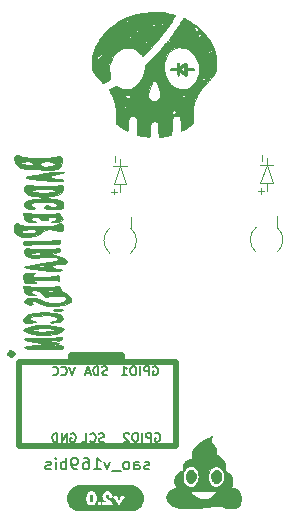
<source format=gbr>
%TF.GenerationSoftware,KiCad,Pcbnew,(6.0.1)*%
%TF.CreationDate,2022-06-11T13:52:41-05:00*%
%TF.ProjectId,HankPropane2.0,48616e6b-5072-46f7-9061-6e65322e302e,rev?*%
%TF.SameCoordinates,Original*%
%TF.FileFunction,Legend,Bot*%
%TF.FilePolarity,Positive*%
%FSLAX46Y46*%
G04 Gerber Fmt 4.6, Leading zero omitted, Abs format (unit mm)*
G04 Created by KiCad (PCBNEW (6.0.1)) date 2022-06-11 13:52:41*
%MOMM*%
%LPD*%
G01*
G04 APERTURE LIST*
%ADD10C,0.150000*%
%ADD11C,0.500000*%
%ADD12C,0.120000*%
%ADD13C,0.010000*%
G04 APERTURE END LIST*
D10*
%TO.C,X1*%
X178933561Y-116097361D02*
X178838323Y-116144980D01*
X178647847Y-116144980D01*
X178552609Y-116097361D01*
X178504990Y-116002123D01*
X178504990Y-115954504D01*
X178552609Y-115859266D01*
X178647847Y-115811647D01*
X178790704Y-115811647D01*
X178885942Y-115764028D01*
X178933561Y-115668790D01*
X178933561Y-115621171D01*
X178885942Y-115525933D01*
X178790704Y-115478314D01*
X178647847Y-115478314D01*
X178552609Y-115525933D01*
X177647847Y-116144980D02*
X177647847Y-115621171D01*
X177695466Y-115525933D01*
X177790704Y-115478314D01*
X177981180Y-115478314D01*
X178076419Y-115525933D01*
X177647847Y-116097361D02*
X177743085Y-116144980D01*
X177981180Y-116144980D01*
X178076419Y-116097361D01*
X178124038Y-116002123D01*
X178124038Y-115906885D01*
X178076419Y-115811647D01*
X177981180Y-115764028D01*
X177743085Y-115764028D01*
X177647847Y-115716409D01*
X177028800Y-116144980D02*
X177124038Y-116097361D01*
X177171657Y-116049742D01*
X177219276Y-115954504D01*
X177219276Y-115668790D01*
X177171657Y-115573552D01*
X177124038Y-115525933D01*
X177028800Y-115478314D01*
X176885942Y-115478314D01*
X176790704Y-115525933D01*
X176743085Y-115573552D01*
X176695466Y-115668790D01*
X176695466Y-115954504D01*
X176743085Y-116049742D01*
X176790704Y-116097361D01*
X176885942Y-116144980D01*
X177028800Y-116144980D01*
X176504990Y-116240219D02*
X175743085Y-116240219D01*
X175600228Y-115478314D02*
X175362133Y-116144980D01*
X175124038Y-115478314D01*
X174219276Y-116144980D02*
X174790704Y-116144980D01*
X174504990Y-116144980D02*
X174504990Y-115144980D01*
X174600228Y-115287838D01*
X174695466Y-115383076D01*
X174790704Y-115430695D01*
X173362133Y-115144980D02*
X173552609Y-115144980D01*
X173647847Y-115192600D01*
X173695466Y-115240219D01*
X173790704Y-115383076D01*
X173838323Y-115573552D01*
X173838323Y-115954504D01*
X173790704Y-116049742D01*
X173743085Y-116097361D01*
X173647847Y-116144980D01*
X173457371Y-116144980D01*
X173362133Y-116097361D01*
X173314514Y-116049742D01*
X173266895Y-115954504D01*
X173266895Y-115716409D01*
X173314514Y-115621171D01*
X173362133Y-115573552D01*
X173457371Y-115525933D01*
X173647847Y-115525933D01*
X173743085Y-115573552D01*
X173790704Y-115621171D01*
X173838323Y-115716409D01*
X172790704Y-116144980D02*
X172600228Y-116144980D01*
X172504990Y-116097361D01*
X172457371Y-116049742D01*
X172362133Y-115906885D01*
X172314514Y-115716409D01*
X172314514Y-115335457D01*
X172362133Y-115240219D01*
X172409752Y-115192600D01*
X172504990Y-115144980D01*
X172695466Y-115144980D01*
X172790704Y-115192600D01*
X172838323Y-115240219D01*
X172885942Y-115335457D01*
X172885942Y-115573552D01*
X172838323Y-115668790D01*
X172790704Y-115716409D01*
X172695466Y-115764028D01*
X172504990Y-115764028D01*
X172409752Y-115716409D01*
X172362133Y-115668790D01*
X172314514Y-115573552D01*
X171885942Y-116144980D02*
X171885942Y-115144980D01*
X171885942Y-115525933D02*
X171790704Y-115478314D01*
X171600228Y-115478314D01*
X171504990Y-115525933D01*
X171457371Y-115573552D01*
X171409752Y-115668790D01*
X171409752Y-115954504D01*
X171457371Y-116049742D01*
X171504990Y-116097361D01*
X171600228Y-116144980D01*
X171790704Y-116144980D01*
X171885942Y-116097361D01*
X170981180Y-116144980D02*
X170981180Y-115478314D01*
X170981180Y-115144980D02*
X171028800Y-115192600D01*
X170981180Y-115240219D01*
X170933561Y-115192600D01*
X170981180Y-115144980D01*
X170981180Y-115240219D01*
X170552609Y-116097361D02*
X170457371Y-116144980D01*
X170266895Y-116144980D01*
X170171657Y-116097361D01*
X170124038Y-116002123D01*
X170124038Y-115954504D01*
X170171657Y-115859266D01*
X170266895Y-115811647D01*
X170409752Y-115811647D01*
X170504990Y-115764028D01*
X170552609Y-115668790D01*
X170552609Y-115621171D01*
X170504990Y-115525933D01*
X170409752Y-115478314D01*
X170266895Y-115478314D01*
X170171657Y-115525933D01*
X172653200Y-107437685D02*
X172403200Y-108187685D01*
X172153200Y-107437685D01*
X171474628Y-108116257D02*
X171510342Y-108151971D01*
X171617485Y-108187685D01*
X171688914Y-108187685D01*
X171796057Y-108151971D01*
X171867485Y-108080542D01*
X171903200Y-108009114D01*
X171938914Y-107866257D01*
X171938914Y-107759114D01*
X171903200Y-107616257D01*
X171867485Y-107544828D01*
X171796057Y-107473400D01*
X171688914Y-107437685D01*
X171617485Y-107437685D01*
X171510342Y-107473400D01*
X171474628Y-107509114D01*
X170724628Y-108116257D02*
X170760342Y-108151971D01*
X170867485Y-108187685D01*
X170938914Y-108187685D01*
X171046057Y-108151971D01*
X171117485Y-108080542D01*
X171153200Y-108009114D01*
X171188914Y-107866257D01*
X171188914Y-107759114D01*
X171153200Y-107616257D01*
X171117485Y-107544828D01*
X171046057Y-107473400D01*
X170938914Y-107437685D01*
X170867485Y-107437685D01*
X170760342Y-107473400D01*
X170724628Y-107509114D01*
X179415142Y-113086800D02*
X179486571Y-113051085D01*
X179593714Y-113051085D01*
X179700857Y-113086800D01*
X179772285Y-113158228D01*
X179808000Y-113229657D01*
X179843714Y-113372514D01*
X179843714Y-113479657D01*
X179808000Y-113622514D01*
X179772285Y-113693942D01*
X179700857Y-113765371D01*
X179593714Y-113801085D01*
X179522285Y-113801085D01*
X179415142Y-113765371D01*
X179379428Y-113729657D01*
X179379428Y-113479657D01*
X179522285Y-113479657D01*
X179058000Y-113801085D02*
X179058000Y-113051085D01*
X178772285Y-113051085D01*
X178700857Y-113086800D01*
X178665142Y-113122514D01*
X178629428Y-113193942D01*
X178629428Y-113301085D01*
X178665142Y-113372514D01*
X178700857Y-113408228D01*
X178772285Y-113443942D01*
X179058000Y-113443942D01*
X178308000Y-113801085D02*
X178308000Y-113051085D01*
X177808000Y-113051085D02*
X177665142Y-113051085D01*
X177593714Y-113086800D01*
X177522285Y-113158228D01*
X177486571Y-113301085D01*
X177486571Y-113551085D01*
X177522285Y-113693942D01*
X177593714Y-113765371D01*
X177665142Y-113801085D01*
X177808000Y-113801085D01*
X177879428Y-113765371D01*
X177950857Y-113693942D01*
X177986571Y-113551085D01*
X177986571Y-113301085D01*
X177950857Y-113158228D01*
X177879428Y-113086800D01*
X177808000Y-113051085D01*
X177200857Y-113122514D02*
X177165142Y-113086800D01*
X177093714Y-113051085D01*
X176915142Y-113051085D01*
X176843714Y-113086800D01*
X176808000Y-113122514D01*
X176772285Y-113193942D01*
X176772285Y-113265371D01*
X176808000Y-113372514D01*
X177236571Y-113801085D01*
X176772285Y-113801085D01*
X175086057Y-113790771D02*
X174978914Y-113826485D01*
X174800342Y-113826485D01*
X174728914Y-113790771D01*
X174693200Y-113755057D01*
X174657485Y-113683628D01*
X174657485Y-113612200D01*
X174693200Y-113540771D01*
X174728914Y-113505057D01*
X174800342Y-113469342D01*
X174943200Y-113433628D01*
X175014628Y-113397914D01*
X175050342Y-113362200D01*
X175086057Y-113290771D01*
X175086057Y-113219342D01*
X175050342Y-113147914D01*
X175014628Y-113112200D01*
X174943200Y-113076485D01*
X174764628Y-113076485D01*
X174657485Y-113112200D01*
X173907485Y-113755057D02*
X173943200Y-113790771D01*
X174050342Y-113826485D01*
X174121771Y-113826485D01*
X174228914Y-113790771D01*
X174300342Y-113719342D01*
X174336057Y-113647914D01*
X174371771Y-113505057D01*
X174371771Y-113397914D01*
X174336057Y-113255057D01*
X174300342Y-113183628D01*
X174228914Y-113112200D01*
X174121771Y-113076485D01*
X174050342Y-113076485D01*
X173943200Y-113112200D01*
X173907485Y-113147914D01*
X173228914Y-113826485D02*
X173586057Y-113826485D01*
X173586057Y-113076485D01*
X175357914Y-108126571D02*
X175250771Y-108162285D01*
X175072200Y-108162285D01*
X175000771Y-108126571D01*
X174965057Y-108090857D01*
X174929342Y-108019428D01*
X174929342Y-107948000D01*
X174965057Y-107876571D01*
X175000771Y-107840857D01*
X175072200Y-107805142D01*
X175215057Y-107769428D01*
X175286485Y-107733714D01*
X175322200Y-107698000D01*
X175357914Y-107626571D01*
X175357914Y-107555142D01*
X175322200Y-107483714D01*
X175286485Y-107448000D01*
X175215057Y-107412285D01*
X175036485Y-107412285D01*
X174929342Y-107448000D01*
X174607914Y-108162285D02*
X174607914Y-107412285D01*
X174429342Y-107412285D01*
X174322200Y-107448000D01*
X174250771Y-107519428D01*
X174215057Y-107590857D01*
X174179342Y-107733714D01*
X174179342Y-107840857D01*
X174215057Y-107983714D01*
X174250771Y-108055142D01*
X174322200Y-108126571D01*
X174429342Y-108162285D01*
X174607914Y-108162285D01*
X173893628Y-107948000D02*
X173536485Y-107948000D01*
X173965057Y-108162285D02*
X173715057Y-107412285D01*
X173465057Y-108162285D01*
X172275428Y-113112200D02*
X172346857Y-113076485D01*
X172454000Y-113076485D01*
X172561142Y-113112200D01*
X172632571Y-113183628D01*
X172668285Y-113255057D01*
X172704000Y-113397914D01*
X172704000Y-113505057D01*
X172668285Y-113647914D01*
X172632571Y-113719342D01*
X172561142Y-113790771D01*
X172454000Y-113826485D01*
X172382571Y-113826485D01*
X172275428Y-113790771D01*
X172239714Y-113755057D01*
X172239714Y-113505057D01*
X172382571Y-113505057D01*
X171918285Y-113826485D02*
X171918285Y-113076485D01*
X171489714Y-113826485D01*
X171489714Y-113076485D01*
X171132571Y-113826485D02*
X171132571Y-113076485D01*
X170954000Y-113076485D01*
X170846857Y-113112200D01*
X170775428Y-113183628D01*
X170739714Y-113255057D01*
X170704000Y-113397914D01*
X170704000Y-113505057D01*
X170739714Y-113647914D01*
X170775428Y-113719342D01*
X170846857Y-113790771D01*
X170954000Y-113826485D01*
X171132571Y-113826485D01*
X179237342Y-107448000D02*
X179308771Y-107412285D01*
X179415914Y-107412285D01*
X179523057Y-107448000D01*
X179594485Y-107519428D01*
X179630200Y-107590857D01*
X179665914Y-107733714D01*
X179665914Y-107840857D01*
X179630200Y-107983714D01*
X179594485Y-108055142D01*
X179523057Y-108126571D01*
X179415914Y-108162285D01*
X179344485Y-108162285D01*
X179237342Y-108126571D01*
X179201628Y-108090857D01*
X179201628Y-107840857D01*
X179344485Y-107840857D01*
X178880200Y-108162285D02*
X178880200Y-107412285D01*
X178594485Y-107412285D01*
X178523057Y-107448000D01*
X178487342Y-107483714D01*
X178451628Y-107555142D01*
X178451628Y-107662285D01*
X178487342Y-107733714D01*
X178523057Y-107769428D01*
X178594485Y-107805142D01*
X178880200Y-107805142D01*
X178130200Y-108162285D02*
X178130200Y-107412285D01*
X177630200Y-107412285D02*
X177487342Y-107412285D01*
X177415914Y-107448000D01*
X177344485Y-107519428D01*
X177308771Y-107662285D01*
X177308771Y-107912285D01*
X177344485Y-108055142D01*
X177415914Y-108126571D01*
X177487342Y-108162285D01*
X177630200Y-108162285D01*
X177701628Y-108126571D01*
X177773057Y-108055142D01*
X177808771Y-107912285D01*
X177808771Y-107662285D01*
X177773057Y-107519428D01*
X177701628Y-107448000D01*
X177630200Y-107412285D01*
X176594485Y-108162285D02*
X177023057Y-108162285D01*
X176808771Y-108162285D02*
X176808771Y-107412285D01*
X176880200Y-107519428D01*
X176951628Y-107590857D01*
X177023057Y-107626571D01*
D11*
X181203600Y-114198400D02*
X181203600Y-107086400D01*
X181076600Y-107086400D02*
X167868600Y-107086400D01*
X172313600Y-106832400D02*
X176631600Y-106832400D01*
X167868600Y-114198400D02*
X181203600Y-114198400D01*
X176631600Y-106959400D02*
X176631600Y-106451400D01*
X176631600Y-106451400D02*
X172313600Y-106451400D01*
X167868600Y-107086400D02*
X167868600Y-114198400D01*
X172313600Y-106451400D02*
X172313600Y-106959400D01*
X167361604Y-106375200D02*
G75*
G03*
X167361604Y-106375200I-128004J0D01*
G01*
%TO.C,kibuzzard-62A4E406*%
G36*
X174094180Y-118291918D02*
G01*
X174144781Y-118351895D01*
X174175142Y-118451858D01*
X174185262Y-118591806D01*
X174175241Y-118731754D01*
X174145178Y-118831717D01*
X174095073Y-118891695D01*
X174024925Y-118911688D01*
X173953388Y-118892241D01*
X173902291Y-118833900D01*
X173871632Y-118736666D01*
X173861412Y-118600538D01*
X173861412Y-118591012D01*
X173871533Y-118451412D01*
X173901894Y-118351697D01*
X173952495Y-118291868D01*
X174023337Y-118271925D01*
X174094180Y-118291918D01*
G37*
G36*
X177459825Y-117483673D02*
G01*
X177567993Y-117499718D01*
X177674067Y-117526288D01*
X177777027Y-117563128D01*
X177875879Y-117609882D01*
X177969673Y-117666099D01*
X178057505Y-117731240D01*
X178138529Y-117804676D01*
X178211965Y-117885700D01*
X178277106Y-117973532D01*
X178333324Y-118067326D01*
X178380077Y-118166179D01*
X178416917Y-118269138D01*
X178443487Y-118375212D01*
X178459532Y-118483380D01*
X178464898Y-118592600D01*
X178459532Y-118701820D01*
X178443487Y-118809988D01*
X178416917Y-118916062D01*
X178380077Y-119019021D01*
X178333324Y-119117874D01*
X178277106Y-119211668D01*
X178211965Y-119299500D01*
X178138529Y-119380524D01*
X178057505Y-119453960D01*
X177969673Y-119519101D01*
X177875879Y-119575318D01*
X177777027Y-119622072D01*
X177674067Y-119658912D01*
X177567993Y-119685482D01*
X177459825Y-119701527D01*
X177350605Y-119706893D01*
X173067795Y-119706893D01*
X172958575Y-119701527D01*
X172850407Y-119685482D01*
X172744333Y-119658912D01*
X172641373Y-119622072D01*
X172542521Y-119575318D01*
X172448727Y-119519101D01*
X172360895Y-119453960D01*
X172279871Y-119380524D01*
X172206435Y-119299500D01*
X172141294Y-119211668D01*
X172085076Y-119117874D01*
X172038323Y-119019021D01*
X172001483Y-118916062D01*
X171974913Y-118809988D01*
X171958868Y-118701820D01*
X171953502Y-118592600D01*
X173580425Y-118592600D01*
X173588164Y-118728827D01*
X173611381Y-118850172D01*
X173650077Y-118956634D01*
X173704250Y-119048213D01*
X173759217Y-119106156D01*
X173832044Y-119152988D01*
X173920348Y-119183944D01*
X174021750Y-119194263D01*
X174123548Y-119183745D01*
X174213044Y-119152194D01*
X174287259Y-119105164D01*
X174343219Y-119048213D01*
X174356193Y-119027575D01*
X174545625Y-119027575D01*
X174548006Y-119083931D01*
X174564675Y-119127588D01*
X174606545Y-119162116D01*
X174684531Y-119173625D01*
X174764303Y-119166084D01*
X174811531Y-119143463D01*
X174840982Y-119034719D01*
X174905987Y-119034719D01*
X174916306Y-119114888D01*
X174950437Y-119156163D01*
X175048862Y-119175213D01*
X175669575Y-119175213D01*
X175768000Y-119132350D01*
X175809275Y-119032338D01*
X175794392Y-118949986D01*
X175749744Y-118874381D01*
X175684061Y-118807309D01*
X175606075Y-118750556D01*
X175521938Y-118699359D01*
X175437800Y-118648956D01*
X175359814Y-118595577D01*
X175294131Y-118535450D01*
X175249483Y-118469966D01*
X175234600Y-118400512D01*
X175245713Y-118360031D01*
X175270319Y-118317169D01*
X175312388Y-118286212D01*
X175391763Y-118271925D01*
X175479869Y-118309231D01*
X175521938Y-118383050D01*
X175528288Y-118419562D01*
X175528288Y-118429087D01*
X175530669Y-118481475D01*
X175545750Y-118521162D01*
X175588613Y-118549737D01*
X175669575Y-118559262D01*
X175758078Y-118544181D01*
X175801338Y-118498937D01*
X175805229Y-118459250D01*
X175872775Y-118459250D01*
X175904525Y-118546562D01*
X176233138Y-119110125D01*
X176283938Y-119158544D01*
X176352994Y-119179975D01*
X176418081Y-119163306D01*
X176461738Y-119129175D01*
X176476025Y-119111713D01*
X176806225Y-118546562D01*
X176837975Y-118460837D01*
X176817338Y-118405672D01*
X176755425Y-118354475D01*
X176660175Y-118319550D01*
X176605406Y-118340981D01*
X176563338Y-118405275D01*
X176355375Y-118805325D01*
X176147413Y-118405275D01*
X176121219Y-118361619D01*
X176093438Y-118334631D01*
X176042638Y-118321137D01*
X175955325Y-118354475D01*
X175893413Y-118405275D01*
X175872775Y-118459250D01*
X175805229Y-118459250D01*
X175809275Y-118417975D01*
X175796134Y-118311701D01*
X175756711Y-118213011D01*
X175691006Y-118121906D01*
X175604047Y-118049146D01*
X175500859Y-118005490D01*
X175381444Y-117990937D01*
X175261940Y-118005666D01*
X175158488Y-118049851D01*
X175071087Y-118123494D01*
X175004942Y-118216010D01*
X174965254Y-118316816D01*
X174952025Y-118425912D01*
X174961947Y-118514019D01*
X174991712Y-118597363D01*
X175035369Y-118670388D01*
X175086962Y-118727538D01*
X175198087Y-118815247D01*
X175296513Y-118868825D01*
X175336200Y-118884700D01*
X175336200Y-118892638D01*
X175045687Y-118892638D01*
X174952819Y-118907719D01*
X174915512Y-118953756D01*
X174905987Y-119034719D01*
X174840982Y-119034719D01*
X174842487Y-119029163D01*
X174842487Y-119022813D01*
X174840106Y-118967250D01*
X174825025Y-118924388D01*
X174783155Y-118888669D01*
X174705169Y-118876763D01*
X174624008Y-118885097D01*
X174572612Y-118910100D01*
X174545625Y-119021225D01*
X174545625Y-119027575D01*
X174356193Y-119027575D01*
X174385883Y-118980347D01*
X174420212Y-118900575D01*
X174445789Y-118805501D01*
X174461135Y-118702314D01*
X174466250Y-118591012D01*
X174462105Y-118490294D01*
X174449669Y-118399807D01*
X174428944Y-118319550D01*
X174389455Y-118218942D01*
X174345600Y-118142544D01*
X174290236Y-118083409D01*
X174216219Y-118034594D01*
X174126327Y-118001852D01*
X174023337Y-117990937D01*
X173920745Y-118001653D01*
X173832044Y-118033800D01*
X173759019Y-118081822D01*
X173703456Y-118140162D01*
X173661189Y-118209219D01*
X173628050Y-118289387D01*
X173601592Y-118386578D01*
X173585717Y-118487649D01*
X173580425Y-118592600D01*
X171953502Y-118592600D01*
X171958868Y-118483380D01*
X171974913Y-118375212D01*
X172001483Y-118269138D01*
X172038323Y-118166179D01*
X172085076Y-118067326D01*
X172141294Y-117973532D01*
X172206435Y-117885700D01*
X172279871Y-117804676D01*
X172360895Y-117731240D01*
X172448727Y-117666099D01*
X172542521Y-117609882D01*
X172641373Y-117563128D01*
X172744333Y-117526288D01*
X172850407Y-117499718D01*
X172958575Y-117483673D01*
X173067795Y-117478307D01*
X177350605Y-117478307D01*
X177459825Y-117483673D01*
G37*
D12*
%TO.C,D1*%
X188341000Y-92303600D02*
X188341000Y-92786200D01*
X188315600Y-91871800D02*
X188849000Y-90398600D01*
X189382400Y-91871800D02*
X188315600Y-91871800D01*
X188849000Y-91897200D02*
X188849000Y-92608400D01*
X188874400Y-90373200D02*
X188874400Y-89763600D01*
X188874400Y-90373200D02*
X189382400Y-91871800D01*
X188264800Y-90373200D02*
X189433200Y-90373200D01*
X188087000Y-92557600D02*
X188595000Y-92557600D01*
X188441000Y-89560400D02*
X188441000Y-90043000D01*
X189749000Y-94697800D02*
X189749000Y-95647800D01*
X189726765Y-97766458D02*
G75*
G03*
X189749000Y-95647800I-877764J1068658D01*
G01*
X187971235Y-95629142D02*
G75*
G03*
X187949000Y-97747800I877764J-1068658D01*
G01*
%TO.C,D2*%
X176479200Y-90449400D02*
X176987200Y-91948000D01*
X176453800Y-91973400D02*
X176453800Y-92684600D01*
X175945800Y-92379800D02*
X175945800Y-92862400D01*
X177353800Y-94774000D02*
X177353800Y-95724000D01*
X176987200Y-91948000D02*
X175920400Y-91948000D01*
X176479200Y-90449400D02*
X176479200Y-89839800D01*
X176045800Y-89636600D02*
X176045800Y-90119200D01*
X175691800Y-92633800D02*
X176199800Y-92633800D01*
X175920400Y-91948000D02*
X176453800Y-90474800D01*
X175869600Y-90449400D02*
X177038000Y-90449400D01*
X175576035Y-95705342D02*
G75*
G03*
X175553800Y-97824000I877764J-1068658D01*
G01*
X177331565Y-97842658D02*
G75*
G03*
X177353800Y-95724000I-877764J1068658D01*
G01*
D13*
%TO.C,G\u002A\u002A\u002A*%
X181788327Y-77944909D02*
X181762477Y-77982688D01*
X181762477Y-77982688D02*
X181703799Y-78073996D01*
X181703799Y-78073996D02*
X181620530Y-78205866D01*
X181620530Y-78205866D02*
X181520905Y-78365329D01*
X181520905Y-78365329D02*
X181501836Y-78396019D01*
X181501836Y-78396019D02*
X181369291Y-78602280D01*
X181369291Y-78602280D02*
X181209246Y-78840391D01*
X181209246Y-78840391D02*
X181042130Y-79080474D01*
X181042130Y-79080474D02*
X180892391Y-79287258D01*
X180892391Y-79287258D02*
X180758992Y-79468944D01*
X180758992Y-79468944D02*
X180668752Y-79598722D01*
X180668752Y-79598722D02*
X180616370Y-79686002D01*
X180616370Y-79686002D02*
X180596549Y-79740194D01*
X180596549Y-79740194D02*
X180603990Y-79770709D01*
X180603990Y-79770709D02*
X180615249Y-79779466D01*
X180615249Y-79779466D02*
X180658884Y-79833062D01*
X180658884Y-79833062D02*
X180676677Y-79909935D01*
X180676677Y-79909935D02*
X180666656Y-79978057D01*
X180666656Y-79978057D02*
X180629169Y-80005494D01*
X180629169Y-80005494D02*
X180533037Y-79971607D01*
X180533037Y-79971607D02*
X180478567Y-79898169D01*
X180478567Y-79898169D02*
X180449424Y-79902200D01*
X180449424Y-79902200D02*
X180386752Y-79957874D01*
X180386752Y-79957874D02*
X180303077Y-80053694D01*
X180303077Y-80053694D02*
X180287092Y-80073883D01*
X180287092Y-80073883D02*
X180108732Y-80291847D01*
X180108732Y-80291847D02*
X179887912Y-80545469D01*
X179887912Y-80545469D02*
X179640241Y-80818103D01*
X179640241Y-80818103D02*
X179381327Y-81093099D01*
X179381327Y-81093099D02*
X179126780Y-81353809D01*
X179126780Y-81353809D02*
X178892207Y-81583587D01*
X178892207Y-81583587D02*
X178737044Y-81727152D01*
X178737044Y-81727152D02*
X178630261Y-81826774D01*
X178630261Y-81826774D02*
X178568020Y-81905393D01*
X178568020Y-81905393D02*
X178534980Y-81992227D01*
X178534980Y-81992227D02*
X178515801Y-82116493D01*
X178515801Y-82116493D02*
X178511356Y-82156998D01*
X178511356Y-82156998D02*
X178436373Y-82588984D01*
X178436373Y-82588984D02*
X178310578Y-82967693D01*
X178310578Y-82967693D02*
X178135845Y-83290682D01*
X178135845Y-83290682D02*
X177914046Y-83555506D01*
X177914046Y-83555506D02*
X177647053Y-83759721D01*
X177647053Y-83759721D02*
X177336741Y-83900882D01*
X177336741Y-83900882D02*
X177134972Y-83953430D01*
X177134972Y-83953430D02*
X176850132Y-83975652D01*
X176850132Y-83975652D02*
X176572716Y-83925820D01*
X176572716Y-83925820D02*
X176291100Y-83801786D01*
X176291100Y-83801786D02*
X176279575Y-83795246D01*
X176279575Y-83795246D02*
X176076096Y-83678827D01*
X176076096Y-83678827D02*
X175777874Y-83820451D01*
X175777874Y-83820451D02*
X175479653Y-83962076D01*
X175479653Y-83962076D02*
X175599950Y-84162623D01*
X175599950Y-84162623D02*
X175755740Y-84439176D01*
X175755740Y-84439176D02*
X175875042Y-84695446D01*
X175875042Y-84695446D02*
X175962122Y-84948862D01*
X175962122Y-84948862D02*
X176021248Y-85216854D01*
X176021248Y-85216854D02*
X176056687Y-85516853D01*
X176056687Y-85516853D02*
X176072706Y-85866287D01*
X176072706Y-85866287D02*
X176074777Y-86102092D01*
X176074777Y-86102092D02*
X176077465Y-86396827D01*
X176077465Y-86396827D02*
X176086475Y-86619141D01*
X176086475Y-86619141D02*
X176102171Y-86774539D01*
X176102171Y-86774539D02*
X176124919Y-86868526D01*
X176124919Y-86868526D02*
X176125610Y-86870205D01*
X176125610Y-86870205D02*
X176163995Y-86934054D01*
X176163995Y-86934054D02*
X176232293Y-87000599D01*
X176232293Y-87000599D02*
X176342271Y-87078792D01*
X176342271Y-87078792D02*
X176505694Y-87177583D01*
X176505694Y-87177583D02*
X176600724Y-87231661D01*
X176600724Y-87231661D02*
X176766385Y-87322843D01*
X176766385Y-87322843D02*
X176909302Y-87397891D01*
X176909302Y-87397891D02*
X177014775Y-87449336D01*
X177014775Y-87449336D02*
X177068106Y-87469708D01*
X177068106Y-87469708D02*
X177069335Y-87469779D01*
X177069335Y-87469779D02*
X177090685Y-87437305D01*
X177090685Y-87437305D02*
X177107399Y-87337432D01*
X177107399Y-87337432D02*
X177119887Y-87166496D01*
X177119887Y-87166496D02*
X177127950Y-86945048D01*
X177127950Y-86945048D02*
X177134947Y-86726514D01*
X177134947Y-86726514D02*
X177144229Y-86571008D01*
X177144229Y-86571008D02*
X177158074Y-86463403D01*
X177158074Y-86463403D02*
X177178761Y-86388574D01*
X177178761Y-86388574D02*
X177208566Y-86331393D01*
X177208566Y-86331393D02*
X177223571Y-86310048D01*
X177223571Y-86310048D02*
X177336104Y-86216112D01*
X177336104Y-86216112D02*
X177370157Y-86207950D01*
X177370157Y-86207950D02*
X176841295Y-86207950D01*
X176841295Y-86207950D02*
X176821611Y-86233163D01*
X176821611Y-86233163D02*
X176763449Y-86248033D01*
X176763449Y-86248033D02*
X176709948Y-86206857D01*
X176709948Y-86206857D02*
X176701124Y-86187573D01*
X176701124Y-86187573D02*
X176720386Y-86150702D01*
X176720386Y-86150702D02*
X176767067Y-86141169D01*
X176767067Y-86141169D02*
X176837362Y-86160074D01*
X176837362Y-86160074D02*
X176841295Y-86207950D01*
X176841295Y-86207950D02*
X177370157Y-86207950D01*
X177370157Y-86207950D02*
X177473691Y-86183135D01*
X177473691Y-86183135D02*
X177615851Y-86208554D01*
X177615851Y-86208554D02*
X177742103Y-86289809D01*
X177742103Y-86289809D02*
X177812890Y-86383721D01*
X177812890Y-86383721D02*
X177839549Y-86444547D01*
X177839549Y-86444547D02*
X177858621Y-86521439D01*
X177858621Y-86521439D02*
X177871313Y-86627681D01*
X177871313Y-86627681D02*
X177878832Y-86776553D01*
X177878832Y-86776553D02*
X177882384Y-86981340D01*
X177882384Y-86981340D02*
X177883146Y-87157169D01*
X177883146Y-87157169D02*
X177884015Y-87801939D01*
X177884015Y-87801939D02*
X178274784Y-87890059D01*
X178274784Y-87890059D02*
X178458939Y-87927127D01*
X178458939Y-87927127D02*
X178632460Y-87954277D01*
X178632460Y-87954277D02*
X178769932Y-87967878D01*
X178769932Y-87967878D02*
X178821861Y-87968213D01*
X178821861Y-87968213D02*
X178978169Y-87958246D01*
X178978169Y-87958246D02*
X178979370Y-87468528D01*
X178979370Y-87468528D02*
X178981582Y-87254771D01*
X178981582Y-87254771D02*
X178988426Y-87102374D01*
X178988426Y-87102374D02*
X179002053Y-86994584D01*
X179002053Y-86994584D02*
X179024613Y-86914644D01*
X179024613Y-86914644D02*
X179058256Y-86845803D01*
X179058256Y-86845803D02*
X179059588Y-86843512D01*
X179059588Y-86843512D02*
X179166078Y-86721262D01*
X179166078Y-86721262D02*
X179295885Y-86659848D01*
X179295885Y-86659848D02*
X179431078Y-86660860D01*
X179431078Y-86660860D02*
X179553726Y-86725886D01*
X179553726Y-86725886D02*
X179612675Y-86794511D01*
X179612675Y-86794511D02*
X179642203Y-86854396D01*
X179642203Y-86854396D02*
X179663530Y-86938948D01*
X179663530Y-86938948D02*
X179678430Y-87062055D01*
X179678430Y-87062055D02*
X179688680Y-87237601D01*
X179688680Y-87237601D02*
X179695070Y-87438659D01*
X179695070Y-87438659D02*
X179708587Y-87977785D01*
X179708587Y-87977785D02*
X179870916Y-87974678D01*
X179870916Y-87974678D02*
X180002093Y-87964079D01*
X180002093Y-87964079D02*
X180164703Y-87940194D01*
X180164703Y-87940194D02*
X180267708Y-87920115D01*
X180267708Y-87920115D02*
X180420940Y-87885517D01*
X180420940Y-87885517D02*
X180565605Y-87851274D01*
X180565605Y-87851274D02*
X180638938Y-87832913D01*
X180638938Y-87832913D02*
X180775708Y-87797167D01*
X180775708Y-87797167D02*
X180798513Y-87151887D01*
X180798513Y-87151887D02*
X180809138Y-86895348D01*
X180809138Y-86895348D02*
X180821384Y-86703366D01*
X180821384Y-86703366D02*
X180836916Y-86562347D01*
X180836916Y-86562347D02*
X180857395Y-86458694D01*
X180857395Y-86458694D02*
X180884486Y-86378812D01*
X180884486Y-86378812D02*
X180896206Y-86353196D01*
X180896206Y-86353196D02*
X180952631Y-86254708D01*
X180952631Y-86254708D02*
X181014954Y-86207538D01*
X181014954Y-86207538D02*
X181115417Y-86189422D01*
X181115417Y-86189422D02*
X181135676Y-86187842D01*
X181135676Y-86187842D02*
X181284359Y-86191233D01*
X181284359Y-86191233D02*
X181397339Y-86230909D01*
X181397339Y-86230909D02*
X181478814Y-86314562D01*
X181478814Y-86314562D02*
X181532983Y-86449883D01*
X181532983Y-86449883D02*
X181564045Y-86644565D01*
X181564045Y-86644565D02*
X181576198Y-86906300D01*
X181576198Y-86906300D02*
X181576784Y-86996031D01*
X181576784Y-86996031D02*
X181576784Y-87467850D01*
X181576784Y-87467850D02*
X181684246Y-87427329D01*
X181684246Y-87427329D02*
X181810525Y-87371294D01*
X181810525Y-87371294D02*
X181962495Y-87291344D01*
X181962495Y-87291344D02*
X182124808Y-87197177D01*
X182124808Y-87197177D02*
X182282120Y-87098492D01*
X182282120Y-87098492D02*
X182419083Y-87004987D01*
X182419083Y-87004987D02*
X182520352Y-86926360D01*
X182520352Y-86926360D02*
X182570580Y-86872308D01*
X182570580Y-86872308D02*
X182573089Y-86865609D01*
X182573089Y-86865609D02*
X182579275Y-86801906D01*
X182579275Y-86801906D02*
X182586115Y-86674319D01*
X182586115Y-86674319D02*
X182593041Y-86497108D01*
X182593041Y-86497108D02*
X182599486Y-86284534D01*
X182599486Y-86284534D02*
X182603947Y-86095216D01*
X182603947Y-86095216D02*
X180658113Y-86095216D01*
X180658113Y-86095216D02*
X180646301Y-86132917D01*
X180646301Y-86132917D02*
X180592125Y-86204335D01*
X180592125Y-86204335D02*
X180553806Y-86246062D01*
X180553806Y-86246062D02*
X180452035Y-86340315D01*
X180452035Y-86340315D02*
X180387900Y-86375536D01*
X180387900Y-86375536D02*
X180365401Y-86349537D01*
X180365401Y-86349537D02*
X180365400Y-86349098D01*
X180365400Y-86349098D02*
X180391377Y-86306487D01*
X180391377Y-86306487D02*
X180454864Y-86240841D01*
X180454864Y-86240841D02*
X180534195Y-86170952D01*
X180534195Y-86170952D02*
X180607703Y-86115612D01*
X180607703Y-86115612D02*
X180653724Y-86093613D01*
X180653724Y-86093613D02*
X180658113Y-86095216D01*
X180658113Y-86095216D02*
X182603947Y-86095216D01*
X182603947Y-86095216D02*
X182604142Y-86086955D01*
X182604142Y-86086955D02*
X177694737Y-86086955D01*
X177694737Y-86086955D02*
X177688631Y-86102092D01*
X177688631Y-86102092D02*
X177653516Y-86139371D01*
X177653516Y-86139371D02*
X177647248Y-86141169D01*
X177647248Y-86141169D02*
X177630463Y-86110936D01*
X177630463Y-86110936D02*
X177630015Y-86102092D01*
X177630015Y-86102092D02*
X177660056Y-86064517D01*
X177660056Y-86064517D02*
X177671398Y-86063016D01*
X177671398Y-86063016D02*
X177694737Y-86086955D01*
X177694737Y-86086955D02*
X182604142Y-86086955D01*
X182604142Y-86086955D02*
X182604246Y-86082554D01*
X182604246Y-86082554D02*
X182609977Y-85829255D01*
X182609977Y-85829255D02*
X182611233Y-85794324D01*
X182611233Y-85794324D02*
X181178708Y-85794324D01*
X181178708Y-85794324D02*
X181145388Y-85858120D01*
X181145388Y-85858120D02*
X181059015Y-85945190D01*
X181059015Y-85945190D02*
X180971709Y-86022048D01*
X180971709Y-86022048D02*
X180919836Y-86054540D01*
X180919836Y-86054540D02*
X180881835Y-86051778D01*
X180881835Y-86051778D02*
X180851011Y-86033109D01*
X180851011Y-86033109D02*
X180828747Y-86006842D01*
X180828747Y-86006842D02*
X180593004Y-86006842D01*
X180593004Y-86006842D02*
X180579092Y-86021279D01*
X180579092Y-86021279D02*
X180553321Y-86022696D01*
X180553321Y-86022696D02*
X180481753Y-86001941D01*
X180481753Y-86001941D02*
X180461485Y-85982262D01*
X180461485Y-85982262D02*
X180446739Y-85932092D01*
X180446739Y-85932092D02*
X180483185Y-85928655D01*
X180483185Y-85928655D02*
X180544099Y-85964484D01*
X180544099Y-85964484D02*
X180593004Y-86006842D01*
X180593004Y-86006842D02*
X180828747Y-86006842D01*
X180828747Y-86006842D02*
X180786660Y-85957188D01*
X180786660Y-85957188D02*
X180788433Y-85876856D01*
X180788433Y-85876856D02*
X180812206Y-85848092D01*
X180812206Y-85848092D02*
X177630015Y-85848092D01*
X177630015Y-85848092D02*
X177610477Y-85867631D01*
X177610477Y-85867631D02*
X177590938Y-85848092D01*
X177590938Y-85848092D02*
X177610477Y-85828554D01*
X177610477Y-85828554D02*
X177630015Y-85848092D01*
X177630015Y-85848092D02*
X180812206Y-85848092D01*
X180812206Y-85848092D02*
X180846591Y-85806490D01*
X180846591Y-85806490D02*
X180951394Y-85760464D01*
X180951394Y-85760464D02*
X181042554Y-85750400D01*
X181042554Y-85750400D02*
X181144597Y-85760393D01*
X181144597Y-85760393D02*
X181178708Y-85794324D01*
X181178708Y-85794324D02*
X182611233Y-85794324D01*
X182611233Y-85794324D02*
X182616910Y-85636583D01*
X182616910Y-85636583D02*
X182617976Y-85621480D01*
X182617976Y-85621480D02*
X177040031Y-85621480D01*
X177040031Y-85621480D02*
X177022040Y-85632751D01*
X177022040Y-85632751D02*
X177004784Y-85633169D01*
X177004784Y-85633169D02*
X176966843Y-85603433D01*
X176966843Y-85603433D02*
X176965708Y-85594092D01*
X176965708Y-85594092D02*
X176932979Y-85562343D01*
X176932979Y-85562343D02*
X176887554Y-85555016D01*
X176887554Y-85555016D02*
X176823912Y-85530968D01*
X176823912Y-85530968D02*
X176814737Y-85475884D01*
X176814737Y-85475884D02*
X176860630Y-85415355D01*
X176860630Y-85415355D02*
X176883928Y-85400648D01*
X176883928Y-85400648D02*
X176938975Y-85384230D01*
X176938975Y-85384230D02*
X176975812Y-85420313D01*
X176975812Y-85420313D02*
X177001159Y-85483258D01*
X177001159Y-85483258D02*
X177033241Y-85578692D01*
X177033241Y-85578692D02*
X177040031Y-85621480D01*
X177040031Y-85621480D02*
X182617976Y-85621480D01*
X182617976Y-85621480D02*
X182624050Y-85535477D01*
X182624050Y-85535477D02*
X181537708Y-85535477D01*
X181537708Y-85535477D02*
X181518169Y-85555016D01*
X181518169Y-85555016D02*
X181498631Y-85535477D01*
X181498631Y-85535477D02*
X181518169Y-85515939D01*
X181518169Y-85515939D02*
X181537708Y-85535477D01*
X181537708Y-85535477D02*
X182624050Y-85535477D01*
X182624050Y-85535477D02*
X182627473Y-85487021D01*
X182627473Y-85487021D02*
X182644094Y-85363053D01*
X182644094Y-85363053D02*
X182669198Y-85247160D01*
X182669198Y-85247160D02*
X182698638Y-85144708D01*
X182698638Y-85144708D02*
X182045708Y-85144708D01*
X182045708Y-85144708D02*
X182026169Y-85164246D01*
X182026169Y-85164246D02*
X182006631Y-85144708D01*
X182006631Y-85144708D02*
X177043861Y-85144708D01*
X177043861Y-85144708D02*
X177024323Y-85164246D01*
X177024323Y-85164246D02*
X177004784Y-85144708D01*
X177004784Y-85144708D02*
X177024323Y-85125169D01*
X177024323Y-85125169D02*
X177043861Y-85144708D01*
X177043861Y-85144708D02*
X182006631Y-85144708D01*
X182006631Y-85144708D02*
X182026169Y-85125169D01*
X182026169Y-85125169D02*
X182045708Y-85144708D01*
X182045708Y-85144708D02*
X182698638Y-85144708D01*
X182698638Y-85144708D02*
X182705214Y-85121826D01*
X182705214Y-85121826D02*
X182723126Y-85066554D01*
X182723126Y-85066554D02*
X181928477Y-85066554D01*
X181928477Y-85066554D02*
X181908938Y-85086092D01*
X181908938Y-85086092D02*
X181906632Y-85083786D01*
X181906632Y-85083786D02*
X180560784Y-85083786D01*
X180560784Y-85083786D02*
X180532418Y-85123579D01*
X180532418Y-85123579D02*
X180521708Y-85125169D01*
X180521708Y-85125169D02*
X180483647Y-85111837D01*
X180483647Y-85111837D02*
X180482631Y-85107937D01*
X180482631Y-85107937D02*
X180510013Y-85074574D01*
X180510013Y-85074574D02*
X180521708Y-85066554D01*
X180521708Y-85066554D02*
X180557716Y-85069652D01*
X180557716Y-85069652D02*
X180560784Y-85083786D01*
X180560784Y-85083786D02*
X181906632Y-85083786D01*
X181906632Y-85083786D02*
X181889400Y-85066554D01*
X181889400Y-85066554D02*
X181908938Y-85047016D01*
X181908938Y-85047016D02*
X181928477Y-85066554D01*
X181928477Y-85066554D02*
X182723126Y-85066554D01*
X182723126Y-85066554D02*
X182754569Y-84969534D01*
X182754569Y-84969534D02*
X182754791Y-84968862D01*
X182754791Y-84968862D02*
X182084784Y-84968862D01*
X182084784Y-84968862D02*
X182070487Y-85001026D01*
X182070487Y-85001026D02*
X182058733Y-84994913D01*
X182058733Y-84994913D02*
X182056586Y-84973616D01*
X182056586Y-84973616D02*
X181282596Y-84973616D01*
X181282596Y-84973616D02*
X181276302Y-85004840D01*
X181276302Y-85004840D02*
X181235377Y-85058098D01*
X181235377Y-85058098D02*
X181168557Y-85079474D01*
X181168557Y-85079474D02*
X181105656Y-85068329D01*
X181105656Y-85068329D02*
X181076487Y-85024028D01*
X181076487Y-85024028D02*
X181077683Y-85009085D01*
X181077683Y-85009085D02*
X181120574Y-84960734D01*
X181120574Y-84960734D02*
X181193062Y-84937253D01*
X181193062Y-84937253D02*
X181266360Y-84937613D01*
X181266360Y-84937613D02*
X181282596Y-84973616D01*
X181282596Y-84973616D02*
X182056586Y-84973616D01*
X182056586Y-84973616D02*
X182054056Y-84948538D01*
X182054056Y-84948538D02*
X182058733Y-84942810D01*
X182058733Y-84942810D02*
X182081964Y-84948174D01*
X182081964Y-84948174D02*
X182084784Y-84968862D01*
X182084784Y-84968862D02*
X182754791Y-84968862D01*
X182754791Y-84968862D02*
X182761268Y-84949323D01*
X182761268Y-84949323D02*
X182857219Y-84687144D01*
X182857219Y-84687144D02*
X182935334Y-84518904D01*
X182935334Y-84518904D02*
X181957992Y-84518904D01*
X181957992Y-84518904D02*
X181950222Y-84563806D01*
X181950222Y-84563806D02*
X181879631Y-84587175D01*
X181879631Y-84587175D02*
X181791883Y-84572880D01*
X181791883Y-84572880D02*
X181718917Y-84518224D01*
X181718917Y-84518224D02*
X181713374Y-84504723D01*
X181713374Y-84504723D02*
X180834323Y-84504723D01*
X180834323Y-84504723D02*
X180808114Y-84536909D01*
X180808114Y-84536909D02*
X180753903Y-84530929D01*
X180753903Y-84530929D02*
X180708316Y-84492564D01*
X180708316Y-84492564D02*
X180704427Y-84484220D01*
X180704427Y-84484220D02*
X180698532Y-84421835D01*
X180698532Y-84421835D02*
X180703410Y-84412293D01*
X180703410Y-84412293D02*
X179852825Y-84412293D01*
X179852825Y-84412293D02*
X179824422Y-84585957D01*
X179824422Y-84585957D02*
X179779031Y-84695745D01*
X179779031Y-84695745D02*
X179662867Y-84851135D01*
X179662867Y-84851135D02*
X179513959Y-84943453D01*
X179513959Y-84943453D02*
X179347166Y-84969613D01*
X179347166Y-84969613D02*
X179177350Y-84926534D01*
X179177350Y-84926534D02*
X179055687Y-84845830D01*
X179055687Y-84845830D02*
X178927434Y-84717177D01*
X178927434Y-84717177D02*
X178915918Y-84699051D01*
X178915918Y-84699051D02*
X177296507Y-84699051D01*
X177296507Y-84699051D02*
X177292423Y-84736933D01*
X177292423Y-84736933D02*
X177247337Y-84746243D01*
X177247337Y-84746243D02*
X177152542Y-84732837D01*
X177152542Y-84732837D02*
X177030340Y-84694492D01*
X177030340Y-84694492D02*
X176930144Y-84636762D01*
X176930144Y-84636762D02*
X176917362Y-84625269D01*
X176917362Y-84625269D02*
X176838352Y-84546258D01*
X176838352Y-84546258D02*
X176963623Y-84481478D01*
X176963623Y-84481478D02*
X177053642Y-84441394D01*
X177053642Y-84441394D02*
X177115701Y-84441709D01*
X177115701Y-84441709D02*
X177183608Y-84478758D01*
X177183608Y-84478758D02*
X177253440Y-84539020D01*
X177253440Y-84539020D02*
X177281313Y-84588762D01*
X177281313Y-84588762D02*
X177291326Y-84669788D01*
X177291326Y-84669788D02*
X177296507Y-84699051D01*
X177296507Y-84699051D02*
X178915918Y-84699051D01*
X178915918Y-84699051D02*
X178846241Y-84589390D01*
X178846241Y-84589390D02*
X178810816Y-84448792D01*
X178810816Y-84448792D02*
X178815453Y-84363169D01*
X178815453Y-84363169D02*
X177004784Y-84363169D01*
X177004784Y-84363169D02*
X176985246Y-84382708D01*
X176985246Y-84382708D02*
X176965708Y-84363169D01*
X176965708Y-84363169D02*
X176985246Y-84343631D01*
X176985246Y-84343631D02*
X177004784Y-84363169D01*
X177004784Y-84363169D02*
X178815453Y-84363169D01*
X178815453Y-84363169D02*
X178819866Y-84281705D01*
X178819866Y-84281705D02*
X178872099Y-84074454D01*
X178872099Y-84074454D02*
X178959735Y-83829983D01*
X178959735Y-83829983D02*
X179047724Y-83606437D01*
X179047724Y-83606437D02*
X179114363Y-83445646D01*
X179114363Y-83445646D02*
X179165280Y-83337015D01*
X179165280Y-83337015D02*
X179206102Y-83269949D01*
X179206102Y-83269949D02*
X179242456Y-83233852D01*
X179242456Y-83233852D02*
X179279968Y-83218129D01*
X179279968Y-83218129D02*
X179285266Y-83217021D01*
X179285266Y-83217021D02*
X179373781Y-83232691D01*
X179373781Y-83232691D02*
X179465039Y-83315291D01*
X179465039Y-83315291D02*
X179560764Y-83467527D01*
X179560764Y-83467527D02*
X179662680Y-83692102D01*
X179662680Y-83692102D02*
X179764948Y-83969475D01*
X179764948Y-83969475D02*
X179833113Y-84212643D01*
X179833113Y-84212643D02*
X179852825Y-84412293D01*
X179852825Y-84412293D02*
X180703410Y-84412293D01*
X180703410Y-84412293D02*
X180706420Y-84406406D01*
X180706420Y-84406406D02*
X180749498Y-84407721D01*
X180749498Y-84407721D02*
X180803272Y-84447133D01*
X180803272Y-84447133D02*
X180833825Y-84498571D01*
X180833825Y-84498571D02*
X180834323Y-84504723D01*
X180834323Y-84504723D02*
X181713374Y-84504723D01*
X181713374Y-84504723D02*
X181694015Y-84457574D01*
X181694015Y-84457574D02*
X181724599Y-84415373D01*
X181724599Y-84415373D02*
X181794845Y-84405548D01*
X181794845Y-84405548D02*
X181872499Y-84429887D01*
X181872499Y-84429887D02*
X181895051Y-84446437D01*
X181895051Y-84446437D02*
X181957992Y-84518904D01*
X181957992Y-84518904D02*
X182935334Y-84518904D01*
X182935334Y-84518904D02*
X182964120Y-84456909D01*
X182964120Y-84456909D02*
X183093867Y-84239003D01*
X183093867Y-84239003D02*
X183102317Y-84227434D01*
X183102317Y-84227434D02*
X181063313Y-84227434D01*
X181063313Y-84227434D02*
X181060785Y-84241038D01*
X181060785Y-84241038D02*
X181034692Y-84275246D01*
X181034692Y-84275246D02*
X180975146Y-84330110D01*
X180975146Y-84330110D02*
X180940256Y-84343631D01*
X180940256Y-84343631D02*
X180912718Y-84335950D01*
X180912718Y-84335950D02*
X180915733Y-84332573D01*
X180915733Y-84332573D02*
X180956446Y-84303390D01*
X180956446Y-84303390D02*
X181010169Y-84264189D01*
X181010169Y-84264189D02*
X181063313Y-84227434D01*
X181063313Y-84227434D02*
X183102317Y-84227434D01*
X183102317Y-84227434D02*
X183188700Y-84109169D01*
X183188700Y-84109169D02*
X182905400Y-84109169D01*
X182905400Y-84109169D02*
X182891102Y-84141334D01*
X182891102Y-84141334D02*
X182879349Y-84135221D01*
X182879349Y-84135221D02*
X182874672Y-84088845D01*
X182874672Y-84088845D02*
X182879349Y-84083118D01*
X182879349Y-84083118D02*
X182902580Y-84088482D01*
X182902580Y-84088482D02*
X182905400Y-84109169D01*
X182905400Y-84109169D02*
X183188700Y-84109169D01*
X183188700Y-84109169D02*
X183258353Y-84013809D01*
X183258353Y-84013809D02*
X183289296Y-83976860D01*
X183289296Y-83976860D02*
X180516985Y-83976860D01*
X180516985Y-83976860D02*
X180507328Y-84030812D01*
X180507328Y-84030812D02*
X180496719Y-84042979D01*
X180496719Y-84042979D02*
X180448007Y-84050882D01*
X180448007Y-84050882D02*
X180408511Y-84011275D01*
X180408511Y-84011275D02*
X180404477Y-83989632D01*
X180404477Y-83989632D02*
X180436162Y-83956999D01*
X180436162Y-83956999D02*
X180463092Y-83952862D01*
X180463092Y-83952862D02*
X180516985Y-83976860D01*
X180516985Y-83976860D02*
X183289296Y-83976860D01*
X183289296Y-83976860D02*
X183469474Y-83761710D01*
X183469474Y-83761710D02*
X183507637Y-83718400D01*
X183507637Y-83718400D02*
X183374323Y-83718400D01*
X183374323Y-83718400D02*
X183342672Y-83753068D01*
X183342672Y-83753068D02*
X183315708Y-83757477D01*
X183315708Y-83757477D02*
X183263705Y-83736377D01*
X183263705Y-83736377D02*
X183257092Y-83718400D01*
X183257092Y-83718400D02*
X183288743Y-83683732D01*
X183288743Y-83683732D02*
X183315708Y-83679323D01*
X183315708Y-83679323D02*
X183367710Y-83700424D01*
X183367710Y-83700424D02*
X183374323Y-83718400D01*
X183374323Y-83718400D02*
X183507637Y-83718400D01*
X183507637Y-83718400D02*
X183774254Y-83417140D01*
X183774254Y-83417140D02*
X183993797Y-83166337D01*
X183993797Y-83166337D02*
X184021662Y-83133509D01*
X184021662Y-83133509D02*
X183679418Y-83133509D01*
X183679418Y-83133509D02*
X183636575Y-83156740D01*
X183636575Y-83156740D02*
X183575755Y-83152850D01*
X183575755Y-83152850D02*
X183484791Y-83150343D01*
X183484791Y-83150343D02*
X183431590Y-83173510D01*
X183431590Y-83173510D02*
X183431416Y-83173787D01*
X183431416Y-83173787D02*
X183400638Y-83207809D01*
X183400638Y-83207809D02*
X183395319Y-83171195D01*
X183395319Y-83171195D02*
X183415416Y-83067187D01*
X183415416Y-83067187D02*
X183423761Y-83034554D01*
X183423761Y-83034554D02*
X183335246Y-83034554D01*
X183335246Y-83034554D02*
X183315708Y-83054092D01*
X183315708Y-83054092D02*
X183296169Y-83034554D01*
X183296169Y-83034554D02*
X183315708Y-83015016D01*
X183315708Y-83015016D02*
X183335246Y-83034554D01*
X183335246Y-83034554D02*
X183423761Y-83034554D01*
X183423761Y-83034554D02*
X183433756Y-82995477D01*
X183433756Y-82995477D02*
X183458657Y-82915017D01*
X183458657Y-82915017D02*
X183374323Y-82915017D01*
X183374323Y-82915017D02*
X183353921Y-82968483D01*
X183353921Y-82968483D02*
X183335246Y-82975939D01*
X183335246Y-82975939D02*
X183297288Y-82947892D01*
X183297288Y-82947892D02*
X183296169Y-82939168D01*
X183296169Y-82939168D02*
X183324574Y-82886245D01*
X183324574Y-82886245D02*
X183335246Y-82878246D01*
X183335246Y-82878246D02*
X183368700Y-82887105D01*
X183368700Y-82887105D02*
X183374323Y-82915017D01*
X183374323Y-82915017D02*
X183458657Y-82915017D01*
X183458657Y-82915017D02*
X183464480Y-82896204D01*
X183464480Y-82896204D02*
X183483390Y-82868902D01*
X183483390Y-82868902D02*
X183488916Y-82898288D01*
X183488916Y-82898288D02*
X183525453Y-82996719D01*
X183525453Y-82996719D02*
X183576949Y-83035057D01*
X183576949Y-83035057D02*
X183659593Y-83087943D01*
X183659593Y-83087943D02*
X183679418Y-83133509D01*
X183679418Y-83133509D02*
X184021662Y-83133509D01*
X184021662Y-83133509D02*
X184170826Y-82957783D01*
X184170826Y-82957783D02*
X184270537Y-82832657D01*
X184270537Y-82832657D02*
X183791143Y-82832657D01*
X183791143Y-82832657D02*
X183785779Y-82855888D01*
X183785779Y-82855888D02*
X183765092Y-82858708D01*
X183765092Y-82858708D02*
X183732927Y-82844410D01*
X183732927Y-82844410D02*
X183739041Y-82832657D01*
X183739041Y-82832657D02*
X183785416Y-82827980D01*
X183785416Y-82827980D02*
X183791143Y-82832657D01*
X183791143Y-82832657D02*
X184270537Y-82832657D01*
X184270537Y-82832657D02*
X184309898Y-82783265D01*
X184309898Y-82783265D02*
X184353481Y-82721939D01*
X184353481Y-82721939D02*
X183530631Y-82721939D01*
X183530631Y-82721939D02*
X183511092Y-82741477D01*
X183511092Y-82741477D02*
X183491554Y-82721939D01*
X183491554Y-82721939D02*
X183511092Y-82702400D01*
X183511092Y-82702400D02*
X183530631Y-82721939D01*
X183530631Y-82721939D02*
X184353481Y-82721939D01*
X184353481Y-82721939D02*
X184415572Y-82634573D01*
X184415572Y-82634573D02*
X184492409Y-82503496D01*
X184492409Y-82503496D02*
X184544966Y-82381823D01*
X184544966Y-82381823D02*
X184577802Y-82261343D01*
X184577802Y-82261343D02*
X184578704Y-82254836D01*
X184578704Y-82254836D02*
X183137674Y-82254836D01*
X183137674Y-82254836D02*
X183106240Y-82648181D01*
X183106240Y-82648181D02*
X183080835Y-82772015D01*
X183080835Y-82772015D02*
X182995667Y-83050046D01*
X182995667Y-83050046D02*
X182875482Y-83283496D01*
X182875482Y-83283496D02*
X182703434Y-83503797D01*
X182703434Y-83503797D02*
X182668295Y-83541694D01*
X182668295Y-83541694D02*
X182417804Y-83758360D01*
X182417804Y-83758360D02*
X182148133Y-83899281D01*
X182148133Y-83899281D02*
X181859936Y-83964308D01*
X181859936Y-83964308D02*
X181553869Y-83953293D01*
X181553869Y-83953293D02*
X181236528Y-83868320D01*
X181236528Y-83868320D02*
X181007737Y-83746689D01*
X181007737Y-83746689D02*
X180808415Y-83581631D01*
X180808415Y-83581631D02*
X180248169Y-83581631D01*
X180248169Y-83581631D02*
X180228631Y-83601169D01*
X180228631Y-83601169D02*
X180209092Y-83581631D01*
X180209092Y-83581631D02*
X180228631Y-83562092D01*
X180228631Y-83562092D02*
X180248169Y-83581631D01*
X180248169Y-83581631D02*
X180808415Y-83581631D01*
X180808415Y-83581631D02*
X180784443Y-83561780D01*
X180784443Y-83561780D02*
X180578708Y-83328196D01*
X180578708Y-83328196D02*
X180402592Y-83060536D01*
X180402592Y-83060536D02*
X180268153Y-82773402D01*
X180268153Y-82773402D02*
X180225060Y-82643785D01*
X180225060Y-82643785D02*
X180165252Y-82323038D01*
X180165252Y-82323038D02*
X180158926Y-81980918D01*
X180158926Y-81980918D02*
X180203316Y-81639487D01*
X180203316Y-81639487D02*
X180295650Y-81320802D01*
X180295650Y-81320802D02*
X180423665Y-81061725D01*
X180423665Y-81061725D02*
X180627864Y-80803571D01*
X180627864Y-80803571D02*
X180867908Y-80610154D01*
X180867908Y-80610154D02*
X181134621Y-80482324D01*
X181134621Y-80482324D02*
X181418828Y-80420932D01*
X181418828Y-80420932D02*
X181711355Y-80426831D01*
X181711355Y-80426831D02*
X182003027Y-80500871D01*
X182003027Y-80500871D02*
X182284669Y-80643903D01*
X182284669Y-80643903D02*
X182547106Y-80856778D01*
X182547106Y-80856778D02*
X182554393Y-80864057D01*
X182554393Y-80864057D02*
X182801489Y-81165965D01*
X182801489Y-81165965D02*
X182982760Y-81504529D01*
X182982760Y-81504529D02*
X183095668Y-81870552D01*
X183095668Y-81870552D02*
X183137674Y-82254836D01*
X183137674Y-82254836D02*
X184578704Y-82254836D01*
X184578704Y-82254836D02*
X184595477Y-82133845D01*
X184595477Y-82133845D02*
X184600346Y-82035548D01*
X184600346Y-82035548D02*
X184263511Y-82035548D01*
X184263511Y-82035548D02*
X184258166Y-82038092D01*
X184258166Y-82038092D02*
X184222505Y-82010583D01*
X184222505Y-82010583D02*
X184215748Y-82000847D01*
X184215748Y-82000847D02*
X183512856Y-82000847D01*
X183512856Y-82000847D02*
X183508693Y-82086994D01*
X183508693Y-82086994D02*
X183492684Y-82163001D01*
X183492684Y-82163001D02*
X183469849Y-82194400D01*
X183469849Y-82194400D02*
X183462943Y-82159741D01*
X183462943Y-82159741D02*
X183461788Y-82073165D01*
X183461788Y-82073165D02*
X183462845Y-82038239D01*
X183462845Y-82038239D02*
X183472845Y-81944143D01*
X183472845Y-81944143D02*
X183492154Y-81926995D01*
X183492154Y-81926995D02*
X183500967Y-81939069D01*
X183500967Y-81939069D02*
X183512856Y-82000847D01*
X183512856Y-82000847D02*
X184215748Y-82000847D01*
X184215748Y-82000847D02*
X184214477Y-81999016D01*
X184214477Y-81999016D02*
X184204519Y-81962483D01*
X184204519Y-81962483D02*
X184209864Y-81959939D01*
X184209864Y-81959939D02*
X184245525Y-81987448D01*
X184245525Y-81987448D02*
X184253554Y-81999016D01*
X184253554Y-81999016D02*
X184263511Y-82035548D01*
X184263511Y-82035548D02*
X184600346Y-82035548D01*
X184600346Y-82035548D02*
X184602548Y-81991118D01*
X184602548Y-81991118D02*
X184603575Y-81824951D01*
X184603575Y-81824951D02*
X184603297Y-81745016D01*
X184603297Y-81745016D02*
X184601494Y-81522461D01*
X184601494Y-81522461D02*
X184598360Y-81432400D01*
X184598360Y-81432400D02*
X184038631Y-81432400D01*
X184038631Y-81432400D02*
X184019092Y-81451939D01*
X184019092Y-81451939D02*
X183999554Y-81432400D01*
X183999554Y-81432400D02*
X184019092Y-81412862D01*
X184019092Y-81412862D02*
X183960477Y-81412862D01*
X183960477Y-81412862D02*
X183928826Y-81447530D01*
X183928826Y-81447530D02*
X183901861Y-81451939D01*
X183901861Y-81451939D02*
X183849859Y-81430838D01*
X183849859Y-81430838D02*
X183843246Y-81412862D01*
X183843246Y-81412862D02*
X183866328Y-81387578D01*
X183866328Y-81387578D02*
X183231729Y-81387578D01*
X183231729Y-81387578D02*
X183214018Y-81443558D01*
X183214018Y-81443558D02*
X183206407Y-81456124D01*
X183206407Y-81456124D02*
X183168296Y-81508612D01*
X183168296Y-81508612D02*
X183143200Y-81492889D01*
X183143200Y-81492889D02*
X183123954Y-81452274D01*
X183123954Y-81452274D02*
X183103739Y-81381666D01*
X183103739Y-81381666D02*
X183108591Y-81352952D01*
X183108591Y-81352952D02*
X183157200Y-81347552D01*
X183157200Y-81347552D02*
X183191045Y-81356802D01*
X183191045Y-81356802D02*
X183231729Y-81387578D01*
X183231729Y-81387578D02*
X183866328Y-81387578D01*
X183866328Y-81387578D02*
X183874897Y-81378193D01*
X183874897Y-81378193D02*
X183901861Y-81373785D01*
X183901861Y-81373785D02*
X183953864Y-81394885D01*
X183953864Y-81394885D02*
X183960477Y-81412862D01*
X183960477Y-81412862D02*
X184019092Y-81412862D01*
X184019092Y-81412862D02*
X184038631Y-81432400D01*
X184038631Y-81432400D02*
X184598360Y-81432400D01*
X184598360Y-81432400D02*
X184595692Y-81355736D01*
X184595692Y-81355736D02*
X184593618Y-81334708D01*
X184593618Y-81334708D02*
X183491554Y-81334708D01*
X183491554Y-81334708D02*
X183463507Y-81372666D01*
X183463507Y-81372666D02*
X183454783Y-81373785D01*
X183454783Y-81373785D02*
X183401860Y-81345380D01*
X183401860Y-81345380D02*
X183393861Y-81334708D01*
X183393861Y-81334708D02*
X183402720Y-81301254D01*
X183402720Y-81301254D02*
X183430632Y-81295631D01*
X183430632Y-81295631D02*
X183484098Y-81316033D01*
X183484098Y-81316033D02*
X183491554Y-81334708D01*
X183491554Y-81334708D02*
X184593618Y-81334708D01*
X184593618Y-81334708D02*
X184582549Y-81222523D01*
X184582549Y-81222523D02*
X184558720Y-81100499D01*
X184558720Y-81100499D02*
X184520862Y-80967345D01*
X184520862Y-80967345D02*
X184465631Y-80800740D01*
X184465631Y-80800740D02*
X184458870Y-80780930D01*
X184458870Y-80780930D02*
X184456382Y-80774023D01*
X184456382Y-80774023D02*
X184273092Y-80774023D01*
X184273092Y-80774023D02*
X184252042Y-80816819D01*
X184252042Y-80816819D02*
X184178377Y-80817621D01*
X184178377Y-80817621D02*
X184168507Y-80815826D01*
X184168507Y-80815826D02*
X184063303Y-80820343D01*
X184063303Y-80820343D02*
X184009408Y-80850348D01*
X184009408Y-80850348D02*
X183930686Y-80901479D01*
X183930686Y-80901479D02*
X183871133Y-80877368D01*
X183871133Y-80877368D02*
X183861727Y-80864073D01*
X183861727Y-80864073D02*
X183861243Y-80803470D01*
X183861243Y-80803470D02*
X183905966Y-80748244D01*
X183905966Y-80748244D02*
X183967678Y-80730560D01*
X183967678Y-80730560D02*
X183976612Y-80733117D01*
X183976612Y-80733117D02*
X184039305Y-80722625D01*
X184039305Y-80722625D02*
X184075550Y-80692538D01*
X184075550Y-80692538D02*
X184076158Y-80692245D01*
X184076158Y-80692245D02*
X183530631Y-80692245D01*
X183530631Y-80692245D02*
X183523213Y-80739798D01*
X183523213Y-80739798D02*
X183484403Y-80741826D01*
X183484403Y-80741826D02*
X183435137Y-80724452D01*
X183435137Y-80724452D02*
X183394538Y-80691353D01*
X183394538Y-80691353D02*
X183416830Y-80646728D01*
X183416830Y-80646728D02*
X183476972Y-80612242D01*
X183476972Y-80612242D02*
X183521721Y-80645125D01*
X183521721Y-80645125D02*
X183530631Y-80692245D01*
X183530631Y-80692245D02*
X184076158Y-80692245D01*
X184076158Y-80692245D02*
X184143140Y-80659995D01*
X184143140Y-80659995D02*
X184218154Y-80680874D01*
X184218154Y-80680874D02*
X184267738Y-80741624D01*
X184267738Y-80741624D02*
X184273092Y-80774023D01*
X184273092Y-80774023D02*
X184456382Y-80774023D01*
X184456382Y-80774023D02*
X184386482Y-80579983D01*
X184386482Y-80579983D02*
X184306940Y-80376566D01*
X184306940Y-80376566D02*
X184238140Y-80214503D01*
X184238140Y-80214503D02*
X183087759Y-80214503D01*
X183087759Y-80214503D02*
X183082395Y-80237734D01*
X183082395Y-80237734D02*
X183061708Y-80240554D01*
X183061708Y-80240554D02*
X183029543Y-80226256D01*
X183029543Y-80226256D02*
X183035656Y-80214503D01*
X183035656Y-80214503D02*
X183082031Y-80209826D01*
X183082031Y-80209826D02*
X183087759Y-80214503D01*
X183087759Y-80214503D02*
X184238140Y-80214503D01*
X184238140Y-80214503D02*
X184231992Y-80200021D01*
X184231992Y-80200021D02*
X184192835Y-80116622D01*
X184192835Y-80116622D02*
X184128254Y-80006092D01*
X184128254Y-80006092D02*
X180912477Y-80006092D01*
X180912477Y-80006092D02*
X180898179Y-80038257D01*
X180898179Y-80038257D02*
X180886426Y-80032144D01*
X180886426Y-80032144D02*
X180881749Y-79985769D01*
X180881749Y-79985769D02*
X180886426Y-79980041D01*
X180886426Y-79980041D02*
X180909657Y-79985405D01*
X180909657Y-79985405D02*
X180912477Y-80006092D01*
X180912477Y-80006092D02*
X184128254Y-80006092D01*
X184128254Y-80006092D02*
X184021794Y-79823889D01*
X184021794Y-79823889D02*
X183881960Y-79630894D01*
X183881960Y-79630894D02*
X183413400Y-79630894D01*
X183413400Y-79630894D02*
X183378720Y-79634518D01*
X183378720Y-79634518D02*
X183292266Y-79636507D01*
X183292266Y-79636507D02*
X183259678Y-79636638D01*
X183259678Y-79636638D02*
X183163367Y-79630822D01*
X183163367Y-79630822D02*
X183134319Y-79610549D01*
X183134319Y-79610549D02*
X183145304Y-79589226D01*
X183145304Y-79589226D02*
X183208437Y-79557882D01*
X183208437Y-79557882D02*
X183236458Y-79561695D01*
X183236458Y-79561695D02*
X183298571Y-79555312D01*
X183298571Y-79555312D02*
X183314232Y-79539557D01*
X183314232Y-79539557D02*
X183316226Y-79493909D01*
X183316226Y-79493909D02*
X183266834Y-79473882D01*
X183266834Y-79473882D02*
X183189494Y-79482533D01*
X183189494Y-79482533D02*
X183120021Y-79514235D01*
X183120021Y-79514235D02*
X183052452Y-79547903D01*
X183052452Y-79547903D02*
X183022698Y-79541737D01*
X183022698Y-79541737D02*
X183022631Y-79540376D01*
X183022631Y-79540376D02*
X183050868Y-79486035D01*
X183050868Y-79486035D02*
X183058039Y-79480821D01*
X183058039Y-79480821D02*
X183078256Y-79430280D01*
X183078256Y-79430280D02*
X183073020Y-79380823D01*
X183073020Y-79380823D02*
X183072588Y-79322667D01*
X183072588Y-79322667D02*
X183126339Y-79303423D01*
X183126339Y-79303423D02*
X183152901Y-79302708D01*
X183152901Y-79302708D02*
X183246124Y-79277837D01*
X183246124Y-79277837D02*
X183297178Y-79234323D01*
X183297178Y-79234323D02*
X183329227Y-79187723D01*
X183329227Y-79187723D02*
X183328099Y-79207325D01*
X183328099Y-79207325D02*
X183320149Y-79233635D01*
X183320149Y-79233635D02*
X183319556Y-79311040D01*
X183319556Y-79311040D02*
X183343398Y-79423148D01*
X183343398Y-79423148D02*
X183356275Y-79463240D01*
X183356275Y-79463240D02*
X183390805Y-79562283D01*
X183390805Y-79562283D02*
X183411122Y-79622836D01*
X183411122Y-79622836D02*
X183413400Y-79630894D01*
X183413400Y-79630894D02*
X183881960Y-79630894D01*
X183881960Y-79630894D02*
X183795772Y-79511940D01*
X183795772Y-79511940D02*
X183529298Y-79197286D01*
X183529298Y-79197286D02*
X183395886Y-79060017D01*
X183395886Y-79060017D02*
X183048791Y-79060017D01*
X183048791Y-79060017D02*
X183007247Y-79062403D01*
X183007247Y-79062403D02*
X182950063Y-79040371D01*
X182950063Y-79040371D02*
X181179716Y-79040371D01*
X181179716Y-79040371D02*
X181170208Y-79062209D01*
X181170208Y-79062209D02*
X181130862Y-79104159D01*
X181130862Y-79104159D02*
X181108242Y-79095554D01*
X181108242Y-79095554D02*
X181107861Y-79090091D01*
X181107861Y-79090091D02*
X181135617Y-79057039D01*
X181135617Y-79057039D02*
X181152976Y-79044976D01*
X181152976Y-79044976D02*
X181179716Y-79040371D01*
X181179716Y-79040371D02*
X182950063Y-79040371D01*
X182950063Y-79040371D02*
X182909894Y-79024895D01*
X182909894Y-79024895D02*
X182872327Y-79006769D01*
X182872327Y-79006769D02*
X182789572Y-78947899D01*
X182789572Y-78947899D02*
X182749730Y-78884996D01*
X182749730Y-78884996D02*
X182749092Y-78877815D01*
X182749092Y-78877815D02*
X182742406Y-78853323D01*
X182742406Y-78853323D02*
X181303246Y-78853323D01*
X181303246Y-78853323D02*
X181283708Y-78872862D01*
X181283708Y-78872862D02*
X181264169Y-78853323D01*
X181264169Y-78853323D02*
X181283708Y-78833785D01*
X181283708Y-78833785D02*
X181303246Y-78853323D01*
X181303246Y-78853323D02*
X182742406Y-78853323D01*
X182742406Y-78853323D02*
X182726579Y-78795358D01*
X182726579Y-78795358D02*
X182707573Y-78768819D01*
X182707573Y-78768819D02*
X182702172Y-78734562D01*
X182702172Y-78734562D02*
X182768075Y-78707415D01*
X182768075Y-78707415D02*
X182795330Y-78701445D01*
X182795330Y-78701445D02*
X182914660Y-78705075D01*
X182914660Y-78705075D02*
X182991679Y-78761908D01*
X182991679Y-78761908D02*
X183012334Y-78859378D01*
X183012334Y-78859378D02*
X183006599Y-78890367D01*
X183006599Y-78890367D02*
X183009367Y-78977643D01*
X183009367Y-78977643D02*
X183029051Y-79017367D01*
X183029051Y-79017367D02*
X183048791Y-79060017D01*
X183048791Y-79060017D02*
X183395886Y-79060017D01*
X183395886Y-79060017D02*
X183236902Y-78896438D01*
X183236902Y-78896438D02*
X182933113Y-78625906D01*
X182933113Y-78625906D02*
X182767205Y-78496584D01*
X182767205Y-78496584D02*
X182746412Y-78482092D01*
X182746412Y-78482092D02*
X182436477Y-78482092D01*
X182436477Y-78482092D02*
X182423144Y-78520153D01*
X182423144Y-78520153D02*
X182419245Y-78521169D01*
X182419245Y-78521169D02*
X182385882Y-78493787D01*
X182385882Y-78493787D02*
X182377861Y-78482092D01*
X182377861Y-78482092D02*
X182380960Y-78446084D01*
X182380960Y-78446084D02*
X182395094Y-78443016D01*
X182395094Y-78443016D02*
X182434887Y-78471382D01*
X182434887Y-78471382D02*
X182436477Y-78482092D01*
X182436477Y-78482092D02*
X182746412Y-78482092D01*
X182746412Y-78482092D02*
X182628226Y-78399721D01*
X182628226Y-78399721D02*
X182466820Y-78295970D01*
X182466820Y-78295970D02*
X182296625Y-78193018D01*
X182296625Y-78193018D02*
X182131281Y-78098551D01*
X182131281Y-78098551D02*
X181984425Y-78020257D01*
X181984425Y-78020257D02*
X181869698Y-77965820D01*
X181869698Y-77965820D02*
X181800737Y-77942929D01*
X181800737Y-77942929D02*
X181788327Y-77944909D01*
X181788327Y-77944909D02*
X181788327Y-77944909D01*
G36*
X183795772Y-79511940D02*
G01*
X183881960Y-79630894D01*
X184021794Y-79823889D01*
X184128254Y-80006092D01*
X184192835Y-80116622D01*
X184231992Y-80200021D01*
X184238140Y-80214503D01*
X184306940Y-80376566D01*
X184386482Y-80579983D01*
X184456382Y-80774023D01*
X184458870Y-80780930D01*
X184465631Y-80800740D01*
X184520862Y-80967345D01*
X184558720Y-81100499D01*
X184582549Y-81222523D01*
X184593618Y-81334708D01*
X184595692Y-81355736D01*
X184598360Y-81432400D01*
X184601494Y-81522461D01*
X184603297Y-81745016D01*
X184603575Y-81824951D01*
X184602548Y-81991118D01*
X184600346Y-82035548D01*
X184595477Y-82133845D01*
X184578704Y-82254836D01*
X184577802Y-82261343D01*
X184544966Y-82381823D01*
X184492409Y-82503496D01*
X184415572Y-82634573D01*
X184353481Y-82721939D01*
X184309898Y-82783265D01*
X184270537Y-82832657D01*
X184170826Y-82957783D01*
X184021662Y-83133509D01*
X183993797Y-83166337D01*
X183774254Y-83417140D01*
X183507637Y-83718400D01*
X183469474Y-83761710D01*
X183289296Y-83976860D01*
X183258353Y-84013809D01*
X183188700Y-84109169D01*
X183102317Y-84227434D01*
X183093867Y-84239003D01*
X182964120Y-84456909D01*
X182935334Y-84518904D01*
X182857219Y-84687144D01*
X182761268Y-84949323D01*
X182754791Y-84968862D01*
X182754569Y-84969534D01*
X182723126Y-85066554D01*
X182705214Y-85121826D01*
X182698638Y-85144708D01*
X182669198Y-85247160D01*
X182644094Y-85363053D01*
X182627473Y-85487021D01*
X182624050Y-85535477D01*
X182617976Y-85621480D01*
X182616910Y-85636583D01*
X182611233Y-85794324D01*
X182609977Y-85829255D01*
X182604246Y-86082554D01*
X182604142Y-86086955D01*
X182603947Y-86095216D01*
X182599486Y-86284534D01*
X182593041Y-86497108D01*
X182586115Y-86674319D01*
X182579275Y-86801906D01*
X182573089Y-86865609D01*
X182570580Y-86872308D01*
X182520352Y-86926360D01*
X182419083Y-87004987D01*
X182282120Y-87098492D01*
X182124808Y-87197177D01*
X181962495Y-87291344D01*
X181810525Y-87371294D01*
X181684246Y-87427329D01*
X181576784Y-87467850D01*
X181576784Y-86996031D01*
X181576198Y-86906300D01*
X181564045Y-86644565D01*
X181532983Y-86449883D01*
X181478814Y-86314562D01*
X181397339Y-86230909D01*
X181284359Y-86191233D01*
X181135676Y-86187842D01*
X181115417Y-86189422D01*
X181014954Y-86207538D01*
X180952631Y-86254708D01*
X180896206Y-86353196D01*
X180884486Y-86378812D01*
X180857395Y-86458694D01*
X180836916Y-86562347D01*
X180821384Y-86703366D01*
X180809138Y-86895348D01*
X180798513Y-87151887D01*
X180775708Y-87797167D01*
X180638938Y-87832913D01*
X180565605Y-87851274D01*
X180420940Y-87885517D01*
X180267708Y-87920115D01*
X180164703Y-87940194D01*
X180002093Y-87964079D01*
X179870916Y-87974678D01*
X179708587Y-87977785D01*
X179695070Y-87438659D01*
X179688680Y-87237601D01*
X179678430Y-87062055D01*
X179663530Y-86938948D01*
X179642203Y-86854396D01*
X179612675Y-86794511D01*
X179553726Y-86725886D01*
X179431078Y-86660860D01*
X179295885Y-86659848D01*
X179166078Y-86721262D01*
X179059588Y-86843512D01*
X179058256Y-86845803D01*
X179024613Y-86914644D01*
X179002053Y-86994584D01*
X178988426Y-87102374D01*
X178981582Y-87254771D01*
X178979370Y-87468528D01*
X178978169Y-87958246D01*
X178821861Y-87968213D01*
X178769932Y-87967878D01*
X178632460Y-87954277D01*
X178458939Y-87927127D01*
X178274784Y-87890059D01*
X177884015Y-87801939D01*
X177883146Y-87157169D01*
X177882384Y-86981340D01*
X177878832Y-86776553D01*
X177871313Y-86627681D01*
X177858621Y-86521439D01*
X177839549Y-86444547D01*
X177812890Y-86383721D01*
X177786793Y-86349098D01*
X180365400Y-86349098D01*
X180365401Y-86349537D01*
X180387900Y-86375536D01*
X180452035Y-86340315D01*
X180553806Y-86246062D01*
X180592125Y-86204335D01*
X180646301Y-86132917D01*
X180658113Y-86095216D01*
X180653724Y-86093613D01*
X180607703Y-86115612D01*
X180534195Y-86170952D01*
X180454864Y-86240841D01*
X180391377Y-86306487D01*
X180365400Y-86349098D01*
X177786793Y-86349098D01*
X177742103Y-86289809D01*
X177615851Y-86208554D01*
X177473691Y-86183135D01*
X177370157Y-86207950D01*
X177336104Y-86216112D01*
X177223571Y-86310048D01*
X177208566Y-86331393D01*
X177178761Y-86388574D01*
X177158074Y-86463403D01*
X177144229Y-86571008D01*
X177134947Y-86726514D01*
X177127950Y-86945048D01*
X177119887Y-87166496D01*
X177107399Y-87337432D01*
X177090685Y-87437305D01*
X177069335Y-87469779D01*
X177068106Y-87469708D01*
X177014775Y-87449336D01*
X176909302Y-87397891D01*
X176766385Y-87322843D01*
X176600724Y-87231661D01*
X176505694Y-87177583D01*
X176342271Y-87078792D01*
X176232293Y-87000599D01*
X176163995Y-86934054D01*
X176125610Y-86870205D01*
X176124919Y-86868526D01*
X176102171Y-86774539D01*
X176086475Y-86619141D01*
X176077465Y-86396827D01*
X176075557Y-86187573D01*
X176701124Y-86187573D01*
X176709948Y-86206857D01*
X176763449Y-86248033D01*
X176821611Y-86233163D01*
X176841295Y-86207950D01*
X176837362Y-86160074D01*
X176767067Y-86141169D01*
X176720386Y-86150702D01*
X176701124Y-86187573D01*
X176075557Y-86187573D01*
X176074777Y-86102092D01*
X177630015Y-86102092D01*
X177630463Y-86110936D01*
X177647248Y-86141169D01*
X177653516Y-86139371D01*
X177688631Y-86102092D01*
X177694737Y-86086955D01*
X177671398Y-86063016D01*
X177660056Y-86064517D01*
X177630015Y-86102092D01*
X176074777Y-86102092D01*
X176073284Y-85932092D01*
X180446739Y-85932092D01*
X180461485Y-85982262D01*
X180481753Y-86001941D01*
X180553321Y-86022696D01*
X180579092Y-86021279D01*
X180593004Y-86006842D01*
X180544099Y-85964484D01*
X180531695Y-85957188D01*
X180786660Y-85957188D01*
X180828747Y-86006842D01*
X180851011Y-86033109D01*
X180881835Y-86051778D01*
X180919836Y-86054540D01*
X180971709Y-86022048D01*
X181059015Y-85945190D01*
X181145388Y-85858120D01*
X181178708Y-85794324D01*
X181144597Y-85760393D01*
X181042554Y-85750400D01*
X180951394Y-85760464D01*
X180846591Y-85806490D01*
X180812206Y-85848092D01*
X180788433Y-85876856D01*
X180786660Y-85957188D01*
X180531695Y-85957188D01*
X180483185Y-85928655D01*
X180446739Y-85932092D01*
X176073284Y-85932092D01*
X176072706Y-85866287D01*
X176071872Y-85848092D01*
X177590938Y-85848092D01*
X177610477Y-85867631D01*
X177630015Y-85848092D01*
X177610477Y-85828554D01*
X177590938Y-85848092D01*
X176071872Y-85848092D01*
X176056687Y-85516853D01*
X176051847Y-85475884D01*
X176814737Y-85475884D01*
X176823912Y-85530968D01*
X176887554Y-85555016D01*
X176932979Y-85562343D01*
X176965708Y-85594092D01*
X176966843Y-85603433D01*
X177004784Y-85633169D01*
X177022040Y-85632751D01*
X177040031Y-85621480D01*
X177033241Y-85578692D01*
X177018713Y-85535477D01*
X181498631Y-85535477D01*
X181518169Y-85555016D01*
X181537708Y-85535477D01*
X181518169Y-85515939D01*
X181498631Y-85535477D01*
X177018713Y-85535477D01*
X177001159Y-85483258D01*
X176975812Y-85420313D01*
X176938975Y-85384230D01*
X176883928Y-85400648D01*
X176860630Y-85415355D01*
X176814737Y-85475884D01*
X176051847Y-85475884D01*
X176021248Y-85216854D01*
X176005331Y-85144708D01*
X177004784Y-85144708D01*
X177024323Y-85164246D01*
X177043861Y-85144708D01*
X182006631Y-85144708D01*
X182026169Y-85164246D01*
X182045708Y-85144708D01*
X182026169Y-85125169D01*
X182006631Y-85144708D01*
X177043861Y-85144708D01*
X177024323Y-85125169D01*
X177004784Y-85144708D01*
X176005331Y-85144708D01*
X175997218Y-85107937D01*
X180482631Y-85107937D01*
X180483647Y-85111837D01*
X180521708Y-85125169D01*
X180532418Y-85123579D01*
X180560784Y-85083786D01*
X180557716Y-85069652D01*
X180521708Y-85066554D01*
X180510013Y-85074574D01*
X180482631Y-85107937D01*
X175997218Y-85107937D01*
X175978706Y-85024028D01*
X181076487Y-85024028D01*
X181105656Y-85068329D01*
X181168557Y-85079474D01*
X181208944Y-85066554D01*
X181889400Y-85066554D01*
X181908938Y-85086092D01*
X181928477Y-85066554D01*
X181908938Y-85047016D01*
X181889400Y-85066554D01*
X181208944Y-85066554D01*
X181235377Y-85058098D01*
X181276302Y-85004840D01*
X181282596Y-84973616D01*
X181271287Y-84948538D01*
X182054056Y-84948538D01*
X182056586Y-84973616D01*
X182058733Y-84994913D01*
X182070487Y-85001026D01*
X182084784Y-84968862D01*
X182081964Y-84948174D01*
X182058733Y-84942810D01*
X182054056Y-84948538D01*
X181271287Y-84948538D01*
X181266360Y-84937613D01*
X181193062Y-84937253D01*
X181120574Y-84960734D01*
X181077683Y-85009085D01*
X181076487Y-85024028D01*
X175978706Y-85024028D01*
X175962122Y-84948862D01*
X175875042Y-84695446D01*
X175805590Y-84546258D01*
X176838352Y-84546258D01*
X176917362Y-84625269D01*
X176930144Y-84636762D01*
X177030340Y-84694492D01*
X177152542Y-84732837D01*
X177247337Y-84746243D01*
X177292423Y-84736933D01*
X177296507Y-84699051D01*
X177291326Y-84669788D01*
X177281313Y-84588762D01*
X177253440Y-84539020D01*
X177183608Y-84478758D01*
X177128683Y-84448792D01*
X178810816Y-84448792D01*
X178846241Y-84589390D01*
X178915918Y-84699051D01*
X178927434Y-84717177D01*
X179055687Y-84845830D01*
X179177350Y-84926534D01*
X179347166Y-84969613D01*
X179513959Y-84943453D01*
X179662867Y-84851135D01*
X179779031Y-84695745D01*
X179824422Y-84585957D01*
X179851264Y-84421835D01*
X180698532Y-84421835D01*
X180704427Y-84484220D01*
X180708316Y-84492564D01*
X180753903Y-84530929D01*
X180808114Y-84536909D01*
X180834323Y-84504723D01*
X180833825Y-84498571D01*
X180809474Y-84457574D01*
X181694015Y-84457574D01*
X181713374Y-84504723D01*
X181718917Y-84518224D01*
X181791883Y-84572880D01*
X181879631Y-84587175D01*
X181950222Y-84563806D01*
X181957992Y-84518904D01*
X181895051Y-84446437D01*
X181872499Y-84429887D01*
X181794845Y-84405548D01*
X181724599Y-84415373D01*
X181694015Y-84457574D01*
X180809474Y-84457574D01*
X180803272Y-84447133D01*
X180749498Y-84407721D01*
X180706420Y-84406406D01*
X180703410Y-84412293D01*
X180698532Y-84421835D01*
X179851264Y-84421835D01*
X179852825Y-84412293D01*
X179845287Y-84335950D01*
X180912718Y-84335950D01*
X180940256Y-84343631D01*
X180975146Y-84330110D01*
X181034692Y-84275246D01*
X181060785Y-84241038D01*
X181063313Y-84227434D01*
X181010169Y-84264189D01*
X180956446Y-84303390D01*
X180915733Y-84332573D01*
X180912718Y-84335950D01*
X179845287Y-84335950D01*
X179833113Y-84212643D01*
X179798410Y-84088845D01*
X182874672Y-84088845D01*
X182879349Y-84135221D01*
X182891102Y-84141334D01*
X182905400Y-84109169D01*
X182902580Y-84088482D01*
X182879349Y-84083118D01*
X182874672Y-84088845D01*
X179798410Y-84088845D01*
X179770598Y-83989632D01*
X180404477Y-83989632D01*
X180408511Y-84011275D01*
X180448007Y-84050882D01*
X180496719Y-84042979D01*
X180507328Y-84030812D01*
X180516985Y-83976860D01*
X180463092Y-83952862D01*
X180436162Y-83956999D01*
X180404477Y-83989632D01*
X179770598Y-83989632D01*
X179764948Y-83969475D01*
X179662680Y-83692102D01*
X179612546Y-83581631D01*
X180209092Y-83581631D01*
X180228631Y-83601169D01*
X180248169Y-83581631D01*
X180228631Y-83562092D01*
X180209092Y-83581631D01*
X179612546Y-83581631D01*
X179560764Y-83467527D01*
X179465039Y-83315291D01*
X179373781Y-83232691D01*
X179285266Y-83217021D01*
X179279968Y-83218129D01*
X179242456Y-83233852D01*
X179206102Y-83269949D01*
X179165280Y-83337015D01*
X179114363Y-83445646D01*
X179047724Y-83606437D01*
X178959735Y-83829983D01*
X178872099Y-84074454D01*
X178819866Y-84281705D01*
X178815453Y-84363169D01*
X178810816Y-84448792D01*
X177128683Y-84448792D01*
X177115701Y-84441709D01*
X177053642Y-84441394D01*
X176963623Y-84481478D01*
X176838352Y-84546258D01*
X175805590Y-84546258D01*
X175755740Y-84439176D01*
X175712923Y-84363169D01*
X176965708Y-84363169D01*
X176985246Y-84382708D01*
X177004784Y-84363169D01*
X176985246Y-84343631D01*
X176965708Y-84363169D01*
X175712923Y-84363169D01*
X175599950Y-84162623D01*
X175479653Y-83962076D01*
X175777874Y-83820451D01*
X176076096Y-83678827D01*
X176279575Y-83795246D01*
X176291100Y-83801786D01*
X176572716Y-83925820D01*
X176850132Y-83975652D01*
X177134972Y-83953430D01*
X177336741Y-83900882D01*
X177647053Y-83759721D01*
X177914046Y-83555506D01*
X178135845Y-83290682D01*
X178310578Y-82967693D01*
X178436373Y-82588984D01*
X178511356Y-82156998D01*
X178515801Y-82116493D01*
X178534980Y-81992227D01*
X178539283Y-81980918D01*
X180158926Y-81980918D01*
X180165252Y-82323038D01*
X180225060Y-82643785D01*
X180268153Y-82773402D01*
X180402592Y-83060536D01*
X180578708Y-83328196D01*
X180784443Y-83561780D01*
X180808415Y-83581631D01*
X181007737Y-83746689D01*
X181236528Y-83868320D01*
X181553869Y-83953293D01*
X181859936Y-83964308D01*
X182148133Y-83899281D01*
X182417804Y-83758360D01*
X182464002Y-83718400D01*
X183257092Y-83718400D01*
X183263705Y-83736377D01*
X183315708Y-83757477D01*
X183342672Y-83753068D01*
X183374323Y-83718400D01*
X183367710Y-83700424D01*
X183315708Y-83679323D01*
X183288743Y-83683732D01*
X183257092Y-83718400D01*
X182464002Y-83718400D01*
X182668295Y-83541694D01*
X182703434Y-83503797D01*
X182875482Y-83283496D01*
X182933297Y-83171195D01*
X183395319Y-83171195D01*
X183400638Y-83207809D01*
X183431416Y-83173787D01*
X183431590Y-83173510D01*
X183484791Y-83150343D01*
X183575755Y-83152850D01*
X183636575Y-83156740D01*
X183679418Y-83133509D01*
X183659593Y-83087943D01*
X183576949Y-83035057D01*
X183525453Y-82996719D01*
X183488916Y-82898288D01*
X183483390Y-82868902D01*
X183464480Y-82896204D01*
X183458657Y-82915017D01*
X183433756Y-82995477D01*
X183423761Y-83034554D01*
X183415416Y-83067187D01*
X183395319Y-83171195D01*
X182933297Y-83171195D01*
X182995667Y-83050046D01*
X183000413Y-83034554D01*
X183296169Y-83034554D01*
X183315708Y-83054092D01*
X183335246Y-83034554D01*
X183315708Y-83015016D01*
X183296169Y-83034554D01*
X183000413Y-83034554D01*
X183029632Y-82939168D01*
X183296169Y-82939168D01*
X183297288Y-82947892D01*
X183335246Y-82975939D01*
X183353921Y-82968483D01*
X183374323Y-82915017D01*
X183368700Y-82887105D01*
X183335246Y-82878246D01*
X183324574Y-82886245D01*
X183296169Y-82939168D01*
X183029632Y-82939168D01*
X183058659Y-82844410D01*
X183732927Y-82844410D01*
X183765092Y-82858708D01*
X183785779Y-82855888D01*
X183791143Y-82832657D01*
X183785416Y-82827980D01*
X183739041Y-82832657D01*
X183732927Y-82844410D01*
X183058659Y-82844410D01*
X183080835Y-82772015D01*
X183091108Y-82721939D01*
X183491554Y-82721939D01*
X183511092Y-82741477D01*
X183530631Y-82721939D01*
X183511092Y-82702400D01*
X183491554Y-82721939D01*
X183091108Y-82721939D01*
X183106240Y-82648181D01*
X183137674Y-82254836D01*
X183117816Y-82073165D01*
X183461788Y-82073165D01*
X183462943Y-82159741D01*
X183469849Y-82194400D01*
X183492684Y-82163001D01*
X183508693Y-82086994D01*
X183512856Y-82000847D01*
X183505473Y-81962483D01*
X184204519Y-81962483D01*
X184214477Y-81999016D01*
X184215748Y-82000847D01*
X184222505Y-82010583D01*
X184258166Y-82038092D01*
X184263511Y-82035548D01*
X184253554Y-81999016D01*
X184245525Y-81987448D01*
X184209864Y-81959939D01*
X184204519Y-81962483D01*
X183505473Y-81962483D01*
X183500967Y-81939069D01*
X183492154Y-81926995D01*
X183472845Y-81944143D01*
X183462845Y-82038239D01*
X183461788Y-82073165D01*
X183117816Y-82073165D01*
X183095668Y-81870552D01*
X182982760Y-81504529D01*
X182916978Y-81381666D01*
X183103739Y-81381666D01*
X183123954Y-81452274D01*
X183143200Y-81492889D01*
X183168296Y-81508612D01*
X183206407Y-81456124D01*
X183214018Y-81443558D01*
X183223730Y-81412862D01*
X183843246Y-81412862D01*
X183849859Y-81430838D01*
X183901861Y-81451939D01*
X183928826Y-81447530D01*
X183942639Y-81432400D01*
X183999554Y-81432400D01*
X184019092Y-81451939D01*
X184038631Y-81432400D01*
X184019092Y-81412862D01*
X183999554Y-81432400D01*
X183942639Y-81432400D01*
X183960477Y-81412862D01*
X183953864Y-81394885D01*
X183901861Y-81373785D01*
X183874897Y-81378193D01*
X183866328Y-81387578D01*
X183843246Y-81412862D01*
X183223730Y-81412862D01*
X183231729Y-81387578D01*
X183191045Y-81356802D01*
X183157200Y-81347552D01*
X183108591Y-81352952D01*
X183103739Y-81381666D01*
X182916978Y-81381666D01*
X182891836Y-81334708D01*
X183393861Y-81334708D01*
X183401860Y-81345380D01*
X183454783Y-81373785D01*
X183463507Y-81372666D01*
X183491554Y-81334708D01*
X183484098Y-81316033D01*
X183430632Y-81295631D01*
X183402720Y-81301254D01*
X183393861Y-81334708D01*
X182891836Y-81334708D01*
X182801489Y-81165965D01*
X182554393Y-80864057D01*
X182547106Y-80856778D01*
X182481387Y-80803470D01*
X183861243Y-80803470D01*
X183861727Y-80864073D01*
X183871133Y-80877368D01*
X183930686Y-80901479D01*
X184009408Y-80850348D01*
X184063303Y-80820343D01*
X184168507Y-80815826D01*
X184178377Y-80817621D01*
X184252042Y-80816819D01*
X184273092Y-80774023D01*
X184267738Y-80741624D01*
X184218154Y-80680874D01*
X184143140Y-80659995D01*
X184076158Y-80692245D01*
X184075550Y-80692538D01*
X184039305Y-80722625D01*
X183976612Y-80733117D01*
X183967678Y-80730560D01*
X183905966Y-80748244D01*
X183861243Y-80803470D01*
X182481387Y-80803470D01*
X182343166Y-80691353D01*
X183394538Y-80691353D01*
X183435137Y-80724452D01*
X183484403Y-80741826D01*
X183523213Y-80739798D01*
X183530631Y-80692245D01*
X183521721Y-80645125D01*
X183476972Y-80612242D01*
X183416830Y-80646728D01*
X183394538Y-80691353D01*
X182343166Y-80691353D01*
X182284669Y-80643903D01*
X182003027Y-80500871D01*
X181711355Y-80426831D01*
X181418828Y-80420932D01*
X181134621Y-80482324D01*
X180867908Y-80610154D01*
X180627864Y-80803571D01*
X180423665Y-81061725D01*
X180295650Y-81320802D01*
X180203316Y-81639487D01*
X180158926Y-81980918D01*
X178539283Y-81980918D01*
X178568020Y-81905393D01*
X178630261Y-81826774D01*
X178737044Y-81727152D01*
X178892207Y-81583587D01*
X179126780Y-81353809D01*
X179381327Y-81093099D01*
X179640241Y-80818103D01*
X179887912Y-80545469D01*
X180108732Y-80291847D01*
X180162405Y-80226256D01*
X183029543Y-80226256D01*
X183061708Y-80240554D01*
X183082395Y-80237734D01*
X183087759Y-80214503D01*
X183082031Y-80209826D01*
X183035656Y-80214503D01*
X183029543Y-80226256D01*
X180162405Y-80226256D01*
X180287092Y-80073883D01*
X180303077Y-80053694D01*
X180386752Y-79957874D01*
X180449424Y-79902200D01*
X180478567Y-79898169D01*
X180533037Y-79971607D01*
X180629169Y-80005494D01*
X180656119Y-79985769D01*
X180881749Y-79985769D01*
X180886426Y-80032144D01*
X180898179Y-80038257D01*
X180912477Y-80006092D01*
X180909657Y-79985405D01*
X180886426Y-79980041D01*
X180881749Y-79985769D01*
X180656119Y-79985769D01*
X180666656Y-79978057D01*
X180676677Y-79909935D01*
X180658884Y-79833062D01*
X180615249Y-79779466D01*
X180603990Y-79770709D01*
X180596549Y-79740194D01*
X180616370Y-79686002D01*
X180668752Y-79598722D01*
X180709322Y-79540376D01*
X183022631Y-79540376D01*
X183022698Y-79541737D01*
X183052452Y-79547903D01*
X183120021Y-79514235D01*
X183189494Y-79482533D01*
X183266834Y-79473882D01*
X183316226Y-79493909D01*
X183314232Y-79539557D01*
X183298571Y-79555312D01*
X183236458Y-79561695D01*
X183208437Y-79557882D01*
X183145304Y-79589226D01*
X183134319Y-79610549D01*
X183163367Y-79630822D01*
X183259678Y-79636638D01*
X183292266Y-79636507D01*
X183378720Y-79634518D01*
X183413400Y-79630894D01*
X183411122Y-79622836D01*
X183390805Y-79562283D01*
X183356275Y-79463240D01*
X183343398Y-79423148D01*
X183319556Y-79311040D01*
X183320149Y-79233635D01*
X183328099Y-79207325D01*
X183329227Y-79187723D01*
X183297178Y-79234323D01*
X183246124Y-79277837D01*
X183152901Y-79302708D01*
X183126339Y-79303423D01*
X183072588Y-79322667D01*
X183073020Y-79380823D01*
X183078256Y-79430280D01*
X183058039Y-79480821D01*
X183050868Y-79486035D01*
X183022631Y-79540376D01*
X180709322Y-79540376D01*
X180758992Y-79468944D01*
X180892391Y-79287258D01*
X181035166Y-79090091D01*
X181107861Y-79090091D01*
X181108242Y-79095554D01*
X181130862Y-79104159D01*
X181170208Y-79062209D01*
X181179716Y-79040371D01*
X181152976Y-79044976D01*
X181135617Y-79057039D01*
X181107861Y-79090091D01*
X181035166Y-79090091D01*
X181042130Y-79080474D01*
X181200244Y-78853323D01*
X181264169Y-78853323D01*
X181283708Y-78872862D01*
X181303246Y-78853323D01*
X181283708Y-78833785D01*
X181264169Y-78853323D01*
X181200244Y-78853323D01*
X181209246Y-78840391D01*
X181280378Y-78734562D01*
X182702172Y-78734562D01*
X182707573Y-78768819D01*
X182726579Y-78795358D01*
X182742406Y-78853323D01*
X182749092Y-78877815D01*
X182749730Y-78884996D01*
X182789572Y-78947899D01*
X182872327Y-79006769D01*
X182909894Y-79024895D01*
X182950063Y-79040371D01*
X183007247Y-79062403D01*
X183048791Y-79060017D01*
X183029051Y-79017367D01*
X183009367Y-78977643D01*
X183006599Y-78890367D01*
X183012334Y-78859378D01*
X182991679Y-78761908D01*
X182914660Y-78705075D01*
X182795330Y-78701445D01*
X182768075Y-78707415D01*
X182702172Y-78734562D01*
X181280378Y-78734562D01*
X181369291Y-78602280D01*
X181446525Y-78482092D01*
X182377861Y-78482092D01*
X182385882Y-78493787D01*
X182419245Y-78521169D01*
X182423144Y-78520153D01*
X182436477Y-78482092D01*
X182434887Y-78471382D01*
X182395094Y-78443016D01*
X182380960Y-78446084D01*
X182377861Y-78482092D01*
X181446525Y-78482092D01*
X181501836Y-78396019D01*
X181520905Y-78365329D01*
X181620530Y-78205866D01*
X181703799Y-78073996D01*
X181762477Y-77982688D01*
X181788327Y-77944909D01*
X181800737Y-77942929D01*
X181869698Y-77965820D01*
X181984425Y-78020257D01*
X182131281Y-78098551D01*
X182296625Y-78193018D01*
X182466820Y-78295970D01*
X182628226Y-78399721D01*
X182746412Y-78482092D01*
X182767205Y-78496584D01*
X182933113Y-78625906D01*
X183236902Y-78896438D01*
X183395886Y-79060017D01*
X183529298Y-79197286D01*
X183795772Y-79511940D01*
G37*
X183795772Y-79511940D02*
X183881960Y-79630894D01*
X184021794Y-79823889D01*
X184128254Y-80006092D01*
X184192835Y-80116622D01*
X184231992Y-80200021D01*
X184238140Y-80214503D01*
X184306940Y-80376566D01*
X184386482Y-80579983D01*
X184456382Y-80774023D01*
X184458870Y-80780930D01*
X184465631Y-80800740D01*
X184520862Y-80967345D01*
X184558720Y-81100499D01*
X184582549Y-81222523D01*
X184593618Y-81334708D01*
X184595692Y-81355736D01*
X184598360Y-81432400D01*
X184601494Y-81522461D01*
X184603297Y-81745016D01*
X184603575Y-81824951D01*
X184602548Y-81991118D01*
X184600346Y-82035548D01*
X184595477Y-82133845D01*
X184578704Y-82254836D01*
X184577802Y-82261343D01*
X184544966Y-82381823D01*
X184492409Y-82503496D01*
X184415572Y-82634573D01*
X184353481Y-82721939D01*
X184309898Y-82783265D01*
X184270537Y-82832657D01*
X184170826Y-82957783D01*
X184021662Y-83133509D01*
X183993797Y-83166337D01*
X183774254Y-83417140D01*
X183507637Y-83718400D01*
X183469474Y-83761710D01*
X183289296Y-83976860D01*
X183258353Y-84013809D01*
X183188700Y-84109169D01*
X183102317Y-84227434D01*
X183093867Y-84239003D01*
X182964120Y-84456909D01*
X182935334Y-84518904D01*
X182857219Y-84687144D01*
X182761268Y-84949323D01*
X182754791Y-84968862D01*
X182754569Y-84969534D01*
X182723126Y-85066554D01*
X182705214Y-85121826D01*
X182698638Y-85144708D01*
X182669198Y-85247160D01*
X182644094Y-85363053D01*
X182627473Y-85487021D01*
X182624050Y-85535477D01*
X182617976Y-85621480D01*
X182616910Y-85636583D01*
X182611233Y-85794324D01*
X182609977Y-85829255D01*
X182604246Y-86082554D01*
X182604142Y-86086955D01*
X182603947Y-86095216D01*
X182599486Y-86284534D01*
X182593041Y-86497108D01*
X182586115Y-86674319D01*
X182579275Y-86801906D01*
X182573089Y-86865609D01*
X182570580Y-86872308D01*
X182520352Y-86926360D01*
X182419083Y-87004987D01*
X182282120Y-87098492D01*
X182124808Y-87197177D01*
X181962495Y-87291344D01*
X181810525Y-87371294D01*
X181684246Y-87427329D01*
X181576784Y-87467850D01*
X181576784Y-86996031D01*
X181576198Y-86906300D01*
X181564045Y-86644565D01*
X181532983Y-86449883D01*
X181478814Y-86314562D01*
X181397339Y-86230909D01*
X181284359Y-86191233D01*
X181135676Y-86187842D01*
X181115417Y-86189422D01*
X181014954Y-86207538D01*
X180952631Y-86254708D01*
X180896206Y-86353196D01*
X180884486Y-86378812D01*
X180857395Y-86458694D01*
X180836916Y-86562347D01*
X180821384Y-86703366D01*
X180809138Y-86895348D01*
X180798513Y-87151887D01*
X180775708Y-87797167D01*
X180638938Y-87832913D01*
X180565605Y-87851274D01*
X180420940Y-87885517D01*
X180267708Y-87920115D01*
X180164703Y-87940194D01*
X180002093Y-87964079D01*
X179870916Y-87974678D01*
X179708587Y-87977785D01*
X179695070Y-87438659D01*
X179688680Y-87237601D01*
X179678430Y-87062055D01*
X179663530Y-86938948D01*
X179642203Y-86854396D01*
X179612675Y-86794511D01*
X179553726Y-86725886D01*
X179431078Y-86660860D01*
X179295885Y-86659848D01*
X179166078Y-86721262D01*
X179059588Y-86843512D01*
X179058256Y-86845803D01*
X179024613Y-86914644D01*
X179002053Y-86994584D01*
X178988426Y-87102374D01*
X178981582Y-87254771D01*
X178979370Y-87468528D01*
X178978169Y-87958246D01*
X178821861Y-87968213D01*
X178769932Y-87967878D01*
X178632460Y-87954277D01*
X178458939Y-87927127D01*
X178274784Y-87890059D01*
X177884015Y-87801939D01*
X177883146Y-87157169D01*
X177882384Y-86981340D01*
X177878832Y-86776553D01*
X177871313Y-86627681D01*
X177858621Y-86521439D01*
X177839549Y-86444547D01*
X177812890Y-86383721D01*
X177786793Y-86349098D01*
X180365400Y-86349098D01*
X180365401Y-86349537D01*
X180387900Y-86375536D01*
X180452035Y-86340315D01*
X180553806Y-86246062D01*
X180592125Y-86204335D01*
X180646301Y-86132917D01*
X180658113Y-86095216D01*
X180653724Y-86093613D01*
X180607703Y-86115612D01*
X180534195Y-86170952D01*
X180454864Y-86240841D01*
X180391377Y-86306487D01*
X180365400Y-86349098D01*
X177786793Y-86349098D01*
X177742103Y-86289809D01*
X177615851Y-86208554D01*
X177473691Y-86183135D01*
X177370157Y-86207950D01*
X177336104Y-86216112D01*
X177223571Y-86310048D01*
X177208566Y-86331393D01*
X177178761Y-86388574D01*
X177158074Y-86463403D01*
X177144229Y-86571008D01*
X177134947Y-86726514D01*
X177127950Y-86945048D01*
X177119887Y-87166496D01*
X177107399Y-87337432D01*
X177090685Y-87437305D01*
X177069335Y-87469779D01*
X177068106Y-87469708D01*
X177014775Y-87449336D01*
X176909302Y-87397891D01*
X176766385Y-87322843D01*
X176600724Y-87231661D01*
X176505694Y-87177583D01*
X176342271Y-87078792D01*
X176232293Y-87000599D01*
X176163995Y-86934054D01*
X176125610Y-86870205D01*
X176124919Y-86868526D01*
X176102171Y-86774539D01*
X176086475Y-86619141D01*
X176077465Y-86396827D01*
X176075557Y-86187573D01*
X176701124Y-86187573D01*
X176709948Y-86206857D01*
X176763449Y-86248033D01*
X176821611Y-86233163D01*
X176841295Y-86207950D01*
X176837362Y-86160074D01*
X176767067Y-86141169D01*
X176720386Y-86150702D01*
X176701124Y-86187573D01*
X176075557Y-86187573D01*
X176074777Y-86102092D01*
X177630015Y-86102092D01*
X177630463Y-86110936D01*
X177647248Y-86141169D01*
X177653516Y-86139371D01*
X177688631Y-86102092D01*
X177694737Y-86086955D01*
X177671398Y-86063016D01*
X177660056Y-86064517D01*
X177630015Y-86102092D01*
X176074777Y-86102092D01*
X176073284Y-85932092D01*
X180446739Y-85932092D01*
X180461485Y-85982262D01*
X180481753Y-86001941D01*
X180553321Y-86022696D01*
X180579092Y-86021279D01*
X180593004Y-86006842D01*
X180544099Y-85964484D01*
X180531695Y-85957188D01*
X180786660Y-85957188D01*
X180828747Y-86006842D01*
X180851011Y-86033109D01*
X180881835Y-86051778D01*
X180919836Y-86054540D01*
X180971709Y-86022048D01*
X181059015Y-85945190D01*
X181145388Y-85858120D01*
X181178708Y-85794324D01*
X181144597Y-85760393D01*
X181042554Y-85750400D01*
X180951394Y-85760464D01*
X180846591Y-85806490D01*
X180812206Y-85848092D01*
X180788433Y-85876856D01*
X180786660Y-85957188D01*
X180531695Y-85957188D01*
X180483185Y-85928655D01*
X180446739Y-85932092D01*
X176073284Y-85932092D01*
X176072706Y-85866287D01*
X176071872Y-85848092D01*
X177590938Y-85848092D01*
X177610477Y-85867631D01*
X177630015Y-85848092D01*
X177610477Y-85828554D01*
X177590938Y-85848092D01*
X176071872Y-85848092D01*
X176056687Y-85516853D01*
X176051847Y-85475884D01*
X176814737Y-85475884D01*
X176823912Y-85530968D01*
X176887554Y-85555016D01*
X176932979Y-85562343D01*
X176965708Y-85594092D01*
X176966843Y-85603433D01*
X177004784Y-85633169D01*
X177022040Y-85632751D01*
X177040031Y-85621480D01*
X177033241Y-85578692D01*
X177018713Y-85535477D01*
X181498631Y-85535477D01*
X181518169Y-85555016D01*
X181537708Y-85535477D01*
X181518169Y-85515939D01*
X181498631Y-85535477D01*
X177018713Y-85535477D01*
X177001159Y-85483258D01*
X176975812Y-85420313D01*
X176938975Y-85384230D01*
X176883928Y-85400648D01*
X176860630Y-85415355D01*
X176814737Y-85475884D01*
X176051847Y-85475884D01*
X176021248Y-85216854D01*
X176005331Y-85144708D01*
X177004784Y-85144708D01*
X177024323Y-85164246D01*
X177043861Y-85144708D01*
X182006631Y-85144708D01*
X182026169Y-85164246D01*
X182045708Y-85144708D01*
X182026169Y-85125169D01*
X182006631Y-85144708D01*
X177043861Y-85144708D01*
X177024323Y-85125169D01*
X177004784Y-85144708D01*
X176005331Y-85144708D01*
X175997218Y-85107937D01*
X180482631Y-85107937D01*
X180483647Y-85111837D01*
X180521708Y-85125169D01*
X180532418Y-85123579D01*
X180560784Y-85083786D01*
X180557716Y-85069652D01*
X180521708Y-85066554D01*
X180510013Y-85074574D01*
X180482631Y-85107937D01*
X175997218Y-85107937D01*
X175978706Y-85024028D01*
X181076487Y-85024028D01*
X181105656Y-85068329D01*
X181168557Y-85079474D01*
X181208944Y-85066554D01*
X181889400Y-85066554D01*
X181908938Y-85086092D01*
X181928477Y-85066554D01*
X181908938Y-85047016D01*
X181889400Y-85066554D01*
X181208944Y-85066554D01*
X181235377Y-85058098D01*
X181276302Y-85004840D01*
X181282596Y-84973616D01*
X181271287Y-84948538D01*
X182054056Y-84948538D01*
X182056586Y-84973616D01*
X182058733Y-84994913D01*
X182070487Y-85001026D01*
X182084784Y-84968862D01*
X182081964Y-84948174D01*
X182058733Y-84942810D01*
X182054056Y-84948538D01*
X181271287Y-84948538D01*
X181266360Y-84937613D01*
X181193062Y-84937253D01*
X181120574Y-84960734D01*
X181077683Y-85009085D01*
X181076487Y-85024028D01*
X175978706Y-85024028D01*
X175962122Y-84948862D01*
X175875042Y-84695446D01*
X175805590Y-84546258D01*
X176838352Y-84546258D01*
X176917362Y-84625269D01*
X176930144Y-84636762D01*
X177030340Y-84694492D01*
X177152542Y-84732837D01*
X177247337Y-84746243D01*
X177292423Y-84736933D01*
X177296507Y-84699051D01*
X177291326Y-84669788D01*
X177281313Y-84588762D01*
X177253440Y-84539020D01*
X177183608Y-84478758D01*
X177128683Y-84448792D01*
X178810816Y-84448792D01*
X178846241Y-84589390D01*
X178915918Y-84699051D01*
X178927434Y-84717177D01*
X179055687Y-84845830D01*
X179177350Y-84926534D01*
X179347166Y-84969613D01*
X179513959Y-84943453D01*
X179662867Y-84851135D01*
X179779031Y-84695745D01*
X179824422Y-84585957D01*
X179851264Y-84421835D01*
X180698532Y-84421835D01*
X180704427Y-84484220D01*
X180708316Y-84492564D01*
X180753903Y-84530929D01*
X180808114Y-84536909D01*
X180834323Y-84504723D01*
X180833825Y-84498571D01*
X180809474Y-84457574D01*
X181694015Y-84457574D01*
X181713374Y-84504723D01*
X181718917Y-84518224D01*
X181791883Y-84572880D01*
X181879631Y-84587175D01*
X181950222Y-84563806D01*
X181957992Y-84518904D01*
X181895051Y-84446437D01*
X181872499Y-84429887D01*
X181794845Y-84405548D01*
X181724599Y-84415373D01*
X181694015Y-84457574D01*
X180809474Y-84457574D01*
X180803272Y-84447133D01*
X180749498Y-84407721D01*
X180706420Y-84406406D01*
X180703410Y-84412293D01*
X180698532Y-84421835D01*
X179851264Y-84421835D01*
X179852825Y-84412293D01*
X179845287Y-84335950D01*
X180912718Y-84335950D01*
X180940256Y-84343631D01*
X180975146Y-84330110D01*
X181034692Y-84275246D01*
X181060785Y-84241038D01*
X181063313Y-84227434D01*
X181010169Y-84264189D01*
X180956446Y-84303390D01*
X180915733Y-84332573D01*
X180912718Y-84335950D01*
X179845287Y-84335950D01*
X179833113Y-84212643D01*
X179798410Y-84088845D01*
X182874672Y-84088845D01*
X182879349Y-84135221D01*
X182891102Y-84141334D01*
X182905400Y-84109169D01*
X182902580Y-84088482D01*
X182879349Y-84083118D01*
X182874672Y-84088845D01*
X179798410Y-84088845D01*
X179770598Y-83989632D01*
X180404477Y-83989632D01*
X180408511Y-84011275D01*
X180448007Y-84050882D01*
X180496719Y-84042979D01*
X180507328Y-84030812D01*
X180516985Y-83976860D01*
X180463092Y-83952862D01*
X180436162Y-83956999D01*
X180404477Y-83989632D01*
X179770598Y-83989632D01*
X179764948Y-83969475D01*
X179662680Y-83692102D01*
X179612546Y-83581631D01*
X180209092Y-83581631D01*
X180228631Y-83601169D01*
X180248169Y-83581631D01*
X180228631Y-83562092D01*
X180209092Y-83581631D01*
X179612546Y-83581631D01*
X179560764Y-83467527D01*
X179465039Y-83315291D01*
X179373781Y-83232691D01*
X179285266Y-83217021D01*
X179279968Y-83218129D01*
X179242456Y-83233852D01*
X179206102Y-83269949D01*
X179165280Y-83337015D01*
X179114363Y-83445646D01*
X179047724Y-83606437D01*
X178959735Y-83829983D01*
X178872099Y-84074454D01*
X178819866Y-84281705D01*
X178815453Y-84363169D01*
X178810816Y-84448792D01*
X177128683Y-84448792D01*
X177115701Y-84441709D01*
X177053642Y-84441394D01*
X176963623Y-84481478D01*
X176838352Y-84546258D01*
X175805590Y-84546258D01*
X175755740Y-84439176D01*
X175712923Y-84363169D01*
X176965708Y-84363169D01*
X176985246Y-84382708D01*
X177004784Y-84363169D01*
X176985246Y-84343631D01*
X176965708Y-84363169D01*
X175712923Y-84363169D01*
X175599950Y-84162623D01*
X175479653Y-83962076D01*
X175777874Y-83820451D01*
X176076096Y-83678827D01*
X176279575Y-83795246D01*
X176291100Y-83801786D01*
X176572716Y-83925820D01*
X176850132Y-83975652D01*
X177134972Y-83953430D01*
X177336741Y-83900882D01*
X177647053Y-83759721D01*
X177914046Y-83555506D01*
X178135845Y-83290682D01*
X178310578Y-82967693D01*
X178436373Y-82588984D01*
X178511356Y-82156998D01*
X178515801Y-82116493D01*
X178534980Y-81992227D01*
X178539283Y-81980918D01*
X180158926Y-81980918D01*
X180165252Y-82323038D01*
X180225060Y-82643785D01*
X180268153Y-82773402D01*
X180402592Y-83060536D01*
X180578708Y-83328196D01*
X180784443Y-83561780D01*
X180808415Y-83581631D01*
X181007737Y-83746689D01*
X181236528Y-83868320D01*
X181553869Y-83953293D01*
X181859936Y-83964308D01*
X182148133Y-83899281D01*
X182417804Y-83758360D01*
X182464002Y-83718400D01*
X183257092Y-83718400D01*
X183263705Y-83736377D01*
X183315708Y-83757477D01*
X183342672Y-83753068D01*
X183374323Y-83718400D01*
X183367710Y-83700424D01*
X183315708Y-83679323D01*
X183288743Y-83683732D01*
X183257092Y-83718400D01*
X182464002Y-83718400D01*
X182668295Y-83541694D01*
X182703434Y-83503797D01*
X182875482Y-83283496D01*
X182933297Y-83171195D01*
X183395319Y-83171195D01*
X183400638Y-83207809D01*
X183431416Y-83173787D01*
X183431590Y-83173510D01*
X183484791Y-83150343D01*
X183575755Y-83152850D01*
X183636575Y-83156740D01*
X183679418Y-83133509D01*
X183659593Y-83087943D01*
X183576949Y-83035057D01*
X183525453Y-82996719D01*
X183488916Y-82898288D01*
X183483390Y-82868902D01*
X183464480Y-82896204D01*
X183458657Y-82915017D01*
X183433756Y-82995477D01*
X183423761Y-83034554D01*
X183415416Y-83067187D01*
X183395319Y-83171195D01*
X182933297Y-83171195D01*
X182995667Y-83050046D01*
X183000413Y-83034554D01*
X183296169Y-83034554D01*
X183315708Y-83054092D01*
X183335246Y-83034554D01*
X183315708Y-83015016D01*
X183296169Y-83034554D01*
X183000413Y-83034554D01*
X183029632Y-82939168D01*
X183296169Y-82939168D01*
X183297288Y-82947892D01*
X183335246Y-82975939D01*
X183353921Y-82968483D01*
X183374323Y-82915017D01*
X183368700Y-82887105D01*
X183335246Y-82878246D01*
X183324574Y-82886245D01*
X183296169Y-82939168D01*
X183029632Y-82939168D01*
X183058659Y-82844410D01*
X183732927Y-82844410D01*
X183765092Y-82858708D01*
X183785779Y-82855888D01*
X183791143Y-82832657D01*
X183785416Y-82827980D01*
X183739041Y-82832657D01*
X183732927Y-82844410D01*
X183058659Y-82844410D01*
X183080835Y-82772015D01*
X183091108Y-82721939D01*
X183491554Y-82721939D01*
X183511092Y-82741477D01*
X183530631Y-82721939D01*
X183511092Y-82702400D01*
X183491554Y-82721939D01*
X183091108Y-82721939D01*
X183106240Y-82648181D01*
X183137674Y-82254836D01*
X183117816Y-82073165D01*
X183461788Y-82073165D01*
X183462943Y-82159741D01*
X183469849Y-82194400D01*
X183492684Y-82163001D01*
X183508693Y-82086994D01*
X183512856Y-82000847D01*
X183505473Y-81962483D01*
X184204519Y-81962483D01*
X184214477Y-81999016D01*
X184215748Y-82000847D01*
X184222505Y-82010583D01*
X184258166Y-82038092D01*
X184263511Y-82035548D01*
X184253554Y-81999016D01*
X184245525Y-81987448D01*
X184209864Y-81959939D01*
X184204519Y-81962483D01*
X183505473Y-81962483D01*
X183500967Y-81939069D01*
X183492154Y-81926995D01*
X183472845Y-81944143D01*
X183462845Y-82038239D01*
X183461788Y-82073165D01*
X183117816Y-82073165D01*
X183095668Y-81870552D01*
X182982760Y-81504529D01*
X182916978Y-81381666D01*
X183103739Y-81381666D01*
X183123954Y-81452274D01*
X183143200Y-81492889D01*
X183168296Y-81508612D01*
X183206407Y-81456124D01*
X183214018Y-81443558D01*
X183223730Y-81412862D01*
X183843246Y-81412862D01*
X183849859Y-81430838D01*
X183901861Y-81451939D01*
X183928826Y-81447530D01*
X183942639Y-81432400D01*
X183999554Y-81432400D01*
X184019092Y-81451939D01*
X184038631Y-81432400D01*
X184019092Y-81412862D01*
X183999554Y-81432400D01*
X183942639Y-81432400D01*
X183960477Y-81412862D01*
X183953864Y-81394885D01*
X183901861Y-81373785D01*
X183874897Y-81378193D01*
X183866328Y-81387578D01*
X183843246Y-81412862D01*
X183223730Y-81412862D01*
X183231729Y-81387578D01*
X183191045Y-81356802D01*
X183157200Y-81347552D01*
X183108591Y-81352952D01*
X183103739Y-81381666D01*
X182916978Y-81381666D01*
X182891836Y-81334708D01*
X183393861Y-81334708D01*
X183401860Y-81345380D01*
X183454783Y-81373785D01*
X183463507Y-81372666D01*
X183491554Y-81334708D01*
X183484098Y-81316033D01*
X183430632Y-81295631D01*
X183402720Y-81301254D01*
X183393861Y-81334708D01*
X182891836Y-81334708D01*
X182801489Y-81165965D01*
X182554393Y-80864057D01*
X182547106Y-80856778D01*
X182481387Y-80803470D01*
X183861243Y-80803470D01*
X183861727Y-80864073D01*
X183871133Y-80877368D01*
X183930686Y-80901479D01*
X184009408Y-80850348D01*
X184063303Y-80820343D01*
X184168507Y-80815826D01*
X184178377Y-80817621D01*
X184252042Y-80816819D01*
X184273092Y-80774023D01*
X184267738Y-80741624D01*
X184218154Y-80680874D01*
X184143140Y-80659995D01*
X184076158Y-80692245D01*
X184075550Y-80692538D01*
X184039305Y-80722625D01*
X183976612Y-80733117D01*
X183967678Y-80730560D01*
X183905966Y-80748244D01*
X183861243Y-80803470D01*
X182481387Y-80803470D01*
X182343166Y-80691353D01*
X183394538Y-80691353D01*
X183435137Y-80724452D01*
X183484403Y-80741826D01*
X183523213Y-80739798D01*
X183530631Y-80692245D01*
X183521721Y-80645125D01*
X183476972Y-80612242D01*
X183416830Y-80646728D01*
X183394538Y-80691353D01*
X182343166Y-80691353D01*
X182284669Y-80643903D01*
X182003027Y-80500871D01*
X181711355Y-80426831D01*
X181418828Y-80420932D01*
X181134621Y-80482324D01*
X180867908Y-80610154D01*
X180627864Y-80803571D01*
X180423665Y-81061725D01*
X180295650Y-81320802D01*
X180203316Y-81639487D01*
X180158926Y-81980918D01*
X178539283Y-81980918D01*
X178568020Y-81905393D01*
X178630261Y-81826774D01*
X178737044Y-81727152D01*
X178892207Y-81583587D01*
X179126780Y-81353809D01*
X179381327Y-81093099D01*
X179640241Y-80818103D01*
X179887912Y-80545469D01*
X180108732Y-80291847D01*
X180162405Y-80226256D01*
X183029543Y-80226256D01*
X183061708Y-80240554D01*
X183082395Y-80237734D01*
X183087759Y-80214503D01*
X183082031Y-80209826D01*
X183035656Y-80214503D01*
X183029543Y-80226256D01*
X180162405Y-80226256D01*
X180287092Y-80073883D01*
X180303077Y-80053694D01*
X180386752Y-79957874D01*
X180449424Y-79902200D01*
X180478567Y-79898169D01*
X180533037Y-79971607D01*
X180629169Y-80005494D01*
X180656119Y-79985769D01*
X180881749Y-79985769D01*
X180886426Y-80032144D01*
X180898179Y-80038257D01*
X180912477Y-80006092D01*
X180909657Y-79985405D01*
X180886426Y-79980041D01*
X180881749Y-79985769D01*
X180656119Y-79985769D01*
X180666656Y-79978057D01*
X180676677Y-79909935D01*
X180658884Y-79833062D01*
X180615249Y-79779466D01*
X180603990Y-79770709D01*
X180596549Y-79740194D01*
X180616370Y-79686002D01*
X180668752Y-79598722D01*
X180709322Y-79540376D01*
X183022631Y-79540376D01*
X183022698Y-79541737D01*
X183052452Y-79547903D01*
X183120021Y-79514235D01*
X183189494Y-79482533D01*
X183266834Y-79473882D01*
X183316226Y-79493909D01*
X183314232Y-79539557D01*
X183298571Y-79555312D01*
X183236458Y-79561695D01*
X183208437Y-79557882D01*
X183145304Y-79589226D01*
X183134319Y-79610549D01*
X183163367Y-79630822D01*
X183259678Y-79636638D01*
X183292266Y-79636507D01*
X183378720Y-79634518D01*
X183413400Y-79630894D01*
X183411122Y-79622836D01*
X183390805Y-79562283D01*
X183356275Y-79463240D01*
X183343398Y-79423148D01*
X183319556Y-79311040D01*
X183320149Y-79233635D01*
X183328099Y-79207325D01*
X183329227Y-79187723D01*
X183297178Y-79234323D01*
X183246124Y-79277837D01*
X183152901Y-79302708D01*
X183126339Y-79303423D01*
X183072588Y-79322667D01*
X183073020Y-79380823D01*
X183078256Y-79430280D01*
X183058039Y-79480821D01*
X183050868Y-79486035D01*
X183022631Y-79540376D01*
X180709322Y-79540376D01*
X180758992Y-79468944D01*
X180892391Y-79287258D01*
X181035166Y-79090091D01*
X181107861Y-79090091D01*
X181108242Y-79095554D01*
X181130862Y-79104159D01*
X181170208Y-79062209D01*
X181179716Y-79040371D01*
X181152976Y-79044976D01*
X181135617Y-79057039D01*
X181107861Y-79090091D01*
X181035166Y-79090091D01*
X181042130Y-79080474D01*
X181200244Y-78853323D01*
X181264169Y-78853323D01*
X181283708Y-78872862D01*
X181303246Y-78853323D01*
X181283708Y-78833785D01*
X181264169Y-78853323D01*
X181200244Y-78853323D01*
X181209246Y-78840391D01*
X181280378Y-78734562D01*
X182702172Y-78734562D01*
X182707573Y-78768819D01*
X182726579Y-78795358D01*
X182742406Y-78853323D01*
X182749092Y-78877815D01*
X182749730Y-78884996D01*
X182789572Y-78947899D01*
X182872327Y-79006769D01*
X182909894Y-79024895D01*
X182950063Y-79040371D01*
X183007247Y-79062403D01*
X183048791Y-79060017D01*
X183029051Y-79017367D01*
X183009367Y-78977643D01*
X183006599Y-78890367D01*
X183012334Y-78859378D01*
X182991679Y-78761908D01*
X182914660Y-78705075D01*
X182795330Y-78701445D01*
X182768075Y-78707415D01*
X182702172Y-78734562D01*
X181280378Y-78734562D01*
X181369291Y-78602280D01*
X181446525Y-78482092D01*
X182377861Y-78482092D01*
X182385882Y-78493787D01*
X182419245Y-78521169D01*
X182423144Y-78520153D01*
X182436477Y-78482092D01*
X182434887Y-78471382D01*
X182395094Y-78443016D01*
X182380960Y-78446084D01*
X182377861Y-78482092D01*
X181446525Y-78482092D01*
X181501836Y-78396019D01*
X181520905Y-78365329D01*
X181620530Y-78205866D01*
X181703799Y-78073996D01*
X181762477Y-77982688D01*
X181788327Y-77944909D01*
X181800737Y-77942929D01*
X181869698Y-77965820D01*
X181984425Y-78020257D01*
X182131281Y-78098551D01*
X182296625Y-78193018D01*
X182466820Y-78295970D01*
X182628226Y-78399721D01*
X182746412Y-78482092D01*
X182767205Y-78496584D01*
X182933113Y-78625906D01*
X183236902Y-78896438D01*
X183395886Y-79060017D01*
X183529298Y-79197286D01*
X183795772Y-79511940D01*
X181892848Y-81744647D02*
X181749688Y-81841096D01*
X181749688Y-81841096D02*
X181723628Y-81860355D01*
X181723628Y-81860355D02*
X181479092Y-82042438D01*
X181479092Y-82042438D02*
X181459554Y-81874188D01*
X181459554Y-81874188D02*
X181439726Y-81765445D01*
X181439726Y-81765445D02*
X181406484Y-81715827D01*
X181406484Y-81715827D02*
X181361861Y-81705939D01*
X181361861Y-81705939D02*
X181317198Y-81715800D01*
X181317198Y-81715800D02*
X181291394Y-81757259D01*
X181291394Y-81757259D02*
X181277483Y-81848124D01*
X181277483Y-81848124D02*
X181271826Y-81936084D01*
X181271826Y-81936084D02*
X181259944Y-82166230D01*
X181259944Y-82166230D02*
X181011364Y-82143017D01*
X181011364Y-82143017D02*
X180864364Y-82133878D01*
X180864364Y-82133878D02*
X180774458Y-82142086D01*
X180774458Y-82142086D02*
X180722023Y-82170065D01*
X180722023Y-82170065D02*
X180712897Y-82179916D01*
X180712897Y-82179916D02*
X180684098Y-82254381D01*
X180684098Y-82254381D02*
X180704327Y-82305137D01*
X180704327Y-82305137D02*
X180742897Y-82340791D01*
X180742897Y-82340791D02*
X180812840Y-82357872D01*
X180812840Y-82357872D02*
X180933107Y-82359618D01*
X180933107Y-82359618D02*
X181004907Y-82356466D01*
X181004907Y-82356466D02*
X181264169Y-82342686D01*
X181264169Y-82342686D02*
X181264169Y-82537297D01*
X181264169Y-82537297D02*
X181277226Y-82679892D01*
X181277226Y-82679892D02*
X181312500Y-82770265D01*
X181312500Y-82770265D02*
X181364150Y-82799246D01*
X181364150Y-82799246D02*
X181413591Y-82771809D01*
X181413591Y-82771809D02*
X181445692Y-82702828D01*
X181445692Y-82702828D02*
X181459541Y-82599950D01*
X181459541Y-82599950D02*
X181459554Y-82596892D01*
X181459554Y-82596892D02*
X181464715Y-82509588D01*
X181464715Y-82509588D02*
X181477310Y-82468416D01*
X181477310Y-82468416D02*
X181478982Y-82467939D01*
X181478982Y-82467939D02*
X181517517Y-82489469D01*
X181517517Y-82489469D02*
X181601753Y-82546423D01*
X181601753Y-82546423D02*
X181714860Y-82627342D01*
X181714860Y-82627342D02*
X181737281Y-82643785D01*
X181737281Y-82643785D02*
X181870135Y-82739703D01*
X181870135Y-82739703D02*
X181955674Y-82794425D01*
X181955674Y-82794425D02*
X182008322Y-82814674D01*
X182008322Y-82814674D02*
X182042506Y-82807171D01*
X182042506Y-82807171D02*
X182058733Y-82793580D01*
X182058733Y-82793580D02*
X182073260Y-82742795D01*
X182073260Y-82742795D02*
X182082717Y-82640165D01*
X182082717Y-82640165D02*
X182084784Y-82555560D01*
X182084784Y-82555560D02*
X182084784Y-82343591D01*
X182084784Y-82343591D02*
X182329015Y-82351644D01*
X182329015Y-82351644D02*
X182494501Y-82356337D01*
X182494501Y-82356337D02*
X182596375Y-82353955D01*
X182596375Y-82353955D02*
X182649143Y-82339800D01*
X182649143Y-82339800D02*
X182667309Y-82309176D01*
X182667309Y-82309176D02*
X182665381Y-82257385D01*
X182665381Y-82257385D02*
X182664776Y-82252084D01*
X182664776Y-82252084D02*
X181889400Y-82252084D01*
X181889400Y-82252084D02*
X181886618Y-82392553D01*
X181886618Y-82392553D02*
X181870356Y-82465891D01*
X181870356Y-82465891D02*
X181828737Y-82476349D01*
X181828737Y-82476349D02*
X181749884Y-82428180D01*
X181749884Y-82428180D02*
X181640775Y-82341091D01*
X181640775Y-82341091D02*
X181528919Y-82249457D01*
X181528919Y-82249457D02*
X181660313Y-82150775D01*
X181660313Y-82150775D02*
X181778529Y-82063742D01*
X181778529Y-82063742D02*
X181846949Y-82028429D01*
X181846949Y-82028429D02*
X181879178Y-82050850D01*
X181879178Y-82050850D02*
X181888815Y-82137022D01*
X181888815Y-82137022D02*
X181889400Y-82252084D01*
X181889400Y-82252084D02*
X182664776Y-82252084D01*
X182664776Y-82252084D02*
X182663765Y-82243246D01*
X182663765Y-82243246D02*
X182651400Y-82135785D01*
X182651400Y-82135785D02*
X182084784Y-82163647D01*
X182084784Y-82163647D02*
X182084784Y-81943336D01*
X182084784Y-81943336D02*
X182077012Y-81802110D01*
X182077012Y-81802110D02*
X182048063Y-81723213D01*
X182048063Y-81723213D02*
X181989491Y-81704706D01*
X181989491Y-81704706D02*
X181892848Y-81744647D01*
X181892848Y-81744647D02*
X181892848Y-81744647D01*
G36*
X182667309Y-82309176D02*
G01*
X182649143Y-82339800D01*
X182596375Y-82353955D01*
X182494501Y-82356337D01*
X182329015Y-82351644D01*
X182084784Y-82343591D01*
X182084784Y-82555560D01*
X182082717Y-82640165D01*
X182073260Y-82742795D01*
X182058733Y-82793580D01*
X182042506Y-82807171D01*
X182008322Y-82814674D01*
X181955674Y-82794425D01*
X181870135Y-82739703D01*
X181737281Y-82643785D01*
X181714860Y-82627342D01*
X181601753Y-82546423D01*
X181517517Y-82489469D01*
X181478982Y-82467939D01*
X181477310Y-82468416D01*
X181464715Y-82509588D01*
X181459554Y-82596892D01*
X181459541Y-82599950D01*
X181445692Y-82702828D01*
X181413591Y-82771809D01*
X181364150Y-82799246D01*
X181312500Y-82770265D01*
X181277226Y-82679892D01*
X181264169Y-82537297D01*
X181264169Y-82342686D01*
X181004907Y-82356466D01*
X180933107Y-82359618D01*
X180812840Y-82357872D01*
X180742897Y-82340791D01*
X180704327Y-82305137D01*
X180684098Y-82254381D01*
X180686002Y-82249457D01*
X181528919Y-82249457D01*
X181640775Y-82341091D01*
X181749884Y-82428180D01*
X181828737Y-82476349D01*
X181870356Y-82465891D01*
X181886618Y-82392553D01*
X181889400Y-82252084D01*
X181888815Y-82137022D01*
X181879178Y-82050850D01*
X181846949Y-82028429D01*
X181778529Y-82063742D01*
X181660313Y-82150775D01*
X181528919Y-82249457D01*
X180686002Y-82249457D01*
X180712897Y-82179916D01*
X180722023Y-82170065D01*
X180774458Y-82142086D01*
X180864364Y-82133878D01*
X181011364Y-82143017D01*
X181259944Y-82166230D01*
X181271826Y-81936084D01*
X181277483Y-81848124D01*
X181291394Y-81757259D01*
X181317198Y-81715800D01*
X181361861Y-81705939D01*
X181406484Y-81715827D01*
X181439726Y-81765445D01*
X181459554Y-81874188D01*
X181479092Y-82042438D01*
X181723628Y-81860355D01*
X181749688Y-81841096D01*
X181892848Y-81744647D01*
X181989491Y-81704706D01*
X182048063Y-81723213D01*
X182077012Y-81802110D01*
X182084784Y-81943336D01*
X182084784Y-82163647D01*
X182651400Y-82135785D01*
X182663765Y-82243246D01*
X182664776Y-82252084D01*
X182665381Y-82257385D01*
X182667309Y-82309176D01*
G37*
X182667309Y-82309176D02*
X182649143Y-82339800D01*
X182596375Y-82353955D01*
X182494501Y-82356337D01*
X182329015Y-82351644D01*
X182084784Y-82343591D01*
X182084784Y-82555560D01*
X182082717Y-82640165D01*
X182073260Y-82742795D01*
X182058733Y-82793580D01*
X182042506Y-82807171D01*
X182008322Y-82814674D01*
X181955674Y-82794425D01*
X181870135Y-82739703D01*
X181737281Y-82643785D01*
X181714860Y-82627342D01*
X181601753Y-82546423D01*
X181517517Y-82489469D01*
X181478982Y-82467939D01*
X181477310Y-82468416D01*
X181464715Y-82509588D01*
X181459554Y-82596892D01*
X181459541Y-82599950D01*
X181445692Y-82702828D01*
X181413591Y-82771809D01*
X181364150Y-82799246D01*
X181312500Y-82770265D01*
X181277226Y-82679892D01*
X181264169Y-82537297D01*
X181264169Y-82342686D01*
X181004907Y-82356466D01*
X180933107Y-82359618D01*
X180812840Y-82357872D01*
X180742897Y-82340791D01*
X180704327Y-82305137D01*
X180684098Y-82254381D01*
X180686002Y-82249457D01*
X181528919Y-82249457D01*
X181640775Y-82341091D01*
X181749884Y-82428180D01*
X181828737Y-82476349D01*
X181870356Y-82465891D01*
X181886618Y-82392553D01*
X181889400Y-82252084D01*
X181888815Y-82137022D01*
X181879178Y-82050850D01*
X181846949Y-82028429D01*
X181778529Y-82063742D01*
X181660313Y-82150775D01*
X181528919Y-82249457D01*
X180686002Y-82249457D01*
X180712897Y-82179916D01*
X180722023Y-82170065D01*
X180774458Y-82142086D01*
X180864364Y-82133878D01*
X181011364Y-82143017D01*
X181259944Y-82166230D01*
X181271826Y-81936084D01*
X181277483Y-81848124D01*
X181291394Y-81757259D01*
X181317198Y-81715800D01*
X181361861Y-81705939D01*
X181406484Y-81715827D01*
X181439726Y-81765445D01*
X181459554Y-81874188D01*
X181479092Y-82042438D01*
X181723628Y-81860355D01*
X181749688Y-81841096D01*
X181892848Y-81744647D01*
X181989491Y-81704706D01*
X182048063Y-81723213D01*
X182077012Y-81802110D01*
X182084784Y-81943336D01*
X182084784Y-82163647D01*
X182651400Y-82135785D01*
X182663765Y-82243246D01*
X182664776Y-82252084D01*
X182665381Y-82257385D01*
X182667309Y-82309176D01*
X179476279Y-77431709D02*
X179210234Y-77438178D01*
X179210234Y-77438178D02*
X179173930Y-77439175D01*
X179173930Y-77439175D02*
X178864258Y-77449396D01*
X178864258Y-77449396D02*
X178612647Y-77462947D01*
X178612647Y-77462947D02*
X178399007Y-77482795D01*
X178399007Y-77482795D02*
X178203245Y-77511906D01*
X178203245Y-77511906D02*
X178005270Y-77553245D01*
X178005270Y-77553245D02*
X177784992Y-77609780D01*
X177784992Y-77609780D02*
X177532538Y-77681496D01*
X177532538Y-77681496D02*
X177013816Y-77869009D01*
X177013816Y-77869009D02*
X176499315Y-78125027D01*
X176499315Y-78125027D02*
X176004034Y-78440648D01*
X176004034Y-78440648D02*
X175542973Y-78806968D01*
X175542973Y-78806968D02*
X175375724Y-78961604D01*
X175375724Y-78961604D02*
X175114094Y-79223455D01*
X175114094Y-79223455D02*
X174912103Y-79445789D01*
X174912103Y-79445789D02*
X174770804Y-79627251D01*
X174770804Y-79627251D02*
X174691249Y-79766483D01*
X174691249Y-79766483D02*
X174674488Y-79862128D01*
X174674488Y-79862128D02*
X174675240Y-79865435D01*
X174675240Y-79865435D02*
X174681922Y-79954371D01*
X174681922Y-79954371D02*
X174650759Y-79988400D01*
X174650759Y-79988400D02*
X174598981Y-79964881D01*
X174598981Y-79964881D02*
X174564578Y-79961544D01*
X174564578Y-79961544D02*
X174519097Y-80008939D01*
X174519097Y-80008939D02*
X174455753Y-80115675D01*
X174455753Y-80115675D02*
X174409771Y-80204931D01*
X174409771Y-80204931D02*
X174342913Y-80349804D01*
X174342913Y-80349804D02*
X174293343Y-80478619D01*
X174293343Y-80478619D02*
X174270096Y-80567362D01*
X174270096Y-80567362D02*
X174269400Y-80577958D01*
X174269400Y-80577958D02*
X174256454Y-80648862D01*
X174256454Y-80648862D02*
X174233455Y-80670400D01*
X174233455Y-80670400D02*
X174203417Y-80706795D01*
X174203417Y-80706795D02*
X174169245Y-80805909D01*
X174169245Y-80805909D02*
X174133956Y-80952634D01*
X174133956Y-80952634D02*
X174100570Y-81131863D01*
X174100570Y-81131863D02*
X174072105Y-81328489D01*
X174072105Y-81328489D02*
X174051582Y-81527405D01*
X174051582Y-81527405D02*
X174046042Y-81608246D01*
X174046042Y-81608246D02*
X174047532Y-81941318D01*
X174047532Y-81941318D02*
X174089873Y-82236032D01*
X174089873Y-82236032D02*
X174170715Y-82480252D01*
X174170715Y-82480252D02*
X174237763Y-82599002D01*
X174237763Y-82599002D02*
X174300880Y-82679697D01*
X174300880Y-82679697D02*
X174402257Y-82797945D01*
X174402257Y-82797945D02*
X174525728Y-82935210D01*
X174525728Y-82935210D02*
X174608761Y-83024356D01*
X174608761Y-83024356D02*
X174726184Y-83152084D01*
X174726184Y-83152084D02*
X174820222Y-83261050D01*
X174820222Y-83261050D02*
X174879608Y-83337776D01*
X174879608Y-83337776D02*
X174894631Y-83366280D01*
X174894631Y-83366280D02*
X174920629Y-83400432D01*
X174920629Y-83400432D02*
X175000804Y-83392321D01*
X175000804Y-83392321D02*
X175138429Y-83341058D01*
X175138429Y-83341058D02*
X175334246Y-83247051D01*
X175334246Y-83247051D02*
X175487774Y-83166099D01*
X175487774Y-83166099D02*
X175581192Y-83101102D01*
X175581192Y-83101102D02*
X175623980Y-83032439D01*
X175623980Y-83032439D02*
X175625615Y-82940491D01*
X175625615Y-82940491D02*
X175595576Y-82805636D01*
X175595576Y-82805636D02*
X175578477Y-82741477D01*
X175578477Y-82741477D02*
X175548066Y-82546092D01*
X175548066Y-82546092D02*
X174464784Y-82546092D01*
X174464784Y-82546092D02*
X174435048Y-82584034D01*
X174435048Y-82584034D02*
X174425708Y-82585169D01*
X174425708Y-82585169D02*
X174387766Y-82555433D01*
X174387766Y-82555433D02*
X174386631Y-82546092D01*
X174386631Y-82546092D02*
X174416367Y-82508151D01*
X174416367Y-82508151D02*
X174425708Y-82507016D01*
X174425708Y-82507016D02*
X174463649Y-82536752D01*
X174463649Y-82536752D02*
X174464784Y-82546092D01*
X174464784Y-82546092D02*
X175548066Y-82546092D01*
X175548066Y-82546092D02*
X175524780Y-82396493D01*
X175524780Y-82396493D02*
X175540018Y-82038757D01*
X175540018Y-82038757D02*
X175620007Y-81683124D01*
X175620007Y-81683124D02*
X175642974Y-81627785D01*
X175642974Y-81627785D02*
X174230323Y-81627785D01*
X174230323Y-81627785D02*
X174210784Y-81647323D01*
X174210784Y-81647323D02*
X174191246Y-81627785D01*
X174191246Y-81627785D02*
X174210784Y-81608246D01*
X174210784Y-81608246D02*
X174230323Y-81627785D01*
X174230323Y-81627785D02*
X175642974Y-81627785D01*
X175642974Y-81627785D02*
X175760568Y-81344452D01*
X175760568Y-81344452D02*
X175957519Y-81037597D01*
X175957519Y-81037597D02*
X176070263Y-80910189D01*
X176070263Y-80910189D02*
X174947523Y-80910189D01*
X174947523Y-80910189D02*
X174942923Y-80949212D01*
X174942923Y-80949212D02*
X174895056Y-81035599D01*
X174895056Y-81035599D02*
X174804726Y-81164002D01*
X174804726Y-81164002D02*
X174796768Y-81174512D01*
X174796768Y-81174512D02*
X174679873Y-81311466D01*
X174679873Y-81311466D02*
X174582315Y-81393066D01*
X174582315Y-81393066D02*
X174510462Y-81416307D01*
X174510462Y-81416307D02*
X174479687Y-81386810D01*
X174479687Y-81386810D02*
X174373605Y-81386810D01*
X174373605Y-81386810D02*
X174368241Y-81410042D01*
X174368241Y-81410042D02*
X174347554Y-81412862D01*
X174347554Y-81412862D02*
X174315389Y-81398564D01*
X174315389Y-81398564D02*
X174321502Y-81386810D01*
X174321502Y-81386810D02*
X174367878Y-81382134D01*
X174367878Y-81382134D02*
X174373605Y-81386810D01*
X174373605Y-81386810D02*
X174479687Y-81386810D01*
X174479687Y-81386810D02*
X174470685Y-81378183D01*
X174470685Y-81378183D02*
X174464784Y-81331202D01*
X174464784Y-81331202D02*
X174494019Y-81251206D01*
X174494019Y-81251206D02*
X174562887Y-81167461D01*
X174562887Y-81167461D02*
X174643135Y-81110460D01*
X174643135Y-81110460D02*
X174677569Y-81101546D01*
X174677569Y-81101546D02*
X174727409Y-81075811D01*
X174727409Y-81075811D02*
X174804288Y-81013719D01*
X174804288Y-81013719D02*
X174823700Y-80995634D01*
X174823700Y-80995634D02*
X174908051Y-80923880D01*
X174908051Y-80923880D02*
X174947523Y-80910189D01*
X174947523Y-80910189D02*
X176070263Y-80910189D01*
X176070263Y-80910189D02*
X176104872Y-80871079D01*
X176104872Y-80871079D02*
X176147307Y-80833760D01*
X176147307Y-80833760D02*
X174812882Y-80833760D01*
X174812882Y-80833760D02*
X174784885Y-80860889D01*
X174784885Y-80860889D02*
X174777400Y-80865785D01*
X174777400Y-80865785D02*
X174718599Y-80899906D01*
X174718599Y-80899906D02*
X174700474Y-80889758D01*
X174700474Y-80889758D02*
X174699246Y-80865785D01*
X174699246Y-80865785D02*
X174731466Y-80832941D01*
X174731466Y-80832941D02*
X174767631Y-80827306D01*
X174767631Y-80827306D02*
X174812882Y-80833760D01*
X174812882Y-80833760D02*
X176147307Y-80833760D01*
X176147307Y-80833760D02*
X176242904Y-80749689D01*
X176242904Y-80749689D02*
X176402694Y-80632180D01*
X176402694Y-80632180D02*
X176499075Y-80572708D01*
X176499075Y-80572708D02*
X176604165Y-80518210D01*
X176604165Y-80518210D02*
X176695441Y-80483800D01*
X176695441Y-80483800D02*
X176796375Y-80464915D01*
X176796375Y-80464915D02*
X176930443Y-80456997D01*
X176930443Y-80456997D02*
X177102477Y-80455477D01*
X177102477Y-80455477D02*
X177288139Y-80457440D01*
X177288139Y-80457440D02*
X177417852Y-80466064D01*
X177417852Y-80466064D02*
X177513779Y-80485455D01*
X177513779Y-80485455D02*
X177598083Y-80519717D01*
X177598083Y-80519717D02*
X177672994Y-80561147D01*
X177672994Y-80561147D02*
X177789161Y-80643312D01*
X177789161Y-80643312D02*
X177927477Y-80761175D01*
X177927477Y-80761175D02*
X178059815Y-80890601D01*
X178059815Y-80890601D02*
X178071470Y-80903070D01*
X178071470Y-80903070D02*
X178176658Y-81012190D01*
X178176658Y-81012190D02*
X178264049Y-81094623D01*
X178264049Y-81094623D02*
X178318811Y-81136646D01*
X178318811Y-81136646D02*
X178326783Y-81139323D01*
X178326783Y-81139323D02*
X178367936Y-81111768D01*
X178367936Y-81111768D02*
X178452348Y-81035307D01*
X178452348Y-81035307D02*
X178571130Y-80919243D01*
X178571130Y-80919243D02*
X178715393Y-80772880D01*
X178715393Y-80772880D02*
X178876249Y-80605524D01*
X178876249Y-80605524D02*
X179044806Y-80426477D01*
X179044806Y-80426477D02*
X179212178Y-80245046D01*
X179212178Y-80245046D02*
X179369473Y-80070533D01*
X179369473Y-80070533D02*
X179477309Y-79947136D01*
X179477309Y-79947136D02*
X178693327Y-79947136D01*
X178693327Y-79947136D02*
X178681318Y-80017879D01*
X178681318Y-80017879D02*
X178675959Y-80030070D01*
X178675959Y-80030070D02*
X178641577Y-80089305D01*
X178641577Y-80089305D02*
X178599663Y-80091146D01*
X178599663Y-80091146D02*
X178541928Y-80056924D01*
X178541928Y-80056924D02*
X178479189Y-80008509D01*
X178479189Y-80008509D02*
X178477502Y-79968129D01*
X178477502Y-79968129D02*
X178512058Y-79924831D01*
X178512058Y-79924831D02*
X178575427Y-79877790D01*
X178575427Y-79877790D02*
X178641187Y-79894977D01*
X178641187Y-79894977D02*
X178646090Y-79897977D01*
X178646090Y-79897977D02*
X178693327Y-79947136D01*
X178693327Y-79947136D02*
X179477309Y-79947136D01*
X179477309Y-79947136D02*
X179507803Y-79912243D01*
X179507803Y-79912243D02*
X179540974Y-79872922D01*
X179540974Y-79872922D02*
X177119101Y-79872922D01*
X177119101Y-79872922D02*
X177105142Y-79905250D01*
X177105142Y-79905250D02*
X177060609Y-79944686D01*
X177060609Y-79944686D02*
X176996799Y-79980877D01*
X176996799Y-79980877D02*
X176968622Y-79982955D01*
X176968622Y-79982955D02*
X176982581Y-79950628D01*
X176982581Y-79950628D02*
X177027114Y-79911191D01*
X177027114Y-79911191D02*
X177090923Y-79875000D01*
X177090923Y-79875000D02*
X177119101Y-79872922D01*
X177119101Y-79872922D02*
X179540974Y-79872922D01*
X179540974Y-79872922D02*
X179573277Y-79834631D01*
X179573277Y-79834631D02*
X179624474Y-79771631D01*
X179624474Y-79771631D02*
X175168169Y-79771631D01*
X175168169Y-79771631D02*
X175153871Y-79803796D01*
X175153871Y-79803796D02*
X175142118Y-79797682D01*
X175142118Y-79797682D02*
X175137441Y-79751307D01*
X175137441Y-79751307D02*
X175142118Y-79745580D01*
X175142118Y-79745580D02*
X175165349Y-79750944D01*
X175165349Y-79750944D02*
X175168169Y-79771631D01*
X175168169Y-79771631D02*
X179624474Y-79771631D01*
X179624474Y-79771631D02*
X179735620Y-79634862D01*
X179735620Y-79634862D02*
X179466631Y-79634862D01*
X179466631Y-79634862D02*
X179447092Y-79654400D01*
X179447092Y-79654400D02*
X179427554Y-79634862D01*
X179427554Y-79634862D02*
X179447092Y-79615323D01*
X179447092Y-79615323D02*
X179466631Y-79634862D01*
X179466631Y-79634862D02*
X179735620Y-79634862D01*
X179735620Y-79634862D02*
X179772305Y-79589720D01*
X179772305Y-79589720D02*
X179828706Y-79517837D01*
X179828706Y-79517837D02*
X177342643Y-79517837D01*
X177342643Y-79517837D02*
X177340433Y-79603945D01*
X177340433Y-79603945D02*
X177338187Y-79611390D01*
X177338187Y-79611390D02*
X177298746Y-79682592D01*
X177298746Y-79682592D02*
X177245511Y-79678171D01*
X177245511Y-79678171D02*
X177196660Y-79630633D01*
X177196660Y-79630633D02*
X177166906Y-79575163D01*
X177166906Y-79575163D02*
X177199589Y-79528195D01*
X177199589Y-79528195D02*
X177219082Y-79513256D01*
X177219082Y-79513256D02*
X177297310Y-79483584D01*
X177297310Y-79483584D02*
X177342643Y-79517837D01*
X177342643Y-79517837D02*
X179828706Y-79517837D01*
X179828706Y-79517837D02*
X179859528Y-79478554D01*
X179859528Y-79478554D02*
X174972784Y-79478554D01*
X174972784Y-79478554D02*
X174953246Y-79498092D01*
X174953246Y-79498092D02*
X174933708Y-79478554D01*
X174933708Y-79478554D02*
X174953246Y-79459016D01*
X174953246Y-79459016D02*
X174972784Y-79478554D01*
X174972784Y-79478554D02*
X179859528Y-79478554D01*
X179859528Y-79478554D02*
X179975893Y-79330248D01*
X179975893Y-79330248D02*
X180014535Y-79279485D01*
X180014535Y-79279485D02*
X177618423Y-79279485D01*
X177618423Y-79279485D02*
X177590938Y-79302708D01*
X177590938Y-79302708D02*
X177528586Y-79337854D01*
X177528586Y-79337854D02*
X177520279Y-79324617D01*
X177520279Y-79324617D02*
X177525162Y-79315733D01*
X177525162Y-79315733D02*
X176718220Y-79315733D01*
X176718220Y-79315733D02*
X176712856Y-79338965D01*
X176712856Y-79338965D02*
X176692169Y-79341785D01*
X176692169Y-79341785D02*
X176660004Y-79327487D01*
X176660004Y-79327487D02*
X176666118Y-79315733D01*
X176666118Y-79315733D02*
X176712493Y-79311057D01*
X176712493Y-79311057D02*
X176718220Y-79315733D01*
X176718220Y-79315733D02*
X177525162Y-79315733D01*
X177525162Y-79315733D02*
X177532323Y-79302708D01*
X177532323Y-79302708D02*
X177589392Y-79265555D01*
X177589392Y-79265555D02*
X177603014Y-79264229D01*
X177603014Y-79264229D02*
X177618423Y-79279485D01*
X177618423Y-79279485D02*
X180014535Y-79279485D01*
X180014535Y-79279485D02*
X180146897Y-79105605D01*
X180146897Y-79105605D02*
X179070291Y-79105605D01*
X179070291Y-79105605D02*
X179057536Y-79144438D01*
X179057536Y-79144438D02*
X179008768Y-79168327D01*
X179008768Y-79168327D02*
X178991603Y-79162165D01*
X178991603Y-79162165D02*
X178975156Y-79120736D01*
X178975156Y-79120736D02*
X178993651Y-79095749D01*
X178993651Y-79095749D02*
X179046187Y-79073366D01*
X179046187Y-79073366D02*
X179070291Y-79105605D01*
X179070291Y-79105605D02*
X180146897Y-79105605D01*
X180146897Y-79105605D02*
X180178202Y-79064482D01*
X180178202Y-79064482D02*
X180205108Y-79028120D01*
X180205108Y-79028120D02*
X177933471Y-79028120D01*
X177933471Y-79028120D02*
X177891213Y-79077578D01*
X177891213Y-79077578D02*
X177883552Y-79083291D01*
X177883552Y-79083291D02*
X177807044Y-79116328D01*
X177807044Y-79116328D02*
X177742053Y-79111221D01*
X177742053Y-79111221D02*
X177715584Y-79072364D01*
X177715584Y-79072364D02*
X177718613Y-79056454D01*
X177718613Y-79056454D02*
X177769909Y-78988821D01*
X177769909Y-78988821D02*
X177845870Y-78959816D01*
X177845870Y-78959816D02*
X177910147Y-78981055D01*
X177910147Y-78981055D02*
X177933471Y-79028120D01*
X177933471Y-79028120D02*
X180205108Y-79028120D01*
X180205108Y-79028120D02*
X180317270Y-78876542D01*
X180317270Y-78876542D02*
X179621043Y-78876542D01*
X179621043Y-78876542D02*
X179608503Y-78932269D01*
X179608503Y-78932269D02*
X179569002Y-78973383D01*
X179569002Y-78973383D02*
X179543163Y-78969552D01*
X179543163Y-78969552D02*
X179525368Y-78925773D01*
X179525368Y-78925773D02*
X179548455Y-78887977D01*
X179548455Y-78887977D02*
X179600142Y-78849338D01*
X179600142Y-78849338D02*
X179621043Y-78876542D01*
X179621043Y-78876542D02*
X180317270Y-78876542D01*
X180317270Y-78876542D02*
X180373397Y-78800691D01*
X180373397Y-78800691D02*
X180419829Y-78736092D01*
X180419829Y-78736092D02*
X179662015Y-78736092D01*
X179662015Y-78736092D02*
X179642477Y-78755631D01*
X179642477Y-78755631D02*
X179622938Y-78736092D01*
X179622938Y-78736092D02*
X179642477Y-78716554D01*
X179642477Y-78716554D02*
X179662015Y-78736092D01*
X179662015Y-78736092D02*
X180419829Y-78736092D01*
X180419829Y-78736092D02*
X180463527Y-78675296D01*
X180463527Y-78675296D02*
X176518649Y-78675296D01*
X176518649Y-78675296D02*
X176508748Y-78691565D01*
X176508748Y-78691565D02*
X176452023Y-78715337D01*
X176452023Y-78715337D02*
X176419765Y-78673511D01*
X176419765Y-78673511D02*
X176418631Y-78657939D01*
X176418631Y-78657939D02*
X176438508Y-78605918D01*
X176438508Y-78605918D02*
X176455401Y-78599323D01*
X176455401Y-78599323D02*
X176506429Y-78625179D01*
X176506429Y-78625179D02*
X176518649Y-78675296D01*
X176518649Y-78675296D02*
X180463527Y-78675296D01*
X180463527Y-78675296D02*
X180555640Y-78547145D01*
X180555640Y-78547145D02*
X180569448Y-78527290D01*
X180569448Y-78527290D02*
X179375420Y-78527290D01*
X179375420Y-78527290D02*
X179363531Y-78579785D01*
X179363531Y-78579785D02*
X179308555Y-78629895D01*
X179308555Y-78629895D02*
X179219578Y-78630180D01*
X179219578Y-78630180D02*
X179159750Y-78603694D01*
X179159750Y-78603694D02*
X179127132Y-78560627D01*
X179127132Y-78560627D02*
X179149935Y-78489733D01*
X179149935Y-78489733D02*
X179151356Y-78487062D01*
X179151356Y-78487062D02*
X179218028Y-78418492D01*
X179218028Y-78418492D02*
X179293401Y-78409247D01*
X179293401Y-78409247D02*
X179353767Y-78448966D01*
X179353767Y-78448966D02*
X179375420Y-78527290D01*
X179375420Y-78527290D02*
X180569448Y-78527290D01*
X180569448Y-78527290D02*
X180647593Y-78414924D01*
X180647593Y-78414924D02*
X180101551Y-78414924D01*
X180101551Y-78414924D02*
X180065472Y-78462659D01*
X180065472Y-78462659D02*
X180060086Y-78466670D01*
X180060086Y-78466670D02*
X179990059Y-78494689D01*
X179990059Y-78494689D02*
X179932829Y-78485215D01*
X179932829Y-78485215D02*
X179915650Y-78445669D01*
X179915650Y-78445669D02*
X179922324Y-78429152D01*
X179922324Y-78429152D02*
X179981540Y-78338398D01*
X179981540Y-78338398D02*
X180025579Y-78313222D01*
X180025579Y-78313222D02*
X180068329Y-78346653D01*
X180068329Y-78346653D02*
X180073362Y-78353353D01*
X180073362Y-78353353D02*
X180101551Y-78414924D01*
X180101551Y-78414924D02*
X180647593Y-78414924D01*
X180647593Y-78414924D02*
X180719094Y-78312113D01*
X180719094Y-78312113D02*
X180824272Y-78154340D01*
X180824272Y-78154340D02*
X180351967Y-78154340D01*
X180351967Y-78154340D02*
X180345861Y-78169477D01*
X180345861Y-78169477D02*
X180310747Y-78206756D01*
X180310747Y-78206756D02*
X180304478Y-78208554D01*
X180304478Y-78208554D02*
X180287694Y-78178320D01*
X180287694Y-78178320D02*
X180287246Y-78169477D01*
X180287246Y-78169477D02*
X180301297Y-78151902D01*
X180301297Y-78151902D02*
X177146117Y-78151902D01*
X177146117Y-78151902D02*
X177120944Y-78220959D01*
X177120944Y-78220959D02*
X177100047Y-78244669D01*
X177100047Y-78244669D02*
X177017114Y-78304107D01*
X177017114Y-78304107D02*
X176960468Y-78291060D01*
X176960468Y-78291060D02*
X176934350Y-78220356D01*
X176934350Y-78220356D02*
X176951522Y-78148251D01*
X176951522Y-78148251D02*
X177011829Y-78117235D01*
X177011829Y-78117235D02*
X177106521Y-78112669D01*
X177106521Y-78112669D02*
X177146117Y-78151902D01*
X177146117Y-78151902D02*
X180301297Y-78151902D01*
X180301297Y-78151902D02*
X180317287Y-78131902D01*
X180317287Y-78131902D02*
X180328629Y-78130400D01*
X180328629Y-78130400D02*
X180351967Y-78154340D01*
X180351967Y-78154340D02*
X180824272Y-78154340D01*
X180824272Y-78154340D02*
X180857923Y-78103863D01*
X180857923Y-78103863D02*
X180966290Y-77930663D01*
X180966290Y-77930663D02*
X181038357Y-77800784D01*
X181038357Y-77800784D02*
X181068289Y-77722494D01*
X181068289Y-77722494D02*
X181068785Y-77715999D01*
X181068785Y-77715999D02*
X181065112Y-77685513D01*
X181065112Y-77685513D02*
X181046585Y-77660772D01*
X181046585Y-77660772D02*
X181001939Y-77638055D01*
X181001939Y-77638055D02*
X180919909Y-77613638D01*
X180919909Y-77613638D02*
X180789231Y-77583801D01*
X180789231Y-77583801D02*
X180598640Y-77544821D01*
X180598640Y-77544821D02*
X180478582Y-77520981D01*
X180478582Y-77520981D02*
X180292826Y-77485248D01*
X180292826Y-77485248D02*
X180138396Y-77459351D01*
X180138396Y-77459351D02*
X179997409Y-77442171D01*
X179997409Y-77442171D02*
X179851983Y-77432584D01*
X179851983Y-77432584D02*
X179684234Y-77429471D01*
X179684234Y-77429471D02*
X179476279Y-77431709D01*
X179476279Y-77431709D02*
X179476279Y-77431709D01*
G36*
X180555640Y-78547145D02*
G01*
X180463527Y-78675296D01*
X180419829Y-78736092D01*
X180373397Y-78800691D01*
X180317270Y-78876542D01*
X180205108Y-79028120D01*
X180178202Y-79064482D01*
X180146897Y-79105605D01*
X180014535Y-79279485D01*
X179975893Y-79330248D01*
X179859528Y-79478554D01*
X179828706Y-79517837D01*
X179772305Y-79589720D01*
X179735620Y-79634862D01*
X179624474Y-79771631D01*
X179573277Y-79834631D01*
X179540974Y-79872922D01*
X179507803Y-79912243D01*
X179477309Y-79947136D01*
X179369473Y-80070533D01*
X179212178Y-80245046D01*
X179044806Y-80426477D01*
X178876249Y-80605524D01*
X178715393Y-80772880D01*
X178571130Y-80919243D01*
X178452348Y-81035307D01*
X178367936Y-81111768D01*
X178326783Y-81139323D01*
X178318811Y-81136646D01*
X178264049Y-81094623D01*
X178176658Y-81012190D01*
X178071470Y-80903070D01*
X178059815Y-80890601D01*
X177927477Y-80761175D01*
X177789161Y-80643312D01*
X177672994Y-80561147D01*
X177598083Y-80519717D01*
X177513779Y-80485455D01*
X177417852Y-80466064D01*
X177288139Y-80457440D01*
X177102477Y-80455477D01*
X176930443Y-80456997D01*
X176796375Y-80464915D01*
X176695441Y-80483800D01*
X176604165Y-80518210D01*
X176499075Y-80572708D01*
X176402694Y-80632180D01*
X176242904Y-80749689D01*
X176147307Y-80833760D01*
X176104872Y-80871079D01*
X176070263Y-80910189D01*
X175957519Y-81037597D01*
X175760568Y-81344452D01*
X175642974Y-81627785D01*
X175620007Y-81683124D01*
X175540018Y-82038757D01*
X175524780Y-82396493D01*
X175548066Y-82546092D01*
X175578477Y-82741477D01*
X175595576Y-82805636D01*
X175625615Y-82940491D01*
X175623980Y-83032439D01*
X175581192Y-83101102D01*
X175487774Y-83166099D01*
X175334246Y-83247051D01*
X175138429Y-83341058D01*
X175000804Y-83392321D01*
X174920629Y-83400432D01*
X174894631Y-83366280D01*
X174879608Y-83337776D01*
X174820222Y-83261050D01*
X174726184Y-83152084D01*
X174608761Y-83024356D01*
X174525728Y-82935210D01*
X174402257Y-82797945D01*
X174300880Y-82679697D01*
X174237763Y-82599002D01*
X174207889Y-82546092D01*
X174386631Y-82546092D01*
X174387766Y-82555433D01*
X174425708Y-82585169D01*
X174435048Y-82584034D01*
X174464784Y-82546092D01*
X174463649Y-82536752D01*
X174425708Y-82507016D01*
X174416367Y-82508151D01*
X174386631Y-82546092D01*
X174207889Y-82546092D01*
X174170715Y-82480252D01*
X174089873Y-82236032D01*
X174047532Y-81941318D01*
X174046129Y-81627785D01*
X174191246Y-81627785D01*
X174210784Y-81647323D01*
X174230323Y-81627785D01*
X174210784Y-81608246D01*
X174191246Y-81627785D01*
X174046129Y-81627785D01*
X174046042Y-81608246D01*
X174051582Y-81527405D01*
X174064875Y-81398564D01*
X174315389Y-81398564D01*
X174347554Y-81412862D01*
X174368241Y-81410042D01*
X174373605Y-81386810D01*
X174367878Y-81382134D01*
X174321502Y-81386810D01*
X174315389Y-81398564D01*
X174064875Y-81398564D01*
X174071825Y-81331202D01*
X174464784Y-81331202D01*
X174470685Y-81378183D01*
X174479687Y-81386810D01*
X174510462Y-81416307D01*
X174582315Y-81393066D01*
X174679873Y-81311466D01*
X174796768Y-81174512D01*
X174804726Y-81164002D01*
X174895056Y-81035599D01*
X174942923Y-80949212D01*
X174947523Y-80910189D01*
X174908051Y-80923880D01*
X174823700Y-80995634D01*
X174804288Y-81013719D01*
X174727409Y-81075811D01*
X174677569Y-81101546D01*
X174643135Y-81110460D01*
X174562887Y-81167461D01*
X174494019Y-81251206D01*
X174464784Y-81331202D01*
X174071825Y-81331202D01*
X174072105Y-81328489D01*
X174100570Y-81131863D01*
X174133956Y-80952634D01*
X174154844Y-80865785D01*
X174699246Y-80865785D01*
X174700474Y-80889758D01*
X174718599Y-80899906D01*
X174777400Y-80865785D01*
X174784885Y-80860889D01*
X174812882Y-80833760D01*
X174767631Y-80827306D01*
X174731466Y-80832941D01*
X174699246Y-80865785D01*
X174154844Y-80865785D01*
X174169245Y-80805909D01*
X174203417Y-80706795D01*
X174233455Y-80670400D01*
X174256454Y-80648862D01*
X174269400Y-80577958D01*
X174270096Y-80567362D01*
X174293343Y-80478619D01*
X174342913Y-80349804D01*
X174409771Y-80204931D01*
X174455753Y-80115675D01*
X174519097Y-80008939D01*
X174564578Y-79961544D01*
X174598981Y-79964881D01*
X174650759Y-79988400D01*
X174655745Y-79982955D01*
X176968622Y-79982955D01*
X176996799Y-79980877D01*
X177019276Y-79968129D01*
X178477502Y-79968129D01*
X178479189Y-80008509D01*
X178541928Y-80056924D01*
X178599663Y-80091146D01*
X178641577Y-80089305D01*
X178675959Y-80030070D01*
X178681318Y-80017879D01*
X178693327Y-79947136D01*
X178646090Y-79897977D01*
X178641187Y-79894977D01*
X178575427Y-79877790D01*
X178512058Y-79924831D01*
X178477502Y-79968129D01*
X177019276Y-79968129D01*
X177060609Y-79944686D01*
X177105142Y-79905250D01*
X177119101Y-79872922D01*
X177090923Y-79875000D01*
X177027114Y-79911191D01*
X176982581Y-79950628D01*
X176968622Y-79982955D01*
X174655745Y-79982955D01*
X174681922Y-79954371D01*
X174675240Y-79865435D01*
X174674488Y-79862128D01*
X174691249Y-79766483D01*
X174699920Y-79751307D01*
X175137441Y-79751307D01*
X175142118Y-79797682D01*
X175153871Y-79803796D01*
X175168169Y-79771631D01*
X175165349Y-79750944D01*
X175142118Y-79745580D01*
X175137441Y-79751307D01*
X174699920Y-79751307D01*
X174770804Y-79627251D01*
X174811363Y-79575163D01*
X177166906Y-79575163D01*
X177196660Y-79630633D01*
X177245511Y-79678171D01*
X177298746Y-79682592D01*
X177325185Y-79634862D01*
X179427554Y-79634862D01*
X179447092Y-79654400D01*
X179466631Y-79634862D01*
X179447092Y-79615323D01*
X179427554Y-79634862D01*
X177325185Y-79634862D01*
X177338187Y-79611390D01*
X177340433Y-79603945D01*
X177342643Y-79517837D01*
X177297310Y-79483584D01*
X177219082Y-79513256D01*
X177199589Y-79528195D01*
X177166906Y-79575163D01*
X174811363Y-79575163D01*
X174886590Y-79478554D01*
X174933708Y-79478554D01*
X174953246Y-79498092D01*
X174972784Y-79478554D01*
X174953246Y-79459016D01*
X174933708Y-79478554D01*
X174886590Y-79478554D01*
X174912103Y-79445789D01*
X175019581Y-79327487D01*
X176660004Y-79327487D01*
X176692169Y-79341785D01*
X176712856Y-79338965D01*
X176716169Y-79324617D01*
X177520279Y-79324617D01*
X177528586Y-79337854D01*
X177590938Y-79302708D01*
X177618423Y-79279485D01*
X177603014Y-79264229D01*
X177589392Y-79265555D01*
X177532323Y-79302708D01*
X177525162Y-79315733D01*
X177520279Y-79324617D01*
X176716169Y-79324617D01*
X176718220Y-79315733D01*
X176712493Y-79311057D01*
X176666118Y-79315733D01*
X176660004Y-79327487D01*
X175019581Y-79327487D01*
X175114094Y-79223455D01*
X175216726Y-79120736D01*
X178975156Y-79120736D01*
X178991603Y-79162165D01*
X179008768Y-79168327D01*
X179057536Y-79144438D01*
X179070291Y-79105605D01*
X179046187Y-79073366D01*
X178993651Y-79095749D01*
X178975156Y-79120736D01*
X175216726Y-79120736D01*
X175265057Y-79072364D01*
X177715584Y-79072364D01*
X177742053Y-79111221D01*
X177807044Y-79116328D01*
X177883552Y-79083291D01*
X177891213Y-79077578D01*
X177933471Y-79028120D01*
X177910147Y-78981055D01*
X177845870Y-78959816D01*
X177769909Y-78988821D01*
X177718613Y-79056454D01*
X177715584Y-79072364D01*
X175265057Y-79072364D01*
X175375724Y-78961604D01*
X175414478Y-78925773D01*
X179525368Y-78925773D01*
X179543163Y-78969552D01*
X179569002Y-78973383D01*
X179608503Y-78932269D01*
X179621043Y-78876542D01*
X179600142Y-78849338D01*
X179548455Y-78887977D01*
X179525368Y-78925773D01*
X175414478Y-78925773D01*
X175542973Y-78806968D01*
X175632179Y-78736092D01*
X179622938Y-78736092D01*
X179642477Y-78755631D01*
X179662015Y-78736092D01*
X179642477Y-78716554D01*
X179622938Y-78736092D01*
X175632179Y-78736092D01*
X175730545Y-78657939D01*
X176418631Y-78657939D01*
X176419765Y-78673511D01*
X176452023Y-78715337D01*
X176508748Y-78691565D01*
X176518649Y-78675296D01*
X176506429Y-78625179D01*
X176455401Y-78599323D01*
X176438508Y-78605918D01*
X176418631Y-78657939D01*
X175730545Y-78657939D01*
X175853025Y-78560627D01*
X179127132Y-78560627D01*
X179159750Y-78603694D01*
X179219578Y-78630180D01*
X179308555Y-78629895D01*
X179363531Y-78579785D01*
X179375420Y-78527290D01*
X179353767Y-78448966D01*
X179348756Y-78445669D01*
X179915650Y-78445669D01*
X179932829Y-78485215D01*
X179990059Y-78494689D01*
X180060086Y-78466670D01*
X180065472Y-78462659D01*
X180101551Y-78414924D01*
X180073362Y-78353353D01*
X180068329Y-78346653D01*
X180025579Y-78313222D01*
X179981540Y-78338398D01*
X179922324Y-78429152D01*
X179915650Y-78445669D01*
X179348756Y-78445669D01*
X179293401Y-78409247D01*
X179218028Y-78418492D01*
X179151356Y-78487062D01*
X179149935Y-78489733D01*
X179127132Y-78560627D01*
X175853025Y-78560627D01*
X176004034Y-78440648D01*
X176349722Y-78220356D01*
X176934350Y-78220356D01*
X176960468Y-78291060D01*
X177017114Y-78304107D01*
X177100047Y-78244669D01*
X177120944Y-78220959D01*
X177139710Y-78169477D01*
X180287246Y-78169477D01*
X180287694Y-78178320D01*
X180304478Y-78208554D01*
X180310747Y-78206756D01*
X180345861Y-78169477D01*
X180351967Y-78154340D01*
X180328629Y-78130400D01*
X180317287Y-78131902D01*
X180301297Y-78151902D01*
X180287246Y-78169477D01*
X177139710Y-78169477D01*
X177146117Y-78151902D01*
X177106521Y-78112669D01*
X177011829Y-78117235D01*
X176951522Y-78148251D01*
X176934350Y-78220356D01*
X176349722Y-78220356D01*
X176499315Y-78125027D01*
X177013816Y-77869009D01*
X177532538Y-77681496D01*
X177784992Y-77609780D01*
X178005270Y-77553245D01*
X178203245Y-77511906D01*
X178399007Y-77482795D01*
X178612647Y-77462947D01*
X178864258Y-77449396D01*
X179173930Y-77439175D01*
X179210234Y-77438178D01*
X179476279Y-77431709D01*
X179684234Y-77429471D01*
X179851983Y-77432584D01*
X179997409Y-77442171D01*
X180138396Y-77459351D01*
X180292826Y-77485248D01*
X180478582Y-77520981D01*
X180598640Y-77544821D01*
X180789231Y-77583801D01*
X180919909Y-77613638D01*
X181001939Y-77638055D01*
X181046585Y-77660772D01*
X181065112Y-77685513D01*
X181068785Y-77715999D01*
X181068289Y-77722494D01*
X181038357Y-77800784D01*
X180966290Y-77930663D01*
X180857923Y-78103863D01*
X180824272Y-78154340D01*
X180719094Y-78312113D01*
X180647593Y-78414924D01*
X180569448Y-78527290D01*
X180555640Y-78547145D01*
G37*
X180555640Y-78547145D02*
X180463527Y-78675296D01*
X180419829Y-78736092D01*
X180373397Y-78800691D01*
X180317270Y-78876542D01*
X180205108Y-79028120D01*
X180178202Y-79064482D01*
X180146897Y-79105605D01*
X180014535Y-79279485D01*
X179975893Y-79330248D01*
X179859528Y-79478554D01*
X179828706Y-79517837D01*
X179772305Y-79589720D01*
X179735620Y-79634862D01*
X179624474Y-79771631D01*
X179573277Y-79834631D01*
X179540974Y-79872922D01*
X179507803Y-79912243D01*
X179477309Y-79947136D01*
X179369473Y-80070533D01*
X179212178Y-80245046D01*
X179044806Y-80426477D01*
X178876249Y-80605524D01*
X178715393Y-80772880D01*
X178571130Y-80919243D01*
X178452348Y-81035307D01*
X178367936Y-81111768D01*
X178326783Y-81139323D01*
X178318811Y-81136646D01*
X178264049Y-81094623D01*
X178176658Y-81012190D01*
X178071470Y-80903070D01*
X178059815Y-80890601D01*
X177927477Y-80761175D01*
X177789161Y-80643312D01*
X177672994Y-80561147D01*
X177598083Y-80519717D01*
X177513779Y-80485455D01*
X177417852Y-80466064D01*
X177288139Y-80457440D01*
X177102477Y-80455477D01*
X176930443Y-80456997D01*
X176796375Y-80464915D01*
X176695441Y-80483800D01*
X176604165Y-80518210D01*
X176499075Y-80572708D01*
X176402694Y-80632180D01*
X176242904Y-80749689D01*
X176147307Y-80833760D01*
X176104872Y-80871079D01*
X176070263Y-80910189D01*
X175957519Y-81037597D01*
X175760568Y-81344452D01*
X175642974Y-81627785D01*
X175620007Y-81683124D01*
X175540018Y-82038757D01*
X175524780Y-82396493D01*
X175548066Y-82546092D01*
X175578477Y-82741477D01*
X175595576Y-82805636D01*
X175625615Y-82940491D01*
X175623980Y-83032439D01*
X175581192Y-83101102D01*
X175487774Y-83166099D01*
X175334246Y-83247051D01*
X175138429Y-83341058D01*
X175000804Y-83392321D01*
X174920629Y-83400432D01*
X174894631Y-83366280D01*
X174879608Y-83337776D01*
X174820222Y-83261050D01*
X174726184Y-83152084D01*
X174608761Y-83024356D01*
X174525728Y-82935210D01*
X174402257Y-82797945D01*
X174300880Y-82679697D01*
X174237763Y-82599002D01*
X174207889Y-82546092D01*
X174386631Y-82546092D01*
X174387766Y-82555433D01*
X174425708Y-82585169D01*
X174435048Y-82584034D01*
X174464784Y-82546092D01*
X174463649Y-82536752D01*
X174425708Y-82507016D01*
X174416367Y-82508151D01*
X174386631Y-82546092D01*
X174207889Y-82546092D01*
X174170715Y-82480252D01*
X174089873Y-82236032D01*
X174047532Y-81941318D01*
X174046129Y-81627785D01*
X174191246Y-81627785D01*
X174210784Y-81647323D01*
X174230323Y-81627785D01*
X174210784Y-81608246D01*
X174191246Y-81627785D01*
X174046129Y-81627785D01*
X174046042Y-81608246D01*
X174051582Y-81527405D01*
X174064875Y-81398564D01*
X174315389Y-81398564D01*
X174347554Y-81412862D01*
X174368241Y-81410042D01*
X174373605Y-81386810D01*
X174367878Y-81382134D01*
X174321502Y-81386810D01*
X174315389Y-81398564D01*
X174064875Y-81398564D01*
X174071825Y-81331202D01*
X174464784Y-81331202D01*
X174470685Y-81378183D01*
X174479687Y-81386810D01*
X174510462Y-81416307D01*
X174582315Y-81393066D01*
X174679873Y-81311466D01*
X174796768Y-81174512D01*
X174804726Y-81164002D01*
X174895056Y-81035599D01*
X174942923Y-80949212D01*
X174947523Y-80910189D01*
X174908051Y-80923880D01*
X174823700Y-80995634D01*
X174804288Y-81013719D01*
X174727409Y-81075811D01*
X174677569Y-81101546D01*
X174643135Y-81110460D01*
X174562887Y-81167461D01*
X174494019Y-81251206D01*
X174464784Y-81331202D01*
X174071825Y-81331202D01*
X174072105Y-81328489D01*
X174100570Y-81131863D01*
X174133956Y-80952634D01*
X174154844Y-80865785D01*
X174699246Y-80865785D01*
X174700474Y-80889758D01*
X174718599Y-80899906D01*
X174777400Y-80865785D01*
X174784885Y-80860889D01*
X174812882Y-80833760D01*
X174767631Y-80827306D01*
X174731466Y-80832941D01*
X174699246Y-80865785D01*
X174154844Y-80865785D01*
X174169245Y-80805909D01*
X174203417Y-80706795D01*
X174233455Y-80670400D01*
X174256454Y-80648862D01*
X174269400Y-80577958D01*
X174270096Y-80567362D01*
X174293343Y-80478619D01*
X174342913Y-80349804D01*
X174409771Y-80204931D01*
X174455753Y-80115675D01*
X174519097Y-80008939D01*
X174564578Y-79961544D01*
X174598981Y-79964881D01*
X174650759Y-79988400D01*
X174655745Y-79982955D01*
X176968622Y-79982955D01*
X176996799Y-79980877D01*
X177019276Y-79968129D01*
X178477502Y-79968129D01*
X178479189Y-80008509D01*
X178541928Y-80056924D01*
X178599663Y-80091146D01*
X178641577Y-80089305D01*
X178675959Y-80030070D01*
X178681318Y-80017879D01*
X178693327Y-79947136D01*
X178646090Y-79897977D01*
X178641187Y-79894977D01*
X178575427Y-79877790D01*
X178512058Y-79924831D01*
X178477502Y-79968129D01*
X177019276Y-79968129D01*
X177060609Y-79944686D01*
X177105142Y-79905250D01*
X177119101Y-79872922D01*
X177090923Y-79875000D01*
X177027114Y-79911191D01*
X176982581Y-79950628D01*
X176968622Y-79982955D01*
X174655745Y-79982955D01*
X174681922Y-79954371D01*
X174675240Y-79865435D01*
X174674488Y-79862128D01*
X174691249Y-79766483D01*
X174699920Y-79751307D01*
X175137441Y-79751307D01*
X175142118Y-79797682D01*
X175153871Y-79803796D01*
X175168169Y-79771631D01*
X175165349Y-79750944D01*
X175142118Y-79745580D01*
X175137441Y-79751307D01*
X174699920Y-79751307D01*
X174770804Y-79627251D01*
X174811363Y-79575163D01*
X177166906Y-79575163D01*
X177196660Y-79630633D01*
X177245511Y-79678171D01*
X177298746Y-79682592D01*
X177325185Y-79634862D01*
X179427554Y-79634862D01*
X179447092Y-79654400D01*
X179466631Y-79634862D01*
X179447092Y-79615323D01*
X179427554Y-79634862D01*
X177325185Y-79634862D01*
X177338187Y-79611390D01*
X177340433Y-79603945D01*
X177342643Y-79517837D01*
X177297310Y-79483584D01*
X177219082Y-79513256D01*
X177199589Y-79528195D01*
X177166906Y-79575163D01*
X174811363Y-79575163D01*
X174886590Y-79478554D01*
X174933708Y-79478554D01*
X174953246Y-79498092D01*
X174972784Y-79478554D01*
X174953246Y-79459016D01*
X174933708Y-79478554D01*
X174886590Y-79478554D01*
X174912103Y-79445789D01*
X175019581Y-79327487D01*
X176660004Y-79327487D01*
X176692169Y-79341785D01*
X176712856Y-79338965D01*
X176716169Y-79324617D01*
X177520279Y-79324617D01*
X177528586Y-79337854D01*
X177590938Y-79302708D01*
X177618423Y-79279485D01*
X177603014Y-79264229D01*
X177589392Y-79265555D01*
X177532323Y-79302708D01*
X177525162Y-79315733D01*
X177520279Y-79324617D01*
X176716169Y-79324617D01*
X176718220Y-79315733D01*
X176712493Y-79311057D01*
X176666118Y-79315733D01*
X176660004Y-79327487D01*
X175019581Y-79327487D01*
X175114094Y-79223455D01*
X175216726Y-79120736D01*
X178975156Y-79120736D01*
X178991603Y-79162165D01*
X179008768Y-79168327D01*
X179057536Y-79144438D01*
X179070291Y-79105605D01*
X179046187Y-79073366D01*
X178993651Y-79095749D01*
X178975156Y-79120736D01*
X175216726Y-79120736D01*
X175265057Y-79072364D01*
X177715584Y-79072364D01*
X177742053Y-79111221D01*
X177807044Y-79116328D01*
X177883552Y-79083291D01*
X177891213Y-79077578D01*
X177933471Y-79028120D01*
X177910147Y-78981055D01*
X177845870Y-78959816D01*
X177769909Y-78988821D01*
X177718613Y-79056454D01*
X177715584Y-79072364D01*
X175265057Y-79072364D01*
X175375724Y-78961604D01*
X175414478Y-78925773D01*
X179525368Y-78925773D01*
X179543163Y-78969552D01*
X179569002Y-78973383D01*
X179608503Y-78932269D01*
X179621043Y-78876542D01*
X179600142Y-78849338D01*
X179548455Y-78887977D01*
X179525368Y-78925773D01*
X175414478Y-78925773D01*
X175542973Y-78806968D01*
X175632179Y-78736092D01*
X179622938Y-78736092D01*
X179642477Y-78755631D01*
X179662015Y-78736092D01*
X179642477Y-78716554D01*
X179622938Y-78736092D01*
X175632179Y-78736092D01*
X175730545Y-78657939D01*
X176418631Y-78657939D01*
X176419765Y-78673511D01*
X176452023Y-78715337D01*
X176508748Y-78691565D01*
X176518649Y-78675296D01*
X176506429Y-78625179D01*
X176455401Y-78599323D01*
X176438508Y-78605918D01*
X176418631Y-78657939D01*
X175730545Y-78657939D01*
X175853025Y-78560627D01*
X179127132Y-78560627D01*
X179159750Y-78603694D01*
X179219578Y-78630180D01*
X179308555Y-78629895D01*
X179363531Y-78579785D01*
X179375420Y-78527290D01*
X179353767Y-78448966D01*
X179348756Y-78445669D01*
X179915650Y-78445669D01*
X179932829Y-78485215D01*
X179990059Y-78494689D01*
X180060086Y-78466670D01*
X180065472Y-78462659D01*
X180101551Y-78414924D01*
X180073362Y-78353353D01*
X180068329Y-78346653D01*
X180025579Y-78313222D01*
X179981540Y-78338398D01*
X179922324Y-78429152D01*
X179915650Y-78445669D01*
X179348756Y-78445669D01*
X179293401Y-78409247D01*
X179218028Y-78418492D01*
X179151356Y-78487062D01*
X179149935Y-78489733D01*
X179127132Y-78560627D01*
X175853025Y-78560627D01*
X176004034Y-78440648D01*
X176349722Y-78220356D01*
X176934350Y-78220356D01*
X176960468Y-78291060D01*
X177017114Y-78304107D01*
X177100047Y-78244669D01*
X177120944Y-78220959D01*
X177139710Y-78169477D01*
X180287246Y-78169477D01*
X180287694Y-78178320D01*
X180304478Y-78208554D01*
X180310747Y-78206756D01*
X180345861Y-78169477D01*
X180351967Y-78154340D01*
X180328629Y-78130400D01*
X180317287Y-78131902D01*
X180301297Y-78151902D01*
X180287246Y-78169477D01*
X177139710Y-78169477D01*
X177146117Y-78151902D01*
X177106521Y-78112669D01*
X177011829Y-78117235D01*
X176951522Y-78148251D01*
X176934350Y-78220356D01*
X176349722Y-78220356D01*
X176499315Y-78125027D01*
X177013816Y-77869009D01*
X177532538Y-77681496D01*
X177784992Y-77609780D01*
X178005270Y-77553245D01*
X178203245Y-77511906D01*
X178399007Y-77482795D01*
X178612647Y-77462947D01*
X178864258Y-77449396D01*
X179173930Y-77439175D01*
X179210234Y-77438178D01*
X179476279Y-77431709D01*
X179684234Y-77429471D01*
X179851983Y-77432584D01*
X179997409Y-77442171D01*
X180138396Y-77459351D01*
X180292826Y-77485248D01*
X180478582Y-77520981D01*
X180598640Y-77544821D01*
X180789231Y-77583801D01*
X180919909Y-77613638D01*
X181001939Y-77638055D01*
X181046585Y-77660772D01*
X181065112Y-77685513D01*
X181068785Y-77715999D01*
X181068289Y-77722494D01*
X181038357Y-77800784D01*
X180966290Y-77930663D01*
X180857923Y-78103863D01*
X180824272Y-78154340D01*
X180719094Y-78312113D01*
X180647593Y-78414924D01*
X180569448Y-78527290D01*
X180555640Y-78547145D01*
X168400586Y-103723740D02*
X168483208Y-103747490D01*
X168483208Y-103747490D02*
X168876603Y-103741920D01*
X168876603Y-103741920D02*
X169118208Y-103706444D01*
X169118208Y-103706444D02*
X169364749Y-103630087D01*
X169364749Y-103630087D02*
X169175288Y-103586005D01*
X169175288Y-103586005D02*
X168858533Y-103479589D01*
X168858533Y-103479589D02*
X168847507Y-103317803D01*
X168847507Y-103317803D02*
X169109489Y-103172318D01*
X169109489Y-103172318D02*
X169386955Y-103122412D01*
X169386955Y-103122412D02*
X170230852Y-103099972D01*
X170230852Y-103099972D02*
X170863353Y-103175321D01*
X170863353Y-103175321D02*
X171182825Y-103317236D01*
X171182825Y-103317236D02*
X171087635Y-103494495D01*
X171087635Y-103494495D02*
X170875426Y-103579679D01*
X170875426Y-103579679D02*
X170544325Y-103691630D01*
X170544325Y-103691630D02*
X170614803Y-103720131D01*
X170614803Y-103720131D02*
X170939177Y-103706446D01*
X170939177Y-103706446D02*
X171362828Y-103635543D01*
X171362828Y-103635543D02*
X171554130Y-103457067D01*
X171554130Y-103457067D02*
X171572850Y-103399564D01*
X171572850Y-103399564D02*
X171538546Y-103169491D01*
X171538546Y-103169491D02*
X171360877Y-102990303D01*
X171360877Y-102990303D02*
X171347160Y-102983506D01*
X171347160Y-102983506D02*
X170830106Y-102876282D01*
X170830106Y-102876282D02*
X170053800Y-102845788D01*
X170053800Y-102845788D02*
X169252026Y-102891465D01*
X169252026Y-102891465D02*
X168725140Y-102989756D01*
X168725140Y-102989756D02*
X168446750Y-103144467D01*
X168446750Y-103144467D02*
X168286333Y-103360738D01*
X168286333Y-103360738D02*
X168264181Y-103575014D01*
X168264181Y-103575014D02*
X168400586Y-103723740D01*
X168400586Y-103723740D02*
X168400586Y-103723740D01*
G36*
X170830106Y-102876282D02*
G01*
X171347160Y-102983506D01*
X171360877Y-102990303D01*
X171538546Y-103169491D01*
X171572850Y-103399564D01*
X171554130Y-103457067D01*
X171362828Y-103635543D01*
X170939177Y-103706446D01*
X170614803Y-103720131D01*
X170544325Y-103691630D01*
X170875426Y-103579679D01*
X171087635Y-103494495D01*
X171182825Y-103317236D01*
X170863353Y-103175321D01*
X170230852Y-103099972D01*
X169386955Y-103122412D01*
X169109489Y-103172318D01*
X168847507Y-103317803D01*
X168858533Y-103479589D01*
X169175288Y-103586005D01*
X169364749Y-103630087D01*
X169118208Y-103706444D01*
X168876603Y-103741920D01*
X168483208Y-103747490D01*
X168400586Y-103723740D01*
X168264181Y-103575014D01*
X168286333Y-103360738D01*
X168446750Y-103144467D01*
X168725140Y-102989756D01*
X169252026Y-102891465D01*
X170053800Y-102845788D01*
X170830106Y-102876282D01*
G37*
X170830106Y-102876282D02*
X171347160Y-102983506D01*
X171360877Y-102990303D01*
X171538546Y-103169491D01*
X171572850Y-103399564D01*
X171554130Y-103457067D01*
X171362828Y-103635543D01*
X170939177Y-103706446D01*
X170614803Y-103720131D01*
X170544325Y-103691630D01*
X170875426Y-103579679D01*
X171087635Y-103494495D01*
X171182825Y-103317236D01*
X170863353Y-103175321D01*
X170230852Y-103099972D01*
X169386955Y-103122412D01*
X169109489Y-103172318D01*
X168847507Y-103317803D01*
X168858533Y-103479589D01*
X169175288Y-103586005D01*
X169364749Y-103630087D01*
X169118208Y-103706444D01*
X168876603Y-103741920D01*
X168483208Y-103747490D01*
X168400586Y-103723740D01*
X168264181Y-103575014D01*
X168286333Y-103360738D01*
X168446750Y-103144467D01*
X168725140Y-102989756D01*
X169252026Y-102891465D01*
X170053800Y-102845788D01*
X170830106Y-102876282D01*
X168298598Y-97145773D02*
X168469943Y-97170941D01*
X168469943Y-97170941D02*
X168676090Y-97130839D01*
X168676090Y-97130839D02*
X169231583Y-97073346D01*
X169231583Y-97073346D02*
X170066872Y-97060331D01*
X170066872Y-97060331D02*
X170228312Y-97063686D01*
X170228312Y-97063686D02*
X170951931Y-97075170D01*
X170951931Y-97075170D02*
X171275775Y-97038421D01*
X171275775Y-97038421D02*
X171360002Y-96925244D01*
X171360002Y-96925244D02*
X171362511Y-96864009D01*
X171362511Y-96864009D02*
X171320834Y-96711774D01*
X171320834Y-96711774D02*
X171141238Y-96692403D01*
X171141238Y-96692403D02*
X170936477Y-96733355D01*
X170936477Y-96733355D02*
X170300449Y-96795608D01*
X170300449Y-96795608D02*
X169384255Y-96790314D01*
X169384255Y-96790314D02*
X168665409Y-96770420D01*
X168665409Y-96770420D02*
X168344312Y-96802756D01*
X168344312Y-96802756D02*
X168260813Y-96915454D01*
X168260813Y-96915454D02*
X168258066Y-96988122D01*
X168258066Y-96988122D02*
X168298598Y-97145773D01*
X168298598Y-97145773D02*
X168298598Y-97145773D01*
G36*
X171320834Y-96711774D02*
G01*
X171362511Y-96864009D01*
X171360002Y-96925244D01*
X171275775Y-97038421D01*
X170951931Y-97075170D01*
X170228312Y-97063686D01*
X170066872Y-97060331D01*
X169231583Y-97073346D01*
X168676090Y-97130839D01*
X168469943Y-97170941D01*
X168298598Y-97145773D01*
X168258066Y-96988122D01*
X168260813Y-96915454D01*
X168344312Y-96802756D01*
X168665409Y-96770420D01*
X169384255Y-96790314D01*
X170300449Y-96795608D01*
X170936477Y-96733355D01*
X171141238Y-96692403D01*
X171320834Y-96711774D01*
G37*
X171320834Y-96711774D02*
X171362511Y-96864009D01*
X171360002Y-96925244D01*
X171275775Y-97038421D01*
X170951931Y-97075170D01*
X170228312Y-97063686D01*
X170066872Y-97060331D01*
X169231583Y-97073346D01*
X168676090Y-97130839D01*
X168469943Y-97170941D01*
X168298598Y-97145773D01*
X168258066Y-96988122D01*
X168260813Y-96915454D01*
X168344312Y-96802756D01*
X168665409Y-96770420D01*
X169384255Y-96790314D01*
X170300449Y-96795608D01*
X170936477Y-96733355D01*
X171141238Y-96692403D01*
X171320834Y-96711774D01*
X168317745Y-105135322D02*
X168616116Y-105257034D01*
X168616116Y-105257034D02*
X169215547Y-105373388D01*
X169215547Y-105373388D02*
X169241503Y-105376943D01*
X169241503Y-105376943D02*
X170076927Y-105489558D01*
X170076927Y-105489558D02*
X169379163Y-105573789D01*
X169379163Y-105573789D02*
X168586080Y-105701915D01*
X168586080Y-105701915D02*
X168334712Y-105819037D01*
X168334712Y-105819037D02*
X168602366Y-105912309D01*
X168602366Y-105912309D02*
X169366352Y-105968889D01*
X169366352Y-105968889D02*
X170096643Y-105979912D01*
X170096643Y-105979912D02*
X170987181Y-105973887D01*
X170987181Y-105973887D02*
X171450524Y-105945412D01*
X171450524Y-105945412D02*
X171623392Y-105878893D01*
X171623392Y-105878893D02*
X171644790Y-105803303D01*
X171644790Y-105803303D02*
X171569623Y-105684773D01*
X171569623Y-105684773D02*
X171234206Y-105649953D01*
X171234206Y-105649953D02*
X170727511Y-105662991D01*
X170727511Y-105662991D02*
X169810288Y-105699289D01*
X169810288Y-105699289D02*
X170586400Y-105605996D01*
X170586400Y-105605996D02*
X171205784Y-105511063D01*
X171205784Y-105511063D02*
X171280488Y-105430104D01*
X171280488Y-105430104D02*
X170804530Y-105348031D01*
X170804530Y-105348031D02*
X170470079Y-105312631D01*
X170470079Y-105312631D02*
X169906756Y-105234103D01*
X169906756Y-105234103D02*
X169762534Y-105170455D01*
X169762534Y-105170455D02*
X170048235Y-105153329D01*
X170048235Y-105153329D02*
X170424020Y-105177965D01*
X170424020Y-105177965D02*
X170988817Y-105227464D01*
X170988817Y-105227464D02*
X171193276Y-105244744D01*
X171193276Y-105244744D02*
X171425775Y-105194950D01*
X171425775Y-105194950D02*
X171544283Y-105086943D01*
X171544283Y-105086943D02*
X171522091Y-104948743D01*
X171522091Y-104948743D02*
X171377396Y-104908350D01*
X171377396Y-104908350D02*
X171002019Y-104966469D01*
X171002019Y-104966469D02*
X170919055Y-104996882D01*
X170919055Y-104996882D02*
X170509405Y-105047886D01*
X170509405Y-105047886D02*
X169692735Y-105051673D01*
X169692735Y-105051673D02*
X169476960Y-105045865D01*
X169476960Y-105045865D02*
X168703792Y-105030308D01*
X168703792Y-105030308D02*
X168358356Y-105055358D01*
X168358356Y-105055358D02*
X168314726Y-105130732D01*
X168314726Y-105130732D02*
X168317745Y-105135322D01*
X168317745Y-105135322D02*
X168317745Y-105135322D01*
G36*
X171522091Y-104948743D02*
G01*
X171544283Y-105086943D01*
X171425775Y-105194950D01*
X171193276Y-105244744D01*
X170988817Y-105227464D01*
X170424020Y-105177965D01*
X170048235Y-105153329D01*
X169762534Y-105170455D01*
X169906756Y-105234103D01*
X170470079Y-105312631D01*
X170804530Y-105348031D01*
X171280488Y-105430104D01*
X171205784Y-105511063D01*
X170586400Y-105605996D01*
X169810288Y-105699289D01*
X170727511Y-105662991D01*
X171234206Y-105649953D01*
X171569623Y-105684773D01*
X171644790Y-105803303D01*
X171623392Y-105878893D01*
X171450524Y-105945412D01*
X170987181Y-105973887D01*
X170096643Y-105979912D01*
X169366352Y-105968889D01*
X168602366Y-105912309D01*
X168334712Y-105819037D01*
X168586080Y-105701915D01*
X169379163Y-105573789D01*
X170076927Y-105489558D01*
X169241503Y-105376943D01*
X169215547Y-105373388D01*
X168616116Y-105257034D01*
X168317745Y-105135322D01*
X168314726Y-105130732D01*
X168358356Y-105055358D01*
X168703792Y-105030308D01*
X169476960Y-105045865D01*
X169692735Y-105051673D01*
X170509405Y-105047886D01*
X170919055Y-104996882D01*
X171002019Y-104966469D01*
X171377396Y-104908350D01*
X171522091Y-104948743D01*
G37*
X171522091Y-104948743D02*
X171544283Y-105086943D01*
X171425775Y-105194950D01*
X171193276Y-105244744D01*
X170988817Y-105227464D01*
X170424020Y-105177965D01*
X170048235Y-105153329D01*
X169762534Y-105170455D01*
X169906756Y-105234103D01*
X170470079Y-105312631D01*
X170804530Y-105348031D01*
X171280488Y-105430104D01*
X171205784Y-105511063D01*
X170586400Y-105605996D01*
X169810288Y-105699289D01*
X170727511Y-105662991D01*
X171234206Y-105649953D01*
X171569623Y-105684773D01*
X171644790Y-105803303D01*
X171623392Y-105878893D01*
X171450524Y-105945412D01*
X170987181Y-105973887D01*
X170096643Y-105979912D01*
X169366352Y-105968889D01*
X168602366Y-105912309D01*
X168334712Y-105819037D01*
X168586080Y-105701915D01*
X169379163Y-105573789D01*
X170076927Y-105489558D01*
X169241503Y-105376943D01*
X169215547Y-105373388D01*
X168616116Y-105257034D01*
X168317745Y-105135322D01*
X168314726Y-105130732D01*
X168358356Y-105055358D01*
X168703792Y-105030308D01*
X169476960Y-105045865D01*
X169692735Y-105051673D01*
X170509405Y-105047886D01*
X170919055Y-104996882D01*
X171002019Y-104966469D01*
X171377396Y-104908350D01*
X171522091Y-104948743D01*
X168350595Y-92576087D02*
X168646062Y-92869536D01*
X168646062Y-92869536D02*
X169154942Y-93030884D01*
X169154942Y-93030884D02*
X169945527Y-93081446D01*
X169945527Y-93081446D02*
X169969953Y-93081475D01*
X169969953Y-93081475D02*
X170804946Y-93011731D01*
X170804946Y-93011731D02*
X171369794Y-92811845D01*
X171369794Y-92811845D02*
X171630727Y-92495831D01*
X171630727Y-92495831D02*
X171644733Y-92386333D01*
X171644733Y-92386333D02*
X171622330Y-92177023D01*
X171622330Y-92177023D02*
X171508648Y-92094532D01*
X171508648Y-92094532D02*
X171233976Y-92107044D01*
X171233976Y-92107044D02*
X171080699Y-92128913D01*
X171080699Y-92128913D02*
X170184777Y-92188699D01*
X170184777Y-92188699D02*
X169612040Y-92163846D01*
X169612040Y-92163846D02*
X169612040Y-92417993D01*
X169612040Y-92417993D02*
X170459136Y-92433563D01*
X170459136Y-92433563D02*
X170985347Y-92498724D01*
X170985347Y-92498724D02*
X171055594Y-92592192D01*
X171055594Y-92592192D02*
X170731287Y-92678803D01*
X170731287Y-92678803D02*
X170073834Y-92723396D01*
X170073834Y-92723396D02*
X169951400Y-92724287D01*
X169951400Y-92724287D02*
X169196069Y-92694874D01*
X169196069Y-92694874D02*
X168886812Y-92599812D01*
X168886812Y-92599812D02*
X168880820Y-92592073D01*
X168880820Y-92592073D02*
X169027195Y-92472247D01*
X169027195Y-92472247D02*
X169612040Y-92417993D01*
X169612040Y-92417993D02*
X169612040Y-92163846D01*
X169612040Y-92163846D02*
X169220254Y-92146845D01*
X169220254Y-92146845D02*
X168891073Y-92102090D01*
X168891073Y-92102090D02*
X168528283Y-92099286D01*
X168528283Y-92099286D02*
X168320161Y-92225073D01*
X168320161Y-92225073D02*
X168296618Y-92453218D01*
X168296618Y-92453218D02*
X168350595Y-92576087D01*
X168350595Y-92576087D02*
X168350595Y-92576087D01*
G36*
X171080699Y-92128913D02*
G01*
X171233976Y-92107044D01*
X171508648Y-92094532D01*
X171622330Y-92177023D01*
X171644733Y-92386333D01*
X171630727Y-92495831D01*
X171369794Y-92811845D01*
X170804946Y-93011731D01*
X169969953Y-93081475D01*
X169945527Y-93081446D01*
X169154942Y-93030884D01*
X168646062Y-92869536D01*
X168366691Y-92592073D01*
X168880820Y-92592073D01*
X168886812Y-92599812D01*
X169196069Y-92694874D01*
X169951400Y-92724287D01*
X170073834Y-92723396D01*
X170731287Y-92678803D01*
X171055594Y-92592192D01*
X170985347Y-92498724D01*
X170459136Y-92433563D01*
X169612040Y-92417993D01*
X169027195Y-92472247D01*
X168880820Y-92592073D01*
X168366691Y-92592073D01*
X168350595Y-92576087D01*
X168296618Y-92453218D01*
X168320161Y-92225073D01*
X168528283Y-92099286D01*
X168891073Y-92102090D01*
X169220254Y-92146845D01*
X169612040Y-92163846D01*
X170184777Y-92188699D01*
X171080699Y-92128913D01*
G37*
X171080699Y-92128913D02*
X171233976Y-92107044D01*
X171508648Y-92094532D01*
X171622330Y-92177023D01*
X171644733Y-92386333D01*
X171630727Y-92495831D01*
X171369794Y-92811845D01*
X170804946Y-93011731D01*
X169969953Y-93081475D01*
X169945527Y-93081446D01*
X169154942Y-93030884D01*
X168646062Y-92869536D01*
X168366691Y-92592073D01*
X168880820Y-92592073D01*
X168886812Y-92599812D01*
X169196069Y-92694874D01*
X169951400Y-92724287D01*
X170073834Y-92723396D01*
X170731287Y-92678803D01*
X171055594Y-92592192D01*
X170985347Y-92498724D01*
X170459136Y-92433563D01*
X169612040Y-92417993D01*
X169027195Y-92472247D01*
X168880820Y-92592073D01*
X168366691Y-92592073D01*
X168350595Y-92576087D01*
X168296618Y-92453218D01*
X168320161Y-92225073D01*
X168528283Y-92099286D01*
X168891073Y-92102090D01*
X169220254Y-92146845D01*
X169612040Y-92163846D01*
X170184777Y-92188699D01*
X171080699Y-92128913D01*
X168282566Y-100199701D02*
X168388492Y-100331129D01*
X168388492Y-100331129D02*
X168624488Y-100379318D01*
X168624488Y-100379318D02*
X168822511Y-100383975D01*
X168822511Y-100383975D02*
X169313855Y-100348437D01*
X169313855Y-100348437D02*
X169296991Y-100247546D01*
X169296991Y-100247546D02*
X169048288Y-100161725D01*
X169048288Y-100161725D02*
X168950230Y-100100770D01*
X168950230Y-100100770D02*
X169276844Y-100072123D01*
X169276844Y-100072123D02*
X169871437Y-100066475D01*
X169871437Y-100066475D02*
X170660715Y-100089042D01*
X170660715Y-100089042D02*
X171130164Y-100146992D01*
X171130164Y-100146992D02*
X171175600Y-100165693D01*
X171175600Y-100165693D02*
X171256439Y-100156310D01*
X171256439Y-100156310D02*
X171302771Y-100021301D01*
X171302771Y-100021301D02*
X171307492Y-99907725D01*
X171307492Y-99907725D02*
X171277733Y-99727476D01*
X171277733Y-99727476D02*
X171213407Y-99663548D01*
X171213407Y-99663548D02*
X171167968Y-99689443D01*
X171167968Y-99689443D02*
X170900686Y-99786805D01*
X170900686Y-99786805D02*
X170258013Y-99825845D01*
X170258013Y-99825845D02*
X169920776Y-99828350D01*
X169920776Y-99828350D02*
X169219790Y-99821047D01*
X169219790Y-99821047D02*
X168969102Y-99784412D01*
X168969102Y-99784412D02*
X169055154Y-99696353D01*
X169055154Y-99696353D02*
X169104733Y-99669600D01*
X169104733Y-99669600D02*
X169257651Y-99549221D01*
X169257651Y-99549221D02*
X168995542Y-99512173D01*
X168995542Y-99512173D02*
X168832440Y-99510850D01*
X168832440Y-99510850D02*
X168500891Y-99529044D01*
X168500891Y-99529044D02*
X168328169Y-99608818D01*
X168328169Y-99608818D02*
X168264559Y-99787959D01*
X168264559Y-99787959D02*
X168258066Y-99947412D01*
X168258066Y-99947412D02*
X168282566Y-100199701D01*
X168282566Y-100199701D02*
X168282566Y-100199701D01*
G36*
X168995542Y-99512173D02*
G01*
X169257651Y-99549221D01*
X169104733Y-99669600D01*
X169055154Y-99696353D01*
X168969102Y-99784412D01*
X169219790Y-99821047D01*
X169920776Y-99828350D01*
X170258013Y-99825845D01*
X170900686Y-99786805D01*
X171167968Y-99689443D01*
X171213407Y-99663548D01*
X171277733Y-99727476D01*
X171307492Y-99907725D01*
X171302771Y-100021301D01*
X171256439Y-100156310D01*
X171175600Y-100165693D01*
X171130164Y-100146992D01*
X170660715Y-100089042D01*
X169871437Y-100066475D01*
X169276844Y-100072123D01*
X168950230Y-100100770D01*
X169048288Y-100161725D01*
X169296991Y-100247546D01*
X169313855Y-100348437D01*
X168822511Y-100383975D01*
X168624488Y-100379318D01*
X168388492Y-100331129D01*
X168282566Y-100199701D01*
X168258066Y-99947412D01*
X168264559Y-99787959D01*
X168328169Y-99608818D01*
X168500891Y-99529044D01*
X168832440Y-99510850D01*
X168995542Y-99512173D01*
G37*
X168995542Y-99512173D02*
X169257651Y-99549221D01*
X169104733Y-99669600D01*
X169055154Y-99696353D01*
X168969102Y-99784412D01*
X169219790Y-99821047D01*
X169920776Y-99828350D01*
X170258013Y-99825845D01*
X170900686Y-99786805D01*
X171167968Y-99689443D01*
X171213407Y-99663548D01*
X171277733Y-99727476D01*
X171307492Y-99907725D01*
X171302771Y-100021301D01*
X171256439Y-100156310D01*
X171175600Y-100165693D01*
X171130164Y-100146992D01*
X170660715Y-100089042D01*
X169871437Y-100066475D01*
X169276844Y-100072123D01*
X168950230Y-100100770D01*
X169048288Y-100161725D01*
X169296991Y-100247546D01*
X169313855Y-100348437D01*
X168822511Y-100383975D01*
X168624488Y-100379318D01*
X168388492Y-100331129D01*
X168282566Y-100199701D01*
X168258066Y-99947412D01*
X168264559Y-99787959D01*
X168328169Y-99608818D01*
X168500891Y-99529044D01*
X168832440Y-99510850D01*
X168995542Y-99512173D01*
X167491805Y-96040455D02*
X167638833Y-96251074D01*
X167638833Y-96251074D02*
X167686636Y-96290995D01*
X167686636Y-96290995D02*
X168109626Y-96463374D01*
X168109626Y-96463374D02*
X168649992Y-96500426D01*
X168649992Y-96500426D02*
X169202593Y-96412721D01*
X169202593Y-96412721D02*
X169662289Y-96210824D01*
X169662289Y-96210824D02*
X169818864Y-96076687D01*
X169818864Y-96076687D02*
X170096218Y-95870651D01*
X170096218Y-95870651D02*
X170449182Y-95815924D01*
X170449182Y-95815924D02*
X170882827Y-95894778D01*
X170882827Y-95894778D02*
X171285567Y-95968043D01*
X171285567Y-95968043D02*
X171470024Y-95961653D01*
X171470024Y-95961653D02*
X171599231Y-95854559D01*
X171599231Y-95854559D02*
X171643021Y-95673215D01*
X171643021Y-95673215D02*
X171608775Y-95480398D01*
X171608775Y-95480398D02*
X171503874Y-95338888D01*
X171503874Y-95338888D02*
X171392705Y-95303975D01*
X171392705Y-95303975D02*
X171084184Y-95367142D01*
X171084184Y-95367142D02*
X170978229Y-95423037D01*
X170978229Y-95423037D02*
X170642783Y-95503119D01*
X170642783Y-95503119D02*
X169868611Y-95538880D01*
X169868611Y-95538880D02*
X169395813Y-95542100D01*
X169395813Y-95542100D02*
X169053806Y-95537262D01*
X169053806Y-95537262D02*
X169053806Y-95781440D01*
X169053806Y-95781440D02*
X169324584Y-95835602D01*
X169324584Y-95835602D02*
X169331651Y-95958966D01*
X169331651Y-95958966D02*
X169124909Y-96088741D01*
X169124909Y-96088741D02*
X168754262Y-96162139D01*
X168754262Y-96162139D02*
X168751102Y-96162311D01*
X168751102Y-96162311D02*
X168276245Y-96128633D01*
X168276245Y-96128633D02*
X168040961Y-96013789D01*
X168040961Y-96013789D02*
X168149121Y-95887125D01*
X168149121Y-95887125D02*
X168287497Y-95852804D01*
X168287497Y-95852804D02*
X168858317Y-95788626D01*
X168858317Y-95788626D02*
X169053806Y-95781440D01*
X169053806Y-95781440D02*
X169053806Y-95537262D01*
X169053806Y-95537262D02*
X168505314Y-95529502D01*
X168505314Y-95529502D02*
X168068759Y-95485844D01*
X168068759Y-95485844D02*
X167975844Y-95423037D01*
X167975844Y-95423037D02*
X167823452Y-95317407D01*
X167823452Y-95317407D02*
X167693622Y-95303975D01*
X167693622Y-95303975D02*
X167525370Y-95374443D01*
X167525370Y-95374443D02*
X167435420Y-95553263D01*
X167435420Y-95553263D02*
X167424116Y-95791560D01*
X167424116Y-95791560D02*
X167491805Y-96040455D01*
X167491805Y-96040455D02*
X167491805Y-96040455D01*
G36*
X169868611Y-95538880D02*
G01*
X170642783Y-95503119D01*
X170978229Y-95423037D01*
X171084184Y-95367142D01*
X171392705Y-95303975D01*
X171503874Y-95338888D01*
X171608775Y-95480398D01*
X171643021Y-95673215D01*
X171599231Y-95854559D01*
X171470024Y-95961653D01*
X171285567Y-95968043D01*
X170882827Y-95894778D01*
X170449182Y-95815924D01*
X170096218Y-95870651D01*
X169818864Y-96076687D01*
X169662289Y-96210824D01*
X169202593Y-96412721D01*
X168649992Y-96500426D01*
X168109626Y-96463374D01*
X167686636Y-96290995D01*
X167638833Y-96251074D01*
X167491805Y-96040455D01*
X167484553Y-96013789D01*
X168040961Y-96013789D01*
X168276245Y-96128633D01*
X168751102Y-96162311D01*
X168754262Y-96162139D01*
X169124909Y-96088741D01*
X169331651Y-95958966D01*
X169324584Y-95835602D01*
X169053806Y-95781440D01*
X168858317Y-95788626D01*
X168287497Y-95852804D01*
X168149121Y-95887125D01*
X168040961Y-96013789D01*
X167484553Y-96013789D01*
X167424116Y-95791560D01*
X167435420Y-95553263D01*
X167525370Y-95374443D01*
X167693622Y-95303975D01*
X167823452Y-95317407D01*
X167975844Y-95423037D01*
X168068759Y-95485844D01*
X168505314Y-95529502D01*
X169053806Y-95537262D01*
X169395813Y-95542100D01*
X169868611Y-95538880D01*
G37*
X169868611Y-95538880D02*
X170642783Y-95503119D01*
X170978229Y-95423037D01*
X171084184Y-95367142D01*
X171392705Y-95303975D01*
X171503874Y-95338888D01*
X171608775Y-95480398D01*
X171643021Y-95673215D01*
X171599231Y-95854559D01*
X171470024Y-95961653D01*
X171285567Y-95968043D01*
X170882827Y-95894778D01*
X170449182Y-95815924D01*
X170096218Y-95870651D01*
X169818864Y-96076687D01*
X169662289Y-96210824D01*
X169202593Y-96412721D01*
X168649992Y-96500426D01*
X168109626Y-96463374D01*
X167686636Y-96290995D01*
X167638833Y-96251074D01*
X167491805Y-96040455D01*
X167484553Y-96013789D01*
X168040961Y-96013789D01*
X168276245Y-96128633D01*
X168751102Y-96162311D01*
X168754262Y-96162139D01*
X169124909Y-96088741D01*
X169331651Y-95958966D01*
X169324584Y-95835602D01*
X169053806Y-95781440D01*
X168858317Y-95788626D01*
X168287497Y-95852804D01*
X168149121Y-95887125D01*
X168040961Y-96013789D01*
X167484553Y-96013789D01*
X167424116Y-95791560D01*
X167435420Y-95553263D01*
X167525370Y-95374443D01*
X167693622Y-95303975D01*
X167823452Y-95317407D01*
X167975844Y-95423037D01*
X168068759Y-95485844D01*
X168505314Y-95529502D01*
X169053806Y-95537262D01*
X169395813Y-95542100D01*
X169868611Y-95538880D01*
X167531530Y-90123850D02*
X167689804Y-90369380D01*
X167689804Y-90369380D02*
X167918018Y-90553255D01*
X167918018Y-90553255D02*
X168008305Y-90592163D01*
X168008305Y-90592163D02*
X168539967Y-90674915D01*
X168539967Y-90674915D02*
X168873070Y-90673507D01*
X168873070Y-90673507D02*
X169376048Y-90674738D01*
X169376048Y-90674738D02*
X169544441Y-90707676D01*
X169544441Y-90707676D02*
X169948083Y-90767271D01*
X169948083Y-90767271D02*
X170571855Y-90774101D01*
X170571855Y-90774101D02*
X171105913Y-90730027D01*
X171105913Y-90730027D02*
X171227248Y-90697563D01*
X171227248Y-90697563D02*
X171358309Y-90570499D01*
X171358309Y-90570499D02*
X171452335Y-90356058D01*
X171452335Y-90356058D02*
X171504215Y-90102488D01*
X171504215Y-90102488D02*
X171508837Y-89858037D01*
X171508837Y-89858037D02*
X171461090Y-89670953D01*
X171461090Y-89670953D02*
X171355861Y-89589484D01*
X171355861Y-89589484D02*
X171344703Y-89588975D01*
X171344703Y-89588975D02*
X171087849Y-89649527D01*
X171087849Y-89649527D02*
X171080288Y-89668350D01*
X171080288Y-89668350D02*
X170825115Y-89711818D01*
X170825115Y-89711818D02*
X170231024Y-89737839D01*
X170231024Y-89737839D02*
X170231024Y-90055759D01*
X170231024Y-90055759D02*
X170675802Y-90106742D01*
X170675802Y-90106742D02*
X171000900Y-90245073D01*
X171000900Y-90245073D02*
X171058008Y-90320401D01*
X171058008Y-90320401D02*
X170860249Y-90398566D01*
X170860249Y-90398566D02*
X170552951Y-90456514D01*
X170552951Y-90456514D02*
X170005305Y-90499064D01*
X170005305Y-90499064D02*
X169727099Y-90410202D01*
X169727099Y-90410202D02*
X169669177Y-90250433D01*
X169669177Y-90250433D02*
X169838254Y-90100773D01*
X169838254Y-90100773D02*
X170231024Y-90055759D01*
X170231024Y-90055759D02*
X170231024Y-89737839D01*
X170231024Y-89737839D02*
X170166873Y-89740649D01*
X170166873Y-89740649D02*
X169528066Y-89747725D01*
X169528066Y-89747725D02*
X168600919Y-89737744D01*
X168600919Y-89737744D02*
X168540288Y-89733195D01*
X168540288Y-89733195D02*
X168540288Y-90065225D01*
X168540288Y-90065225D02*
X168973975Y-90127418D01*
X168973975Y-90127418D02*
X169129244Y-90265466D01*
X169129244Y-90265466D02*
X168925777Y-90406572D01*
X168925777Y-90406572D02*
X168919033Y-90408494D01*
X168919033Y-90408494D02*
X168587931Y-90413099D01*
X168587931Y-90413099D02*
X168207837Y-90326821D01*
X168207837Y-90326821D02*
X167983858Y-90200529D01*
X167983858Y-90200529D02*
X167975844Y-90174568D01*
X167975844Y-90174568D02*
X168211055Y-90085891D01*
X168211055Y-90085891D02*
X168540288Y-90065225D01*
X168540288Y-90065225D02*
X168540288Y-89733195D01*
X168540288Y-89733195D02*
X168121524Y-89701773D01*
X168121524Y-89701773D02*
X167976415Y-89630765D01*
X167976415Y-89630765D02*
X167975844Y-89623978D01*
X167975844Y-89623978D02*
X167828618Y-89543498D01*
X167828618Y-89543498D02*
X167658122Y-89555458D01*
X167658122Y-89555458D02*
X167497511Y-89663076D01*
X167497511Y-89663076D02*
X167461373Y-89870478D01*
X167461373Y-89870478D02*
X167531530Y-90123850D01*
X167531530Y-90123850D02*
X167531530Y-90123850D01*
G36*
X169528066Y-89747725D02*
G01*
X170166873Y-89740649D01*
X170231024Y-89737839D01*
X170825115Y-89711818D01*
X171080288Y-89668350D01*
X171087849Y-89649527D01*
X171344703Y-89588975D01*
X171355861Y-89589484D01*
X171461090Y-89670953D01*
X171508837Y-89858037D01*
X171504215Y-90102488D01*
X171452335Y-90356058D01*
X171358309Y-90570499D01*
X171227248Y-90697563D01*
X171105913Y-90730027D01*
X170571855Y-90774101D01*
X169948083Y-90767271D01*
X169544441Y-90707676D01*
X169376048Y-90674738D01*
X168873070Y-90673507D01*
X168539967Y-90674915D01*
X168008305Y-90592163D01*
X167918018Y-90553255D01*
X167689804Y-90369380D01*
X167564224Y-90174568D01*
X167975844Y-90174568D01*
X167983858Y-90200529D01*
X168207837Y-90326821D01*
X168587931Y-90413099D01*
X168919033Y-90408494D01*
X168925777Y-90406572D01*
X169129244Y-90265466D01*
X169112336Y-90250433D01*
X169669177Y-90250433D01*
X169727099Y-90410202D01*
X170005305Y-90499064D01*
X170552951Y-90456514D01*
X170860249Y-90398566D01*
X171058008Y-90320401D01*
X171000900Y-90245073D01*
X170675802Y-90106742D01*
X170231024Y-90055759D01*
X169838254Y-90100773D01*
X169669177Y-90250433D01*
X169112336Y-90250433D01*
X168973975Y-90127418D01*
X168540288Y-90065225D01*
X168211055Y-90085891D01*
X167975844Y-90174568D01*
X167564224Y-90174568D01*
X167531530Y-90123850D01*
X167461373Y-89870478D01*
X167497511Y-89663076D01*
X167658122Y-89555458D01*
X167828618Y-89543498D01*
X167975844Y-89623978D01*
X167976415Y-89630765D01*
X168121524Y-89701773D01*
X168540288Y-89733195D01*
X168600919Y-89737744D01*
X169528066Y-89747725D01*
G37*
X169528066Y-89747725D02*
X170166873Y-89740649D01*
X170231024Y-89737839D01*
X170825115Y-89711818D01*
X171080288Y-89668350D01*
X171087849Y-89649527D01*
X171344703Y-89588975D01*
X171355861Y-89589484D01*
X171461090Y-89670953D01*
X171508837Y-89858037D01*
X171504215Y-90102488D01*
X171452335Y-90356058D01*
X171358309Y-90570499D01*
X171227248Y-90697563D01*
X171105913Y-90730027D01*
X170571855Y-90774101D01*
X169948083Y-90767271D01*
X169544441Y-90707676D01*
X169376048Y-90674738D01*
X168873070Y-90673507D01*
X168539967Y-90674915D01*
X168008305Y-90592163D01*
X167918018Y-90553255D01*
X167689804Y-90369380D01*
X167564224Y-90174568D01*
X167975844Y-90174568D01*
X167983858Y-90200529D01*
X168207837Y-90326821D01*
X168587931Y-90413099D01*
X168919033Y-90408494D01*
X168925777Y-90406572D01*
X169129244Y-90265466D01*
X169112336Y-90250433D01*
X169669177Y-90250433D01*
X169727099Y-90410202D01*
X170005305Y-90499064D01*
X170552951Y-90456514D01*
X170860249Y-90398566D01*
X171058008Y-90320401D01*
X171000900Y-90245073D01*
X170675802Y-90106742D01*
X170231024Y-90055759D01*
X169838254Y-90100773D01*
X169669177Y-90250433D01*
X169112336Y-90250433D01*
X168973975Y-90127418D01*
X168540288Y-90065225D01*
X168211055Y-90085891D01*
X167975844Y-90174568D01*
X167564224Y-90174568D01*
X167531530Y-90123850D01*
X167461373Y-89870478D01*
X167497511Y-89663076D01*
X167658122Y-89555458D01*
X167828618Y-89543498D01*
X167975844Y-89623978D01*
X167976415Y-89630765D01*
X168121524Y-89701773D01*
X168540288Y-89733195D01*
X168600919Y-89737744D01*
X169528066Y-89747725D01*
X168314796Y-94818445D02*
X168419847Y-95053966D01*
X168419847Y-95053966D02*
X168637955Y-95172390D01*
X168637955Y-95172390D02*
X168963622Y-95211746D01*
X168963622Y-95211746D02*
X169339448Y-95216380D01*
X169339448Y-95216380D02*
X169231455Y-95153867D01*
X169231455Y-95153867D02*
X169175288Y-95137054D01*
X169175288Y-95137054D02*
X168874489Y-94986327D01*
X168874489Y-94986327D02*
X168865015Y-94837742D01*
X168865015Y-94837742D02*
X169135747Y-94752560D01*
X169135747Y-94752560D02*
X169245844Y-94748350D01*
X169245844Y-94748350D02*
X169590605Y-94814524D01*
X169590605Y-94814524D02*
X169669177Y-94907100D01*
X169669177Y-94907100D02*
X169834503Y-95035824D01*
X169834503Y-95035824D02*
X170066089Y-95065850D01*
X170066089Y-95065850D02*
X170343411Y-95007507D01*
X170343411Y-95007507D02*
X170315395Y-94907100D01*
X170315395Y-94907100D02*
X170334212Y-94777034D01*
X170334212Y-94777034D02*
X170624039Y-94748350D01*
X170624039Y-94748350D02*
X170984733Y-94808091D01*
X170984733Y-94808091D02*
X171061745Y-94945786D01*
X171061745Y-94945786D02*
X170835848Y-95099141D01*
X170835848Y-95099141D02*
X170741622Y-95129350D01*
X170741622Y-95129350D02*
X170569985Y-95206697D01*
X170569985Y-95206697D02*
X170852538Y-95224600D01*
X170852538Y-95224600D02*
X171230280Y-95173226D01*
X171230280Y-95173226D02*
X171551850Y-95064780D01*
X171551850Y-95064780D02*
X171622394Y-94967775D01*
X171622394Y-94967775D02*
X171604684Y-94960139D01*
X171604684Y-94960139D02*
X171534974Y-94881622D01*
X171534974Y-94881622D02*
X171409370Y-94701602D01*
X171409370Y-94701602D02*
X171362511Y-94629287D01*
X171362511Y-94629287D02*
X171232099Y-94459714D01*
X171232099Y-94459714D02*
X171139533Y-94403263D01*
X171139533Y-94403263D02*
X171120337Y-94421105D01*
X171120337Y-94421105D02*
X170944883Y-94485481D01*
X170944883Y-94485481D02*
X170412015Y-94505059D01*
X170412015Y-94505059D02*
X169655352Y-94491914D01*
X169655352Y-94491914D02*
X168230415Y-94453406D01*
X168230415Y-94453406D02*
X168314796Y-94818445D01*
X168314796Y-94818445D02*
X168314796Y-94818445D01*
G36*
X171232099Y-94459714D02*
G01*
X171362511Y-94629287D01*
X171409370Y-94701602D01*
X171534974Y-94881622D01*
X171604684Y-94960139D01*
X171622394Y-94967775D01*
X171551850Y-95064780D01*
X171230280Y-95173226D01*
X170852538Y-95224600D01*
X170569985Y-95206697D01*
X170741622Y-95129350D01*
X170835848Y-95099141D01*
X171061745Y-94945786D01*
X170984733Y-94808091D01*
X170624039Y-94748350D01*
X170334212Y-94777034D01*
X170315395Y-94907100D01*
X170343411Y-95007507D01*
X170066089Y-95065850D01*
X169834503Y-95035824D01*
X169669177Y-94907100D01*
X169590605Y-94814524D01*
X169245844Y-94748350D01*
X169135747Y-94752560D01*
X168865015Y-94837742D01*
X168874489Y-94986327D01*
X169175288Y-95137054D01*
X169231455Y-95153867D01*
X169339448Y-95216380D01*
X168963622Y-95211746D01*
X168637955Y-95172390D01*
X168419847Y-95053966D01*
X168314796Y-94818445D01*
X168230415Y-94453406D01*
X169655352Y-94491914D01*
X170412015Y-94505059D01*
X170944883Y-94485481D01*
X171120337Y-94421105D01*
X171139533Y-94403263D01*
X171232099Y-94459714D01*
G37*
X171232099Y-94459714D02*
X171362511Y-94629287D01*
X171409370Y-94701602D01*
X171534974Y-94881622D01*
X171604684Y-94960139D01*
X171622394Y-94967775D01*
X171551850Y-95064780D01*
X171230280Y-95173226D01*
X170852538Y-95224600D01*
X170569985Y-95206697D01*
X170741622Y-95129350D01*
X170835848Y-95099141D01*
X171061745Y-94945786D01*
X170984733Y-94808091D01*
X170624039Y-94748350D01*
X170334212Y-94777034D01*
X170315395Y-94907100D01*
X170343411Y-95007507D01*
X170066089Y-95065850D01*
X169834503Y-95035824D01*
X169669177Y-94907100D01*
X169590605Y-94814524D01*
X169245844Y-94748350D01*
X169135747Y-94752560D01*
X168865015Y-94837742D01*
X168874489Y-94986327D01*
X169175288Y-95137054D01*
X169231455Y-95153867D01*
X169339448Y-95216380D01*
X168963622Y-95211746D01*
X168637955Y-95172390D01*
X168419847Y-95053966D01*
X168314796Y-94818445D01*
X168230415Y-94453406D01*
X169655352Y-94491914D01*
X170412015Y-94505059D01*
X170944883Y-94485481D01*
X171120337Y-94421105D01*
X171139533Y-94403263D01*
X171232099Y-94459714D01*
X168391466Y-97951988D02*
X168664211Y-98126460D01*
X168664211Y-98126460D02*
X169054992Y-98230874D01*
X169054992Y-98230874D02*
X169494604Y-98206331D01*
X169494604Y-98206331D02*
X169640832Y-98182605D01*
X169640832Y-98182605D02*
X170263288Y-98123370D01*
X170263288Y-98123370D02*
X170645798Y-98131566D01*
X170645798Y-98131566D02*
X171002540Y-98192392D01*
X171002540Y-98192392D02*
X171154424Y-98311739D01*
X171154424Y-98311739D02*
X171193177Y-98403849D01*
X171193177Y-98403849D02*
X170980874Y-98484562D01*
X170980874Y-98484562D02*
X170403420Y-98605307D01*
X170403420Y-98605307D02*
X169829504Y-98701505D01*
X169829504Y-98701505D02*
X169810288Y-98704734D01*
X169810288Y-98704734D02*
X169810288Y-98875850D01*
X169810288Y-98875850D02*
X170185931Y-98917389D01*
X170185931Y-98917389D02*
X170233622Y-98952733D01*
X170233622Y-98952733D02*
X170026751Y-98996407D01*
X170026751Y-98996407D02*
X169810288Y-98983929D01*
X169810288Y-98983929D02*
X169438950Y-98927589D01*
X169438950Y-98927589D02*
X169386955Y-98907045D01*
X169386955Y-98907045D02*
X169617413Y-98879297D01*
X169617413Y-98879297D02*
X169810288Y-98875850D01*
X169810288Y-98875850D02*
X169810288Y-98704734D01*
X169810288Y-98704734D02*
X169048683Y-98832738D01*
X169048683Y-98832738D02*
X168503671Y-98945321D01*
X168503671Y-98945321D02*
X168345350Y-98997011D01*
X168345350Y-98997011D02*
X168533397Y-99062711D01*
X168533397Y-99062711D02*
X169081755Y-99154553D01*
X169081755Y-99154553D02*
X169813395Y-99250078D01*
X169813395Y-99250078D02*
X170551283Y-99326826D01*
X170551283Y-99326826D02*
X171118389Y-99362340D01*
X171118389Y-99362340D02*
X171221400Y-99361873D01*
X171221400Y-99361873D02*
X171489447Y-99301535D01*
X171489447Y-99301535D02*
X171427436Y-99205351D01*
X171427436Y-99205351D02*
X171089834Y-99153689D01*
X171089834Y-99153689D02*
X171080288Y-99153662D01*
X171080288Y-99153662D02*
X170739811Y-99084661D01*
X170739811Y-99084661D02*
X170656955Y-98955225D01*
X170656955Y-98955225D02*
X170769406Y-98805506D01*
X170769406Y-98805506D02*
X171198333Y-98765464D01*
X171198333Y-98765464D02*
X171291955Y-98766291D01*
X171291955Y-98766291D02*
X171726167Y-98748823D01*
X171726167Y-98748823D02*
X171901336Y-98649181D01*
X171901336Y-98649181D02*
X171926955Y-98504714D01*
X171926955Y-98504714D02*
X171671271Y-98203191D01*
X171671271Y-98203191D02*
X171221400Y-98035196D01*
X171221400Y-98035196D02*
X170670369Y-97865777D01*
X170670369Y-97865777D02*
X170548401Y-97783819D01*
X170548401Y-97783819D02*
X170840767Y-97778687D01*
X170840767Y-97778687D02*
X170868622Y-97780425D01*
X170868622Y-97780425D02*
X171201562Y-97771453D01*
X171201562Y-97771453D02*
X171335119Y-97663840D01*
X171335119Y-97663840D02*
X171340230Y-97506631D01*
X171340230Y-97506631D02*
X171275119Y-97406472D01*
X171275119Y-97406472D02*
X171175600Y-97427256D01*
X171175600Y-97427256D02*
X170851453Y-97487789D01*
X170851453Y-97487789D02*
X170237025Y-97519988D01*
X170237025Y-97519988D02*
X169549835Y-97522453D01*
X169549835Y-97522453D02*
X169410474Y-97515088D01*
X169410474Y-97515088D02*
X169410474Y-97764600D01*
X169410474Y-97764600D02*
X169824247Y-97806420D01*
X169824247Y-97806420D02*
X169834895Y-97894931D01*
X169834895Y-97894931D02*
X169471467Y-97974710D01*
X169471467Y-97974710D02*
X169293013Y-97988701D01*
X169293013Y-97988701D02*
X168890223Y-97954508D01*
X168890223Y-97954508D02*
X168822511Y-97889482D01*
X168822511Y-97889482D02*
X169059911Y-97786435D01*
X169059911Y-97786435D02*
X169410474Y-97764600D01*
X169410474Y-97764600D02*
X169410474Y-97515088D01*
X169410474Y-97515088D02*
X169007402Y-97493783D01*
X169007402Y-97493783D02*
X168822511Y-97442415D01*
X168822511Y-97442415D02*
X168649611Y-97395009D01*
X168649611Y-97395009D02*
X168540288Y-97407412D01*
X168540288Y-97407412D02*
X168316139Y-97526412D01*
X168316139Y-97526412D02*
X168270280Y-97729689D01*
X168270280Y-97729689D02*
X168391466Y-97951988D01*
X168391466Y-97951988D02*
X168391466Y-97951988D01*
G36*
X170403420Y-98605307D02*
G01*
X170980874Y-98484562D01*
X171193177Y-98403849D01*
X171154424Y-98311739D01*
X171002540Y-98192392D01*
X170645798Y-98131566D01*
X170263288Y-98123370D01*
X169640832Y-98182605D01*
X169494604Y-98206331D01*
X169054992Y-98230874D01*
X168664211Y-98126460D01*
X168391466Y-97951988D01*
X168357391Y-97889482D01*
X168822511Y-97889482D01*
X168890223Y-97954508D01*
X169293013Y-97988701D01*
X169471467Y-97974710D01*
X169834895Y-97894931D01*
X169824247Y-97806420D01*
X169410474Y-97764600D01*
X169059911Y-97786435D01*
X168822511Y-97889482D01*
X168357391Y-97889482D01*
X168270280Y-97729689D01*
X168316139Y-97526412D01*
X168540288Y-97407412D01*
X168649611Y-97395009D01*
X168822511Y-97442415D01*
X169007402Y-97493783D01*
X169410474Y-97515088D01*
X169549835Y-97522453D01*
X170237025Y-97519988D01*
X170851453Y-97487789D01*
X171175600Y-97427256D01*
X171275119Y-97406472D01*
X171340230Y-97506631D01*
X171335119Y-97663840D01*
X171201562Y-97771453D01*
X170868622Y-97780425D01*
X170840767Y-97778687D01*
X170548401Y-97783819D01*
X170670369Y-97865777D01*
X171221400Y-98035196D01*
X171671271Y-98203191D01*
X171926955Y-98504714D01*
X171901336Y-98649181D01*
X171726167Y-98748823D01*
X171291955Y-98766291D01*
X171198333Y-98765464D01*
X170769406Y-98805506D01*
X170656955Y-98955225D01*
X170739811Y-99084661D01*
X171080288Y-99153662D01*
X171089834Y-99153689D01*
X171427436Y-99205351D01*
X171489447Y-99301535D01*
X171221400Y-99361873D01*
X171118389Y-99362340D01*
X170551283Y-99326826D01*
X169813395Y-99250078D01*
X169081755Y-99154553D01*
X168533397Y-99062711D01*
X168345350Y-98997011D01*
X168503671Y-98945321D01*
X168688964Y-98907045D01*
X169386955Y-98907045D01*
X169438950Y-98927589D01*
X169810288Y-98983929D01*
X170026751Y-98996407D01*
X170233622Y-98952733D01*
X170185931Y-98917389D01*
X169810288Y-98875850D01*
X169617413Y-98879297D01*
X169386955Y-98907045D01*
X168688964Y-98907045D01*
X169048683Y-98832738D01*
X169810288Y-98704734D01*
X169829504Y-98701505D01*
X170403420Y-98605307D01*
G37*
X170403420Y-98605307D02*
X170980874Y-98484562D01*
X171193177Y-98403849D01*
X171154424Y-98311739D01*
X171002540Y-98192392D01*
X170645798Y-98131566D01*
X170263288Y-98123370D01*
X169640832Y-98182605D01*
X169494604Y-98206331D01*
X169054992Y-98230874D01*
X168664211Y-98126460D01*
X168391466Y-97951988D01*
X168357391Y-97889482D01*
X168822511Y-97889482D01*
X168890223Y-97954508D01*
X169293013Y-97988701D01*
X169471467Y-97974710D01*
X169834895Y-97894931D01*
X169824247Y-97806420D01*
X169410474Y-97764600D01*
X169059911Y-97786435D01*
X168822511Y-97889482D01*
X168357391Y-97889482D01*
X168270280Y-97729689D01*
X168316139Y-97526412D01*
X168540288Y-97407412D01*
X168649611Y-97395009D01*
X168822511Y-97442415D01*
X169007402Y-97493783D01*
X169410474Y-97515088D01*
X169549835Y-97522453D01*
X170237025Y-97519988D01*
X170851453Y-97487789D01*
X171175600Y-97427256D01*
X171275119Y-97406472D01*
X171340230Y-97506631D01*
X171335119Y-97663840D01*
X171201562Y-97771453D01*
X170868622Y-97780425D01*
X170840767Y-97778687D01*
X170548401Y-97783819D01*
X170670369Y-97865777D01*
X171221400Y-98035196D01*
X171671271Y-98203191D01*
X171926955Y-98504714D01*
X171901336Y-98649181D01*
X171726167Y-98748823D01*
X171291955Y-98766291D01*
X171198333Y-98765464D01*
X170769406Y-98805506D01*
X170656955Y-98955225D01*
X170739811Y-99084661D01*
X171080288Y-99153662D01*
X171089834Y-99153689D01*
X171427436Y-99205351D01*
X171489447Y-99301535D01*
X171221400Y-99361873D01*
X171118389Y-99362340D01*
X170551283Y-99326826D01*
X169813395Y-99250078D01*
X169081755Y-99154553D01*
X168533397Y-99062711D01*
X168345350Y-98997011D01*
X168503671Y-98945321D01*
X168688964Y-98907045D01*
X169386955Y-98907045D01*
X169438950Y-98927589D01*
X169810288Y-98983929D01*
X170026751Y-98996407D01*
X170233622Y-98952733D01*
X170185931Y-98917389D01*
X169810288Y-98875850D01*
X169617413Y-98879297D01*
X169386955Y-98907045D01*
X168688964Y-98907045D01*
X169048683Y-98832738D01*
X169810288Y-98704734D01*
X169829504Y-98701505D01*
X170403420Y-98605307D01*
X168314509Y-101007720D02*
X168418983Y-101243898D01*
X168418983Y-101243898D02*
X168635083Y-101362913D01*
X168635083Y-101362913D02*
X168963622Y-101402996D01*
X168963622Y-101402996D02*
X169339448Y-101407630D01*
X169339448Y-101407630D02*
X169231455Y-101345117D01*
X169231455Y-101345117D02*
X169175288Y-101328304D01*
X169175288Y-101328304D02*
X168878246Y-101179580D01*
X168878246Y-101179580D02*
X168859285Y-101030830D01*
X168859285Y-101030830D02*
X169111083Y-100944252D01*
X169111083Y-100944252D02*
X169221037Y-100939600D01*
X169221037Y-100939600D02*
X169540595Y-101014686D01*
X169540595Y-101014686D02*
X169790514Y-101223084D01*
X169790514Y-101223084D02*
X169827165Y-101276943D01*
X169827165Y-101276943D02*
X169974288Y-101457447D01*
X169974288Y-101457447D02*
X170109750Y-101529160D01*
X170109750Y-101529160D02*
X170157712Y-101515068D01*
X170157712Y-101515068D02*
X170507443Y-101434762D01*
X170507443Y-101434762D02*
X171089172Y-101421026D01*
X171089172Y-101421026D02*
X171628063Y-101470561D01*
X171628063Y-101470561D02*
X171825138Y-101535089D01*
X171825138Y-101535089D02*
X171888705Y-101740128D01*
X171888705Y-101740128D02*
X171651737Y-101947018D01*
X171651737Y-101947018D02*
X171205545Y-102080523D01*
X171205545Y-102080523D02*
X171155751Y-102086639D01*
X171155751Y-102086639D02*
X170594810Y-102071785D01*
X170594810Y-102071785D02*
X170165637Y-101956488D01*
X170165637Y-101956488D02*
X169574248Y-101741740D01*
X169574248Y-101741740D02*
X169211385Y-101632330D01*
X169211385Y-101632330D02*
X168965826Y-101606824D01*
X168965826Y-101606824D02*
X168726345Y-101643790D01*
X168726345Y-101643790D02*
X168642679Y-101663012D01*
X168642679Y-101663012D02*
X168362612Y-101806022D01*
X168362612Y-101806022D02*
X168340197Y-101991883D01*
X168340197Y-101991883D02*
X168556068Y-102146696D01*
X168556068Y-102146696D02*
X168781571Y-102193026D01*
X168781571Y-102193026D02*
X169035357Y-102179950D01*
X169035357Y-102179950D02*
X168974219Y-102060241D01*
X168974219Y-102060241D02*
X168917708Y-101923294D01*
X168917708Y-101923294D02*
X169113720Y-101899186D01*
X169113720Y-101899186D02*
X169447294Y-101980260D01*
X169447294Y-101980260D02*
X169726977Y-102110381D01*
X169726977Y-102110381D02*
X170268420Y-102296786D01*
X170268420Y-102296786D02*
X170947758Y-102348009D01*
X170947758Y-102348009D02*
X171628372Y-102256035D01*
X171628372Y-102256035D02*
X171727508Y-102227729D01*
X171727508Y-102227729D02*
X172284597Y-101944990D01*
X172284597Y-101944990D02*
X172327682Y-101618426D01*
X172327682Y-101618426D02*
X171939664Y-101316918D01*
X171939664Y-101316918D02*
X171563142Y-101060940D01*
X171563142Y-101060940D02*
X171366288Y-100806363D01*
X171366288Y-100806363D02*
X171358189Y-100761293D01*
X171358189Y-100761293D02*
X171309455Y-100601129D01*
X171309455Y-100601129D02*
X171163434Y-100591071D01*
X171163434Y-100591071D02*
X171105149Y-100613504D01*
X171105149Y-100613504D02*
X170723492Y-100682558D01*
X170723492Y-100682558D02*
X170680474Y-100683135D01*
X170680474Y-100683135D02*
X170680474Y-100939600D01*
X170680474Y-100939600D02*
X170989535Y-100985868D01*
X170989535Y-100985868D02*
X170940253Y-101081072D01*
X170940253Y-101081072D02*
X170568761Y-101159534D01*
X170568761Y-101159534D02*
X170280872Y-101124988D01*
X170280872Y-101124988D02*
X170233622Y-101065277D01*
X170233622Y-101065277D02*
X170460854Y-100955934D01*
X170460854Y-100955934D02*
X170680474Y-100939600D01*
X170680474Y-100939600D02*
X170680474Y-100683135D01*
X170680474Y-100683135D02*
X169957207Y-100692843D01*
X169957207Y-100692843D02*
X169543136Y-100682338D01*
X169543136Y-100682338D02*
X168229841Y-100640705D01*
X168229841Y-100640705D02*
X168314509Y-101007720D01*
X168314509Y-101007720D02*
X168314509Y-101007720D01*
G36*
X171105149Y-100613504D02*
G01*
X171163434Y-100591071D01*
X171309455Y-100601129D01*
X171358189Y-100761293D01*
X171366288Y-100806363D01*
X171563142Y-101060940D01*
X171939664Y-101316918D01*
X172327682Y-101618426D01*
X172284597Y-101944990D01*
X171727508Y-102227729D01*
X171628372Y-102256035D01*
X170947758Y-102348009D01*
X170268420Y-102296786D01*
X169726977Y-102110381D01*
X169447294Y-101980260D01*
X169113720Y-101899186D01*
X168917708Y-101923294D01*
X168974219Y-102060241D01*
X169035357Y-102179950D01*
X168781571Y-102193026D01*
X168556068Y-102146696D01*
X168340197Y-101991883D01*
X168362612Y-101806022D01*
X168642679Y-101663012D01*
X168726345Y-101643790D01*
X168965826Y-101606824D01*
X169211385Y-101632330D01*
X169574248Y-101741740D01*
X170165637Y-101956488D01*
X170594810Y-102071785D01*
X171155751Y-102086639D01*
X171205545Y-102080523D01*
X171651737Y-101947018D01*
X171888705Y-101740128D01*
X171825138Y-101535089D01*
X171628063Y-101470561D01*
X171089172Y-101421026D01*
X170507443Y-101434762D01*
X170157712Y-101515068D01*
X170109750Y-101529160D01*
X169974288Y-101457447D01*
X169827165Y-101276943D01*
X169790514Y-101223084D01*
X169601266Y-101065277D01*
X170233622Y-101065277D01*
X170280872Y-101124988D01*
X170568761Y-101159534D01*
X170940253Y-101081072D01*
X170989535Y-100985868D01*
X170680474Y-100939600D01*
X170460854Y-100955934D01*
X170233622Y-101065277D01*
X169601266Y-101065277D01*
X169540595Y-101014686D01*
X169221037Y-100939600D01*
X169111083Y-100944252D01*
X168859285Y-101030830D01*
X168878246Y-101179580D01*
X169175288Y-101328304D01*
X169231455Y-101345117D01*
X169339448Y-101407630D01*
X168963622Y-101402996D01*
X168635083Y-101362913D01*
X168418983Y-101243898D01*
X168314509Y-101007720D01*
X168229841Y-100640705D01*
X169543136Y-100682338D01*
X169957207Y-100692843D01*
X170680474Y-100683135D01*
X170723492Y-100682558D01*
X171105149Y-100613504D01*
G37*
X171105149Y-100613504D02*
X171163434Y-100591071D01*
X171309455Y-100601129D01*
X171358189Y-100761293D01*
X171366288Y-100806363D01*
X171563142Y-101060940D01*
X171939664Y-101316918D01*
X172327682Y-101618426D01*
X172284597Y-101944990D01*
X171727508Y-102227729D01*
X171628372Y-102256035D01*
X170947758Y-102348009D01*
X170268420Y-102296786D01*
X169726977Y-102110381D01*
X169447294Y-101980260D01*
X169113720Y-101899186D01*
X168917708Y-101923294D01*
X168974219Y-102060241D01*
X169035357Y-102179950D01*
X168781571Y-102193026D01*
X168556068Y-102146696D01*
X168340197Y-101991883D01*
X168362612Y-101806022D01*
X168642679Y-101663012D01*
X168726345Y-101643790D01*
X168965826Y-101606824D01*
X169211385Y-101632330D01*
X169574248Y-101741740D01*
X170165637Y-101956488D01*
X170594810Y-102071785D01*
X171155751Y-102086639D01*
X171205545Y-102080523D01*
X171651737Y-101947018D01*
X171888705Y-101740128D01*
X171825138Y-101535089D01*
X171628063Y-101470561D01*
X171089172Y-101421026D01*
X170507443Y-101434762D01*
X170157712Y-101515068D01*
X170109750Y-101529160D01*
X169974288Y-101457447D01*
X169827165Y-101276943D01*
X169790514Y-101223084D01*
X169601266Y-101065277D01*
X170233622Y-101065277D01*
X170280872Y-101124988D01*
X170568761Y-101159534D01*
X170940253Y-101081072D01*
X170989535Y-100985868D01*
X170680474Y-100939600D01*
X170460854Y-100955934D01*
X170233622Y-101065277D01*
X169601266Y-101065277D01*
X169540595Y-101014686D01*
X169221037Y-100939600D01*
X169111083Y-100944252D01*
X168859285Y-101030830D01*
X168878246Y-101179580D01*
X169175288Y-101328304D01*
X169231455Y-101345117D01*
X169339448Y-101407630D01*
X168963622Y-101402996D01*
X168635083Y-101362913D01*
X168418983Y-101243898D01*
X168314509Y-101007720D01*
X168229841Y-100640705D01*
X169543136Y-100682338D01*
X169957207Y-100692843D01*
X170680474Y-100683135D01*
X170723492Y-100682558D01*
X171105149Y-100613504D01*
X168487000Y-91453528D02*
X168896883Y-91527553D01*
X168896883Y-91527553D02*
X169667604Y-91627142D01*
X169667604Y-91627142D02*
X170725509Y-91739817D01*
X170725509Y-91739817D02*
X171366495Y-91760406D01*
X171366495Y-91760406D02*
X171632021Y-91689459D01*
X171632021Y-91689459D02*
X171644733Y-91653389D01*
X171644733Y-91653389D02*
X171412095Y-91576616D01*
X171412095Y-91576616D02*
X171080288Y-91533662D01*
X171080288Y-91533662D02*
X170621764Y-91432396D01*
X170621764Y-91432396D02*
X170515844Y-91339133D01*
X170515844Y-91339133D02*
X170753154Y-91204394D01*
X170753154Y-91204394D02*
X171080288Y-91153476D01*
X171080288Y-91153476D02*
X171495598Y
... [44556 chars truncated]
</source>
